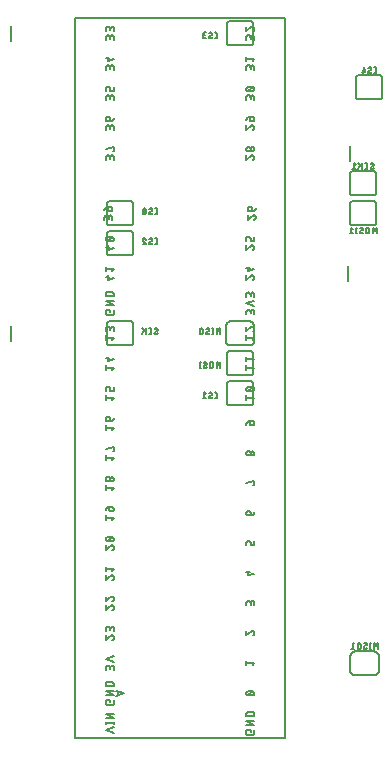
<source format=gbr>
G04 EAGLE Gerber RS-274X export*
G75*
%MOMM*%
%FSLAX34Y34*%
%LPD*%
%INSilkscreen Bottom*%
%IPPOS*%
%AMOC8*
5,1,8,0,0,1.08239X$1,22.5*%
G01*
G04 Define Apertures*
%ADD10C,0.203200*%
%ADD11C,0.127000*%
%ADD12C,0.152400*%
D10*
X-143510Y628650D02*
X-143510Y615950D01*
X142240Y425450D02*
X142240Y412750D01*
X143510Y514350D02*
X143510Y527050D01*
X-143510Y374650D02*
X-143510Y361950D01*
D11*
X-88900Y635000D02*
X-88900Y25400D01*
X88900Y25400D02*
X88900Y635000D01*
X-88900Y635000D01*
X-88900Y25400D02*
X88900Y25400D01*
X-56007Y30030D02*
X-62865Y32316D01*
X-56007Y34602D01*
X-56007Y38169D02*
X-62865Y38169D01*
X-62865Y37407D02*
X-62865Y38931D01*
X-56007Y38931D02*
X-56007Y37407D01*
X-56007Y42360D02*
X-62865Y42360D01*
X-62865Y46170D02*
X-56007Y42360D01*
X-56007Y46170D02*
X-62865Y46170D01*
X-56007Y187033D02*
X-56009Y187115D01*
X-56015Y187196D01*
X-56024Y187277D01*
X-56038Y187358D01*
X-56055Y187437D01*
X-56076Y187516D01*
X-56101Y187594D01*
X-56130Y187670D01*
X-56162Y187745D01*
X-56198Y187819D01*
X-56237Y187891D01*
X-56279Y187960D01*
X-56325Y188028D01*
X-56374Y188093D01*
X-56426Y188156D01*
X-56481Y188216D01*
X-56539Y188274D01*
X-56599Y188329D01*
X-56662Y188381D01*
X-56727Y188430D01*
X-56795Y188476D01*
X-56865Y188518D01*
X-56936Y188557D01*
X-57010Y188593D01*
X-57085Y188625D01*
X-57161Y188654D01*
X-57239Y188679D01*
X-57318Y188700D01*
X-57397Y188717D01*
X-57478Y188731D01*
X-57559Y188740D01*
X-57640Y188746D01*
X-57722Y188748D01*
X-56007Y187033D02*
X-56009Y186941D01*
X-56015Y186849D01*
X-56024Y186757D01*
X-56038Y186665D01*
X-56055Y186575D01*
X-56076Y186485D01*
X-56101Y186396D01*
X-56130Y186308D01*
X-56162Y186221D01*
X-56198Y186136D01*
X-56237Y186053D01*
X-56280Y185971D01*
X-56326Y185891D01*
X-56376Y185813D01*
X-56428Y185737D01*
X-56484Y185664D01*
X-56543Y185593D01*
X-56605Y185524D01*
X-56670Y185458D01*
X-56737Y185395D01*
X-56807Y185335D01*
X-56879Y185277D01*
X-56954Y185223D01*
X-57031Y185172D01*
X-57110Y185124D01*
X-57191Y185080D01*
X-57274Y185039D01*
X-57358Y185001D01*
X-57444Y184967D01*
X-57531Y184937D01*
X-59056Y188176D02*
X-58997Y188235D01*
X-58936Y188291D01*
X-58873Y188344D01*
X-58807Y188395D01*
X-58739Y188442D01*
X-58669Y188486D01*
X-58597Y188527D01*
X-58523Y188565D01*
X-58448Y188599D01*
X-58371Y188630D01*
X-58293Y188657D01*
X-58213Y188681D01*
X-58133Y188702D01*
X-58052Y188718D01*
X-57970Y188731D01*
X-57888Y188741D01*
X-57805Y188746D01*
X-57722Y188748D01*
X-59055Y188176D02*
X-62865Y184937D01*
X-62865Y188747D01*
X-59436Y192252D02*
X-59294Y192254D01*
X-59151Y192259D01*
X-59009Y192268D01*
X-58867Y192281D01*
X-58726Y192297D01*
X-58585Y192316D01*
X-58444Y192340D01*
X-58304Y192366D01*
X-58165Y192397D01*
X-58027Y192431D01*
X-57889Y192468D01*
X-57753Y192508D01*
X-57617Y192553D01*
X-57483Y192600D01*
X-57350Y192651D01*
X-57218Y192705D01*
X-57088Y192763D01*
X-56959Y192824D01*
X-56960Y192824D02*
X-56891Y192850D01*
X-56825Y192879D01*
X-56759Y192911D01*
X-56696Y192946D01*
X-56634Y192985D01*
X-56574Y193027D01*
X-56517Y193072D01*
X-56462Y193120D01*
X-56410Y193171D01*
X-56360Y193224D01*
X-56314Y193280D01*
X-56270Y193338D01*
X-56229Y193399D01*
X-56191Y193461D01*
X-56157Y193525D01*
X-56126Y193591D01*
X-56098Y193659D01*
X-56074Y193728D01*
X-56054Y193798D01*
X-56037Y193869D01*
X-56024Y193940D01*
X-56015Y194012D01*
X-56009Y194085D01*
X-56007Y194158D01*
X-56009Y194231D01*
X-56015Y194304D01*
X-56024Y194376D01*
X-56037Y194447D01*
X-56054Y194518D01*
X-56074Y194588D01*
X-56098Y194657D01*
X-56126Y194725D01*
X-56157Y194791D01*
X-56191Y194855D01*
X-56229Y194917D01*
X-56270Y194978D01*
X-56314Y195036D01*
X-56360Y195092D01*
X-56410Y195145D01*
X-56462Y195196D01*
X-56517Y195244D01*
X-56574Y195289D01*
X-56634Y195331D01*
X-56696Y195370D01*
X-56759Y195405D01*
X-56825Y195437D01*
X-56891Y195466D01*
X-56960Y195492D01*
X-56959Y195491D02*
X-57088Y195552D01*
X-57218Y195610D01*
X-57350Y195664D01*
X-57483Y195715D01*
X-57617Y195762D01*
X-57753Y195807D01*
X-57889Y195847D01*
X-58027Y195884D01*
X-58165Y195918D01*
X-58304Y195949D01*
X-58444Y195975D01*
X-58585Y195999D01*
X-58726Y196018D01*
X-58867Y196034D01*
X-59009Y196047D01*
X-59151Y196056D01*
X-59294Y196061D01*
X-59436Y196063D01*
X-59436Y192252D02*
X-59578Y192254D01*
X-59721Y192259D01*
X-59863Y192268D01*
X-60005Y192281D01*
X-60146Y192297D01*
X-60287Y192316D01*
X-60428Y192340D01*
X-60568Y192366D01*
X-60707Y192397D01*
X-60845Y192431D01*
X-60983Y192468D01*
X-61119Y192508D01*
X-61255Y192553D01*
X-61389Y192600D01*
X-61522Y192651D01*
X-61654Y192705D01*
X-61784Y192763D01*
X-61913Y192824D01*
X-61912Y192824D02*
X-61981Y192850D01*
X-62047Y192879D01*
X-62113Y192911D01*
X-62176Y192946D01*
X-62238Y192985D01*
X-62298Y193027D01*
X-62355Y193072D01*
X-62410Y193120D01*
X-62462Y193171D01*
X-62512Y193224D01*
X-62558Y193280D01*
X-62602Y193338D01*
X-62643Y193399D01*
X-62681Y193461D01*
X-62715Y193525D01*
X-62746Y193591D01*
X-62774Y193659D01*
X-62798Y193728D01*
X-62818Y193798D01*
X-62835Y193869D01*
X-62848Y193940D01*
X-62857Y194012D01*
X-62863Y194085D01*
X-62865Y194158D01*
X-61913Y195491D02*
X-61784Y195552D01*
X-61654Y195610D01*
X-61522Y195664D01*
X-61389Y195715D01*
X-61255Y195762D01*
X-61119Y195807D01*
X-60983Y195847D01*
X-60845Y195884D01*
X-60707Y195918D01*
X-60568Y195949D01*
X-60428Y195975D01*
X-60287Y195999D01*
X-60146Y196018D01*
X-60005Y196034D01*
X-59863Y196047D01*
X-59721Y196056D01*
X-59578Y196061D01*
X-59436Y196063D01*
X-61912Y195492D02*
X-61981Y195466D01*
X-62047Y195437D01*
X-62113Y195405D01*
X-62176Y195370D01*
X-62238Y195331D01*
X-62298Y195289D01*
X-62355Y195244D01*
X-62410Y195196D01*
X-62462Y195145D01*
X-62512Y195092D01*
X-62558Y195036D01*
X-62602Y194978D01*
X-62643Y194917D01*
X-62681Y194855D01*
X-62715Y194791D01*
X-62746Y194725D01*
X-62774Y194657D01*
X-62798Y194588D01*
X-62818Y194518D01*
X-62835Y194447D01*
X-62848Y194376D01*
X-62857Y194304D01*
X-62863Y194231D01*
X-62865Y194158D01*
X-61341Y192634D02*
X-57531Y195682D01*
X-57531Y210337D02*
X-56007Y212242D01*
X-62865Y212242D01*
X-62865Y210337D02*
X-62865Y214147D01*
X-59817Y219177D02*
X-59817Y221463D01*
X-59817Y219177D02*
X-59815Y219100D01*
X-59809Y219023D01*
X-59799Y218946D01*
X-59786Y218870D01*
X-59768Y218795D01*
X-59747Y218721D01*
X-59722Y218648D01*
X-59693Y218576D01*
X-59661Y218506D01*
X-59626Y218437D01*
X-59586Y218371D01*
X-59544Y218306D01*
X-59498Y218244D01*
X-59449Y218184D01*
X-59398Y218127D01*
X-59343Y218072D01*
X-59286Y218021D01*
X-59226Y217972D01*
X-59164Y217926D01*
X-59099Y217884D01*
X-59033Y217844D01*
X-58964Y217809D01*
X-58894Y217777D01*
X-58822Y217748D01*
X-58749Y217723D01*
X-58675Y217702D01*
X-58600Y217684D01*
X-58524Y217671D01*
X-58447Y217661D01*
X-58370Y217655D01*
X-58293Y217653D01*
X-57912Y217653D01*
X-57827Y217655D01*
X-57741Y217661D01*
X-57656Y217670D01*
X-57572Y217684D01*
X-57488Y217701D01*
X-57405Y217722D01*
X-57323Y217746D01*
X-57243Y217774D01*
X-57163Y217806D01*
X-57085Y217842D01*
X-57009Y217880D01*
X-56935Y217923D01*
X-56863Y217968D01*
X-56792Y218017D01*
X-56724Y218069D01*
X-56659Y218123D01*
X-56596Y218181D01*
X-56535Y218242D01*
X-56477Y218305D01*
X-56423Y218370D01*
X-56371Y218438D01*
X-56322Y218509D01*
X-56277Y218581D01*
X-56234Y218655D01*
X-56196Y218731D01*
X-56160Y218809D01*
X-56128Y218889D01*
X-56100Y218969D01*
X-56076Y219051D01*
X-56055Y219134D01*
X-56038Y219218D01*
X-56024Y219302D01*
X-56015Y219387D01*
X-56009Y219473D01*
X-56007Y219558D01*
X-56009Y219643D01*
X-56015Y219729D01*
X-56024Y219814D01*
X-56038Y219898D01*
X-56055Y219982D01*
X-56076Y220065D01*
X-56100Y220147D01*
X-56128Y220227D01*
X-56160Y220307D01*
X-56196Y220385D01*
X-56234Y220461D01*
X-56277Y220535D01*
X-56322Y220607D01*
X-56371Y220678D01*
X-56423Y220746D01*
X-56477Y220811D01*
X-56535Y220874D01*
X-56596Y220935D01*
X-56659Y220993D01*
X-56724Y221047D01*
X-56792Y221099D01*
X-56863Y221148D01*
X-56935Y221193D01*
X-57009Y221236D01*
X-57085Y221274D01*
X-57163Y221310D01*
X-57243Y221342D01*
X-57323Y221370D01*
X-57405Y221394D01*
X-57488Y221415D01*
X-57572Y221432D01*
X-57656Y221446D01*
X-57741Y221455D01*
X-57827Y221461D01*
X-57912Y221463D01*
X-59817Y221463D01*
X-59926Y221461D01*
X-60034Y221455D01*
X-60143Y221446D01*
X-60251Y221432D01*
X-60358Y221415D01*
X-60465Y221393D01*
X-60571Y221368D01*
X-60676Y221340D01*
X-60780Y221307D01*
X-60882Y221271D01*
X-60983Y221231D01*
X-61083Y221188D01*
X-61181Y221141D01*
X-61278Y221090D01*
X-61372Y221036D01*
X-61465Y220979D01*
X-61555Y220919D01*
X-61644Y220855D01*
X-61730Y220788D01*
X-61813Y220719D01*
X-61894Y220646D01*
X-61972Y220570D01*
X-62048Y220492D01*
X-62121Y220411D01*
X-62190Y220328D01*
X-62257Y220242D01*
X-62321Y220153D01*
X-62381Y220063D01*
X-62438Y219970D01*
X-62492Y219876D01*
X-62543Y219779D01*
X-62590Y219681D01*
X-62633Y219581D01*
X-62673Y219480D01*
X-62709Y219378D01*
X-62742Y219274D01*
X-62770Y219169D01*
X-62795Y219063D01*
X-62817Y218956D01*
X-62834Y218849D01*
X-62848Y218741D01*
X-62857Y218632D01*
X-62863Y218524D01*
X-62865Y218415D01*
X-57531Y235737D02*
X-56007Y237642D01*
X-62865Y237642D01*
X-62865Y235737D02*
X-62865Y239547D01*
X-60960Y243053D02*
X-60875Y243055D01*
X-60789Y243061D01*
X-60704Y243070D01*
X-60620Y243084D01*
X-60536Y243101D01*
X-60453Y243122D01*
X-60371Y243146D01*
X-60291Y243174D01*
X-60211Y243206D01*
X-60133Y243242D01*
X-60057Y243280D01*
X-59983Y243323D01*
X-59911Y243368D01*
X-59840Y243417D01*
X-59772Y243469D01*
X-59707Y243523D01*
X-59644Y243581D01*
X-59583Y243642D01*
X-59525Y243705D01*
X-59471Y243770D01*
X-59419Y243838D01*
X-59370Y243909D01*
X-59325Y243981D01*
X-59282Y244055D01*
X-59244Y244131D01*
X-59208Y244209D01*
X-59176Y244289D01*
X-59148Y244369D01*
X-59124Y244451D01*
X-59103Y244534D01*
X-59086Y244618D01*
X-59072Y244702D01*
X-59063Y244787D01*
X-59057Y244873D01*
X-59055Y244958D01*
X-59057Y245043D01*
X-59063Y245129D01*
X-59072Y245214D01*
X-59086Y245298D01*
X-59103Y245382D01*
X-59124Y245465D01*
X-59148Y245547D01*
X-59176Y245627D01*
X-59208Y245707D01*
X-59244Y245785D01*
X-59282Y245861D01*
X-59325Y245935D01*
X-59370Y246007D01*
X-59419Y246078D01*
X-59471Y246146D01*
X-59525Y246211D01*
X-59583Y246274D01*
X-59644Y246335D01*
X-59707Y246393D01*
X-59772Y246447D01*
X-59840Y246499D01*
X-59911Y246548D01*
X-59983Y246593D01*
X-60057Y246636D01*
X-60133Y246674D01*
X-60211Y246710D01*
X-60291Y246742D01*
X-60371Y246770D01*
X-60453Y246794D01*
X-60536Y246815D01*
X-60620Y246832D01*
X-60704Y246846D01*
X-60789Y246855D01*
X-60875Y246861D01*
X-60960Y246863D01*
X-61045Y246861D01*
X-61131Y246855D01*
X-61216Y246846D01*
X-61300Y246832D01*
X-61384Y246815D01*
X-61467Y246794D01*
X-61549Y246770D01*
X-61629Y246742D01*
X-61709Y246710D01*
X-61787Y246674D01*
X-61863Y246636D01*
X-61937Y246593D01*
X-62009Y246548D01*
X-62080Y246499D01*
X-62148Y246447D01*
X-62213Y246393D01*
X-62276Y246335D01*
X-62337Y246274D01*
X-62395Y246211D01*
X-62449Y246146D01*
X-62501Y246078D01*
X-62550Y246007D01*
X-62595Y245935D01*
X-62638Y245861D01*
X-62676Y245785D01*
X-62712Y245707D01*
X-62744Y245627D01*
X-62772Y245547D01*
X-62796Y245465D01*
X-62817Y245382D01*
X-62834Y245298D01*
X-62848Y245214D01*
X-62857Y245129D01*
X-62863Y245043D01*
X-62865Y244958D01*
X-62863Y244873D01*
X-62857Y244787D01*
X-62848Y244702D01*
X-62834Y244618D01*
X-62817Y244534D01*
X-62796Y244451D01*
X-62772Y244369D01*
X-62744Y244289D01*
X-62712Y244209D01*
X-62676Y244131D01*
X-62638Y244055D01*
X-62595Y243981D01*
X-62550Y243909D01*
X-62501Y243838D01*
X-62449Y243770D01*
X-62395Y243705D01*
X-62337Y243642D01*
X-62276Y243581D01*
X-62213Y243523D01*
X-62148Y243469D01*
X-62080Y243417D01*
X-62009Y243368D01*
X-61937Y243323D01*
X-61863Y243280D01*
X-61787Y243242D01*
X-61709Y243206D01*
X-61629Y243174D01*
X-61549Y243146D01*
X-61467Y243122D01*
X-61384Y243101D01*
X-61300Y243084D01*
X-61216Y243070D01*
X-61131Y243061D01*
X-61045Y243055D01*
X-60960Y243053D01*
X-57531Y243434D02*
X-57454Y243436D01*
X-57377Y243442D01*
X-57300Y243452D01*
X-57224Y243465D01*
X-57149Y243483D01*
X-57075Y243504D01*
X-57002Y243529D01*
X-56930Y243558D01*
X-56860Y243590D01*
X-56791Y243625D01*
X-56725Y243665D01*
X-56660Y243707D01*
X-56598Y243753D01*
X-56538Y243802D01*
X-56481Y243853D01*
X-56426Y243908D01*
X-56375Y243965D01*
X-56326Y244025D01*
X-56280Y244087D01*
X-56238Y244152D01*
X-56198Y244218D01*
X-56163Y244287D01*
X-56131Y244357D01*
X-56102Y244429D01*
X-56077Y244502D01*
X-56056Y244576D01*
X-56038Y244651D01*
X-56025Y244727D01*
X-56015Y244804D01*
X-56009Y244881D01*
X-56007Y244958D01*
X-56009Y245035D01*
X-56015Y245112D01*
X-56025Y245189D01*
X-56038Y245265D01*
X-56056Y245340D01*
X-56077Y245414D01*
X-56102Y245487D01*
X-56131Y245559D01*
X-56163Y245629D01*
X-56198Y245698D01*
X-56238Y245764D01*
X-56280Y245829D01*
X-56326Y245891D01*
X-56375Y245951D01*
X-56426Y246008D01*
X-56481Y246063D01*
X-56538Y246114D01*
X-56598Y246163D01*
X-56660Y246209D01*
X-56725Y246251D01*
X-56791Y246291D01*
X-56860Y246326D01*
X-56930Y246358D01*
X-57002Y246387D01*
X-57075Y246412D01*
X-57149Y246433D01*
X-57224Y246451D01*
X-57300Y246464D01*
X-57377Y246474D01*
X-57454Y246480D01*
X-57531Y246482D01*
X-57608Y246480D01*
X-57685Y246474D01*
X-57762Y246464D01*
X-57838Y246451D01*
X-57913Y246433D01*
X-57987Y246412D01*
X-58060Y246387D01*
X-58132Y246358D01*
X-58202Y246326D01*
X-58271Y246291D01*
X-58337Y246251D01*
X-58402Y246209D01*
X-58464Y246163D01*
X-58524Y246114D01*
X-58581Y246063D01*
X-58636Y246008D01*
X-58687Y245951D01*
X-58736Y245891D01*
X-58782Y245829D01*
X-58824Y245764D01*
X-58864Y245698D01*
X-58899Y245629D01*
X-58931Y245559D01*
X-58960Y245487D01*
X-58985Y245414D01*
X-59006Y245340D01*
X-59024Y245265D01*
X-59037Y245189D01*
X-59047Y245112D01*
X-59053Y245035D01*
X-59055Y244958D01*
X-59053Y244881D01*
X-59047Y244804D01*
X-59037Y244727D01*
X-59024Y244651D01*
X-59006Y244576D01*
X-58985Y244502D01*
X-58960Y244429D01*
X-58931Y244357D01*
X-58899Y244287D01*
X-58864Y244218D01*
X-58824Y244152D01*
X-58782Y244087D01*
X-58736Y244025D01*
X-58687Y243965D01*
X-58636Y243908D01*
X-58581Y243853D01*
X-58524Y243802D01*
X-58464Y243753D01*
X-58402Y243707D01*
X-58337Y243665D01*
X-58271Y243625D01*
X-58202Y243590D01*
X-58132Y243558D01*
X-58060Y243529D01*
X-57987Y243504D01*
X-57913Y243483D01*
X-57838Y243465D01*
X-57762Y243452D01*
X-57685Y243442D01*
X-57608Y243436D01*
X-57531Y243434D01*
X-57531Y261137D02*
X-56007Y263042D01*
X-62865Y263042D01*
X-62865Y261137D02*
X-62865Y264947D01*
X-56769Y268453D02*
X-56007Y268453D01*
X-56007Y272263D01*
X-62865Y270358D01*
X-57531Y286537D02*
X-56007Y288442D01*
X-62865Y288442D01*
X-62865Y286537D02*
X-62865Y290347D01*
X-59055Y293853D02*
X-59055Y296139D01*
X-59057Y296216D01*
X-59063Y296293D01*
X-59073Y296370D01*
X-59086Y296446D01*
X-59104Y296521D01*
X-59125Y296595D01*
X-59150Y296668D01*
X-59179Y296740D01*
X-59211Y296810D01*
X-59246Y296879D01*
X-59286Y296945D01*
X-59328Y297010D01*
X-59374Y297072D01*
X-59423Y297132D01*
X-59474Y297189D01*
X-59529Y297244D01*
X-59586Y297295D01*
X-59646Y297344D01*
X-59708Y297390D01*
X-59773Y297432D01*
X-59839Y297472D01*
X-59908Y297507D01*
X-59978Y297539D01*
X-60050Y297568D01*
X-60123Y297593D01*
X-60197Y297614D01*
X-60272Y297632D01*
X-60348Y297645D01*
X-60425Y297655D01*
X-60502Y297661D01*
X-60579Y297663D01*
X-60960Y297663D01*
X-61045Y297661D01*
X-61131Y297655D01*
X-61216Y297646D01*
X-61300Y297632D01*
X-61384Y297615D01*
X-61467Y297594D01*
X-61549Y297570D01*
X-61629Y297542D01*
X-61709Y297510D01*
X-61787Y297474D01*
X-61863Y297436D01*
X-61937Y297393D01*
X-62009Y297348D01*
X-62080Y297299D01*
X-62148Y297247D01*
X-62213Y297193D01*
X-62276Y297135D01*
X-62337Y297074D01*
X-62395Y297011D01*
X-62449Y296946D01*
X-62501Y296878D01*
X-62550Y296807D01*
X-62595Y296735D01*
X-62638Y296661D01*
X-62676Y296585D01*
X-62712Y296507D01*
X-62744Y296427D01*
X-62772Y296347D01*
X-62796Y296265D01*
X-62817Y296182D01*
X-62834Y296098D01*
X-62848Y296014D01*
X-62857Y295929D01*
X-62863Y295843D01*
X-62865Y295758D01*
X-62863Y295673D01*
X-62857Y295587D01*
X-62848Y295502D01*
X-62834Y295418D01*
X-62817Y295334D01*
X-62796Y295251D01*
X-62772Y295169D01*
X-62744Y295089D01*
X-62712Y295009D01*
X-62676Y294931D01*
X-62638Y294855D01*
X-62595Y294781D01*
X-62550Y294709D01*
X-62501Y294638D01*
X-62449Y294570D01*
X-62395Y294505D01*
X-62337Y294442D01*
X-62276Y294381D01*
X-62213Y294323D01*
X-62148Y294269D01*
X-62080Y294217D01*
X-62009Y294168D01*
X-61937Y294123D01*
X-61863Y294080D01*
X-61787Y294042D01*
X-61709Y294006D01*
X-61629Y293974D01*
X-61549Y293946D01*
X-61467Y293922D01*
X-61384Y293901D01*
X-61300Y293884D01*
X-61216Y293870D01*
X-61131Y293861D01*
X-61045Y293855D01*
X-60960Y293853D01*
X-59055Y293853D01*
X-58946Y293855D01*
X-58838Y293861D01*
X-58729Y293870D01*
X-58621Y293884D01*
X-58514Y293901D01*
X-58407Y293923D01*
X-58301Y293948D01*
X-58196Y293976D01*
X-58092Y294009D01*
X-57990Y294045D01*
X-57889Y294085D01*
X-57789Y294128D01*
X-57691Y294175D01*
X-57594Y294226D01*
X-57500Y294280D01*
X-57407Y294337D01*
X-57317Y294397D01*
X-57228Y294461D01*
X-57142Y294528D01*
X-57059Y294597D01*
X-56978Y294670D01*
X-56900Y294746D01*
X-56824Y294824D01*
X-56751Y294905D01*
X-56682Y294988D01*
X-56615Y295074D01*
X-56551Y295163D01*
X-56491Y295253D01*
X-56434Y295346D01*
X-56380Y295440D01*
X-56329Y295537D01*
X-56282Y295635D01*
X-56239Y295735D01*
X-56199Y295836D01*
X-56163Y295938D01*
X-56130Y296042D01*
X-56102Y296147D01*
X-56077Y296253D01*
X-56055Y296360D01*
X-56038Y296467D01*
X-56024Y296575D01*
X-56015Y296684D01*
X-56009Y296792D01*
X-56007Y296901D01*
X-57531Y311937D02*
X-56007Y313842D01*
X-62865Y313842D01*
X-62865Y311937D02*
X-62865Y315747D01*
X-62865Y319253D02*
X-62865Y321539D01*
X-62863Y321616D01*
X-62857Y321693D01*
X-62847Y321770D01*
X-62834Y321846D01*
X-62816Y321921D01*
X-62795Y321995D01*
X-62770Y322068D01*
X-62741Y322140D01*
X-62709Y322210D01*
X-62674Y322279D01*
X-62634Y322345D01*
X-62592Y322410D01*
X-62546Y322472D01*
X-62497Y322532D01*
X-62446Y322589D01*
X-62391Y322644D01*
X-62334Y322695D01*
X-62274Y322744D01*
X-62212Y322790D01*
X-62147Y322832D01*
X-62081Y322872D01*
X-62012Y322907D01*
X-61942Y322939D01*
X-61870Y322968D01*
X-61797Y322993D01*
X-61723Y323014D01*
X-61648Y323032D01*
X-61572Y323045D01*
X-61495Y323055D01*
X-61418Y323061D01*
X-61341Y323063D01*
X-60579Y323063D01*
X-60502Y323061D01*
X-60425Y323055D01*
X-60348Y323045D01*
X-60272Y323032D01*
X-60197Y323014D01*
X-60123Y322993D01*
X-60050Y322968D01*
X-59978Y322939D01*
X-59908Y322907D01*
X-59839Y322872D01*
X-59773Y322832D01*
X-59708Y322790D01*
X-59646Y322744D01*
X-59586Y322695D01*
X-59529Y322644D01*
X-59474Y322589D01*
X-59423Y322532D01*
X-59374Y322472D01*
X-59328Y322410D01*
X-59286Y322345D01*
X-59246Y322279D01*
X-59211Y322210D01*
X-59179Y322140D01*
X-59150Y322068D01*
X-59125Y321995D01*
X-59104Y321921D01*
X-59086Y321846D01*
X-59073Y321770D01*
X-59063Y321693D01*
X-59057Y321616D01*
X-59055Y321539D01*
X-59055Y319253D01*
X-56007Y319253D01*
X-56007Y323063D01*
X-57531Y337337D02*
X-56007Y339242D01*
X-62865Y339242D01*
X-62865Y337337D02*
X-62865Y341147D01*
X-61341Y344653D02*
X-56007Y346177D01*
X-61341Y344653D02*
X-61341Y348463D01*
X-59817Y347320D02*
X-62865Y347320D01*
X61341Y337337D02*
X62865Y339242D01*
X56007Y339242D01*
X56007Y337337D02*
X56007Y341147D01*
X61341Y344653D02*
X62865Y346558D01*
X56007Y346558D01*
X56007Y344653D02*
X56007Y348463D01*
X62865Y313842D02*
X61341Y311937D01*
X62865Y313842D02*
X56007Y313842D01*
X56007Y311937D02*
X56007Y315747D01*
X59436Y319252D02*
X59578Y319254D01*
X59721Y319259D01*
X59863Y319268D01*
X60005Y319281D01*
X60146Y319297D01*
X60287Y319316D01*
X60428Y319340D01*
X60568Y319366D01*
X60707Y319397D01*
X60845Y319431D01*
X60983Y319468D01*
X61119Y319508D01*
X61255Y319553D01*
X61389Y319600D01*
X61522Y319651D01*
X61654Y319705D01*
X61784Y319763D01*
X61913Y319824D01*
X61912Y319824D02*
X61981Y319850D01*
X62047Y319879D01*
X62113Y319911D01*
X62176Y319946D01*
X62238Y319985D01*
X62298Y320027D01*
X62355Y320072D01*
X62410Y320120D01*
X62462Y320171D01*
X62512Y320224D01*
X62558Y320280D01*
X62602Y320338D01*
X62643Y320399D01*
X62681Y320461D01*
X62715Y320525D01*
X62746Y320591D01*
X62774Y320659D01*
X62798Y320728D01*
X62818Y320798D01*
X62835Y320869D01*
X62848Y320940D01*
X62857Y321012D01*
X62863Y321085D01*
X62865Y321158D01*
X62863Y321231D01*
X62857Y321304D01*
X62848Y321376D01*
X62835Y321447D01*
X62818Y321518D01*
X62798Y321588D01*
X62774Y321657D01*
X62746Y321725D01*
X62715Y321791D01*
X62681Y321855D01*
X62643Y321917D01*
X62602Y321978D01*
X62558Y322036D01*
X62512Y322092D01*
X62462Y322145D01*
X62410Y322196D01*
X62355Y322244D01*
X62298Y322289D01*
X62238Y322331D01*
X62176Y322370D01*
X62113Y322405D01*
X62047Y322437D01*
X61981Y322466D01*
X61912Y322492D01*
X61913Y322491D02*
X61784Y322552D01*
X61654Y322610D01*
X61522Y322664D01*
X61389Y322715D01*
X61255Y322762D01*
X61119Y322807D01*
X60983Y322847D01*
X60845Y322884D01*
X60707Y322918D01*
X60568Y322949D01*
X60428Y322975D01*
X60287Y322999D01*
X60146Y323018D01*
X60005Y323034D01*
X59863Y323047D01*
X59721Y323056D01*
X59578Y323061D01*
X59436Y323063D01*
X59436Y319252D02*
X59294Y319254D01*
X59151Y319259D01*
X59009Y319268D01*
X58867Y319281D01*
X58726Y319297D01*
X58585Y319316D01*
X58444Y319340D01*
X58304Y319366D01*
X58165Y319397D01*
X58027Y319431D01*
X57889Y319468D01*
X57753Y319508D01*
X57617Y319553D01*
X57483Y319600D01*
X57350Y319651D01*
X57218Y319705D01*
X57088Y319763D01*
X56959Y319824D01*
X56960Y319824D02*
X56891Y319850D01*
X56825Y319879D01*
X56759Y319911D01*
X56696Y319946D01*
X56634Y319985D01*
X56574Y320027D01*
X56517Y320072D01*
X56462Y320120D01*
X56410Y320171D01*
X56360Y320224D01*
X56314Y320280D01*
X56270Y320338D01*
X56229Y320399D01*
X56191Y320461D01*
X56157Y320525D01*
X56126Y320591D01*
X56098Y320659D01*
X56074Y320728D01*
X56054Y320798D01*
X56037Y320869D01*
X56024Y320940D01*
X56015Y321012D01*
X56009Y321085D01*
X56007Y321158D01*
X56959Y322491D02*
X57088Y322552D01*
X57218Y322610D01*
X57350Y322664D01*
X57483Y322715D01*
X57617Y322762D01*
X57753Y322807D01*
X57889Y322847D01*
X58027Y322884D01*
X58165Y322918D01*
X58304Y322949D01*
X58444Y322975D01*
X58585Y322999D01*
X58726Y323018D01*
X58867Y323034D01*
X59009Y323047D01*
X59151Y323056D01*
X59294Y323061D01*
X59436Y323063D01*
X56960Y322492D02*
X56891Y322466D01*
X56825Y322437D01*
X56759Y322405D01*
X56696Y322370D01*
X56634Y322331D01*
X56574Y322289D01*
X56517Y322244D01*
X56462Y322196D01*
X56410Y322145D01*
X56360Y322092D01*
X56314Y322036D01*
X56270Y321978D01*
X56229Y321917D01*
X56191Y321855D01*
X56157Y321791D01*
X56126Y321725D01*
X56098Y321657D01*
X56074Y321588D01*
X56054Y321518D01*
X56037Y321447D01*
X56024Y321376D01*
X56015Y321304D01*
X56009Y321231D01*
X56007Y321158D01*
X57531Y319634D02*
X61341Y322682D01*
X59055Y294005D02*
X59055Y291719D01*
X59057Y291642D01*
X59063Y291565D01*
X59073Y291488D01*
X59086Y291412D01*
X59104Y291337D01*
X59125Y291263D01*
X59150Y291190D01*
X59179Y291118D01*
X59211Y291048D01*
X59246Y290979D01*
X59286Y290913D01*
X59328Y290848D01*
X59374Y290786D01*
X59423Y290726D01*
X59474Y290669D01*
X59529Y290614D01*
X59586Y290563D01*
X59646Y290514D01*
X59708Y290468D01*
X59773Y290426D01*
X59839Y290386D01*
X59908Y290351D01*
X59978Y290319D01*
X60050Y290290D01*
X60123Y290265D01*
X60197Y290244D01*
X60272Y290226D01*
X60348Y290213D01*
X60425Y290203D01*
X60502Y290197D01*
X60579Y290195D01*
X60960Y290195D01*
X61045Y290197D01*
X61131Y290203D01*
X61216Y290212D01*
X61300Y290226D01*
X61384Y290243D01*
X61467Y290264D01*
X61549Y290288D01*
X61629Y290316D01*
X61709Y290348D01*
X61787Y290384D01*
X61863Y290422D01*
X61937Y290465D01*
X62009Y290510D01*
X62080Y290559D01*
X62148Y290611D01*
X62213Y290665D01*
X62276Y290723D01*
X62337Y290784D01*
X62395Y290847D01*
X62449Y290912D01*
X62501Y290980D01*
X62550Y291051D01*
X62595Y291123D01*
X62638Y291197D01*
X62676Y291273D01*
X62712Y291351D01*
X62744Y291431D01*
X62772Y291511D01*
X62796Y291593D01*
X62817Y291676D01*
X62834Y291760D01*
X62848Y291844D01*
X62857Y291929D01*
X62863Y292015D01*
X62865Y292100D01*
X62863Y292185D01*
X62857Y292271D01*
X62848Y292356D01*
X62834Y292440D01*
X62817Y292524D01*
X62796Y292607D01*
X62772Y292689D01*
X62744Y292769D01*
X62712Y292849D01*
X62676Y292927D01*
X62638Y293003D01*
X62595Y293077D01*
X62550Y293149D01*
X62501Y293220D01*
X62449Y293288D01*
X62395Y293353D01*
X62337Y293416D01*
X62276Y293477D01*
X62213Y293535D01*
X62148Y293589D01*
X62080Y293641D01*
X62009Y293690D01*
X61937Y293735D01*
X61863Y293778D01*
X61787Y293816D01*
X61709Y293852D01*
X61629Y293884D01*
X61549Y293912D01*
X61467Y293936D01*
X61384Y293957D01*
X61300Y293974D01*
X61216Y293988D01*
X61131Y293997D01*
X61045Y294003D01*
X60960Y294005D01*
X59055Y294005D01*
X58946Y294003D01*
X58838Y293997D01*
X58729Y293988D01*
X58621Y293974D01*
X58514Y293957D01*
X58407Y293935D01*
X58301Y293910D01*
X58196Y293882D01*
X58092Y293849D01*
X57990Y293813D01*
X57889Y293773D01*
X57789Y293730D01*
X57691Y293683D01*
X57594Y293632D01*
X57500Y293578D01*
X57407Y293521D01*
X57317Y293461D01*
X57228Y293397D01*
X57142Y293330D01*
X57059Y293261D01*
X56978Y293188D01*
X56900Y293112D01*
X56824Y293034D01*
X56751Y292953D01*
X56682Y292870D01*
X56615Y292784D01*
X56551Y292695D01*
X56491Y292605D01*
X56434Y292512D01*
X56380Y292418D01*
X56329Y292321D01*
X56282Y292223D01*
X56239Y292123D01*
X56199Y292022D01*
X56163Y291920D01*
X56130Y291816D01*
X56102Y291711D01*
X56077Y291605D01*
X56055Y291498D01*
X56038Y291391D01*
X56024Y291283D01*
X56015Y291174D01*
X56009Y291066D01*
X56007Y290957D01*
X57912Y268605D02*
X57997Y268603D01*
X58083Y268597D01*
X58168Y268588D01*
X58252Y268574D01*
X58336Y268557D01*
X58419Y268536D01*
X58501Y268512D01*
X58581Y268484D01*
X58661Y268452D01*
X58739Y268416D01*
X58815Y268378D01*
X58889Y268335D01*
X58961Y268290D01*
X59032Y268241D01*
X59100Y268189D01*
X59165Y268135D01*
X59228Y268077D01*
X59289Y268016D01*
X59347Y267953D01*
X59401Y267888D01*
X59453Y267820D01*
X59502Y267749D01*
X59547Y267677D01*
X59590Y267603D01*
X59628Y267527D01*
X59664Y267449D01*
X59696Y267369D01*
X59724Y267289D01*
X59748Y267207D01*
X59769Y267124D01*
X59786Y267040D01*
X59800Y266956D01*
X59809Y266871D01*
X59815Y266785D01*
X59817Y266700D01*
X59815Y266615D01*
X59809Y266529D01*
X59800Y266444D01*
X59786Y266360D01*
X59769Y266276D01*
X59748Y266193D01*
X59724Y266111D01*
X59696Y266031D01*
X59664Y265951D01*
X59628Y265873D01*
X59590Y265797D01*
X59547Y265723D01*
X59502Y265651D01*
X59453Y265580D01*
X59401Y265512D01*
X59347Y265447D01*
X59289Y265384D01*
X59228Y265323D01*
X59165Y265265D01*
X59100Y265211D01*
X59032Y265159D01*
X58961Y265110D01*
X58889Y265065D01*
X58815Y265022D01*
X58739Y264984D01*
X58661Y264948D01*
X58581Y264916D01*
X58501Y264888D01*
X58419Y264864D01*
X58336Y264843D01*
X58252Y264826D01*
X58168Y264812D01*
X58083Y264803D01*
X57997Y264797D01*
X57912Y264795D01*
X57827Y264797D01*
X57741Y264803D01*
X57656Y264812D01*
X57572Y264826D01*
X57488Y264843D01*
X57405Y264864D01*
X57323Y264888D01*
X57243Y264916D01*
X57163Y264948D01*
X57085Y264984D01*
X57009Y265022D01*
X56935Y265065D01*
X56863Y265110D01*
X56792Y265159D01*
X56724Y265211D01*
X56659Y265265D01*
X56596Y265323D01*
X56535Y265384D01*
X56477Y265447D01*
X56423Y265512D01*
X56371Y265580D01*
X56322Y265651D01*
X56277Y265723D01*
X56234Y265797D01*
X56196Y265873D01*
X56160Y265951D01*
X56128Y266031D01*
X56100Y266111D01*
X56076Y266193D01*
X56055Y266276D01*
X56038Y266360D01*
X56024Y266444D01*
X56015Y266529D01*
X56009Y266615D01*
X56007Y266700D01*
X56009Y266785D01*
X56015Y266871D01*
X56024Y266956D01*
X56038Y267040D01*
X56055Y267124D01*
X56076Y267207D01*
X56100Y267289D01*
X56128Y267369D01*
X56160Y267449D01*
X56196Y267527D01*
X56234Y267603D01*
X56277Y267677D01*
X56322Y267749D01*
X56371Y267820D01*
X56423Y267888D01*
X56477Y267953D01*
X56535Y268016D01*
X56596Y268077D01*
X56659Y268135D01*
X56724Y268189D01*
X56792Y268241D01*
X56863Y268290D01*
X56935Y268335D01*
X57009Y268378D01*
X57085Y268416D01*
X57163Y268452D01*
X57243Y268484D01*
X57323Y268512D01*
X57405Y268536D01*
X57488Y268557D01*
X57572Y268574D01*
X57656Y268588D01*
X57741Y268597D01*
X57827Y268603D01*
X57912Y268605D01*
X61341Y268224D02*
X61418Y268222D01*
X61495Y268216D01*
X61572Y268206D01*
X61648Y268193D01*
X61723Y268175D01*
X61797Y268154D01*
X61870Y268129D01*
X61942Y268100D01*
X62012Y268068D01*
X62081Y268033D01*
X62147Y267993D01*
X62212Y267951D01*
X62274Y267905D01*
X62334Y267856D01*
X62391Y267805D01*
X62446Y267750D01*
X62497Y267693D01*
X62546Y267633D01*
X62592Y267571D01*
X62634Y267506D01*
X62674Y267440D01*
X62709Y267371D01*
X62741Y267301D01*
X62770Y267229D01*
X62795Y267156D01*
X62816Y267082D01*
X62834Y267007D01*
X62847Y266931D01*
X62857Y266854D01*
X62863Y266777D01*
X62865Y266700D01*
X62863Y266623D01*
X62857Y266546D01*
X62847Y266469D01*
X62834Y266393D01*
X62816Y266318D01*
X62795Y266244D01*
X62770Y266171D01*
X62741Y266099D01*
X62709Y266029D01*
X62674Y265960D01*
X62634Y265894D01*
X62592Y265829D01*
X62546Y265767D01*
X62497Y265707D01*
X62446Y265650D01*
X62391Y265595D01*
X62334Y265544D01*
X62274Y265495D01*
X62212Y265449D01*
X62147Y265407D01*
X62081Y265367D01*
X62012Y265332D01*
X61942Y265300D01*
X61870Y265271D01*
X61797Y265246D01*
X61723Y265225D01*
X61648Y265207D01*
X61572Y265194D01*
X61495Y265184D01*
X61418Y265178D01*
X61341Y265176D01*
X61264Y265178D01*
X61187Y265184D01*
X61110Y265194D01*
X61034Y265207D01*
X60959Y265225D01*
X60885Y265246D01*
X60812Y265271D01*
X60740Y265300D01*
X60670Y265332D01*
X60601Y265367D01*
X60535Y265407D01*
X60470Y265449D01*
X60408Y265495D01*
X60348Y265544D01*
X60291Y265595D01*
X60236Y265650D01*
X60185Y265707D01*
X60136Y265767D01*
X60090Y265829D01*
X60048Y265894D01*
X60008Y265960D01*
X59973Y266029D01*
X59941Y266099D01*
X59912Y266171D01*
X59887Y266244D01*
X59866Y266318D01*
X59848Y266393D01*
X59835Y266469D01*
X59825Y266546D01*
X59819Y266623D01*
X59817Y266700D01*
X59819Y266777D01*
X59825Y266854D01*
X59835Y266931D01*
X59848Y267007D01*
X59866Y267082D01*
X59887Y267156D01*
X59912Y267229D01*
X59941Y267301D01*
X59973Y267371D01*
X60008Y267440D01*
X60048Y267506D01*
X60090Y267571D01*
X60136Y267633D01*
X60185Y267693D01*
X60236Y267750D01*
X60291Y267805D01*
X60348Y267856D01*
X60408Y267905D01*
X60470Y267951D01*
X60535Y267993D01*
X60601Y268033D01*
X60670Y268068D01*
X60740Y268100D01*
X60812Y268129D01*
X60885Y268154D01*
X60959Y268175D01*
X61034Y268193D01*
X61110Y268206D01*
X61187Y268216D01*
X61264Y268222D01*
X61341Y268224D01*
X62103Y239395D02*
X62865Y239395D01*
X62865Y243205D01*
X56007Y241300D01*
X59817Y216281D02*
X59817Y213995D01*
X59817Y216281D02*
X59815Y216358D01*
X59809Y216435D01*
X59799Y216512D01*
X59786Y216588D01*
X59768Y216663D01*
X59747Y216737D01*
X59722Y216810D01*
X59693Y216882D01*
X59661Y216952D01*
X59626Y217021D01*
X59586Y217087D01*
X59544Y217152D01*
X59498Y217214D01*
X59449Y217274D01*
X59398Y217331D01*
X59343Y217386D01*
X59286Y217437D01*
X59226Y217486D01*
X59164Y217532D01*
X59099Y217574D01*
X59033Y217614D01*
X58964Y217649D01*
X58894Y217681D01*
X58822Y217710D01*
X58749Y217735D01*
X58675Y217756D01*
X58600Y217774D01*
X58524Y217787D01*
X58447Y217797D01*
X58370Y217803D01*
X58293Y217805D01*
X57912Y217805D01*
X57827Y217803D01*
X57741Y217797D01*
X57656Y217788D01*
X57572Y217774D01*
X57488Y217757D01*
X57405Y217736D01*
X57323Y217712D01*
X57243Y217684D01*
X57163Y217652D01*
X57085Y217616D01*
X57009Y217578D01*
X56935Y217535D01*
X56863Y217490D01*
X56792Y217441D01*
X56724Y217389D01*
X56659Y217335D01*
X56596Y217277D01*
X56535Y217216D01*
X56477Y217153D01*
X56423Y217088D01*
X56371Y217020D01*
X56322Y216949D01*
X56277Y216877D01*
X56234Y216803D01*
X56196Y216727D01*
X56160Y216649D01*
X56128Y216569D01*
X56100Y216489D01*
X56076Y216407D01*
X56055Y216324D01*
X56038Y216240D01*
X56024Y216156D01*
X56015Y216071D01*
X56009Y215985D01*
X56007Y215900D01*
X56009Y215815D01*
X56015Y215729D01*
X56024Y215644D01*
X56038Y215560D01*
X56055Y215476D01*
X56076Y215393D01*
X56100Y215311D01*
X56128Y215231D01*
X56160Y215151D01*
X56196Y215073D01*
X56234Y214997D01*
X56277Y214923D01*
X56322Y214851D01*
X56371Y214780D01*
X56423Y214712D01*
X56477Y214647D01*
X56535Y214584D01*
X56596Y214523D01*
X56659Y214465D01*
X56724Y214411D01*
X56792Y214359D01*
X56863Y214310D01*
X56935Y214265D01*
X57009Y214222D01*
X57085Y214184D01*
X57163Y214148D01*
X57243Y214116D01*
X57323Y214088D01*
X57405Y214064D01*
X57488Y214043D01*
X57572Y214026D01*
X57656Y214012D01*
X57741Y214003D01*
X57827Y213997D01*
X57912Y213995D01*
X59817Y213995D01*
X59926Y213997D01*
X60034Y214003D01*
X60143Y214012D01*
X60251Y214026D01*
X60358Y214043D01*
X60465Y214065D01*
X60571Y214090D01*
X60676Y214118D01*
X60780Y214151D01*
X60882Y214187D01*
X60983Y214227D01*
X61083Y214270D01*
X61181Y214317D01*
X61278Y214368D01*
X61372Y214422D01*
X61465Y214479D01*
X61555Y214539D01*
X61644Y214603D01*
X61730Y214670D01*
X61813Y214739D01*
X61894Y214812D01*
X61972Y214888D01*
X62048Y214966D01*
X62121Y215047D01*
X62190Y215130D01*
X62257Y215216D01*
X62321Y215305D01*
X62381Y215395D01*
X62438Y215488D01*
X62492Y215582D01*
X62543Y215679D01*
X62590Y215777D01*
X62633Y215877D01*
X62673Y215978D01*
X62709Y216080D01*
X62742Y216184D01*
X62770Y216289D01*
X62795Y216395D01*
X62817Y216502D01*
X62834Y216609D01*
X62848Y216717D01*
X62857Y216826D01*
X62863Y216934D01*
X62865Y217043D01*
X56007Y190881D02*
X56007Y188595D01*
X56007Y190881D02*
X56009Y190958D01*
X56015Y191035D01*
X56025Y191112D01*
X56038Y191188D01*
X56056Y191263D01*
X56077Y191337D01*
X56102Y191410D01*
X56131Y191482D01*
X56163Y191552D01*
X56198Y191621D01*
X56238Y191687D01*
X56280Y191752D01*
X56326Y191814D01*
X56375Y191874D01*
X56426Y191931D01*
X56481Y191986D01*
X56538Y192037D01*
X56598Y192086D01*
X56660Y192132D01*
X56725Y192174D01*
X56791Y192214D01*
X56860Y192249D01*
X56930Y192281D01*
X57002Y192310D01*
X57075Y192335D01*
X57149Y192356D01*
X57224Y192374D01*
X57300Y192387D01*
X57377Y192397D01*
X57454Y192403D01*
X57531Y192405D01*
X58293Y192405D01*
X58370Y192403D01*
X58447Y192397D01*
X58524Y192387D01*
X58600Y192374D01*
X58675Y192356D01*
X58749Y192335D01*
X58822Y192310D01*
X58894Y192281D01*
X58964Y192249D01*
X59033Y192214D01*
X59099Y192174D01*
X59164Y192132D01*
X59226Y192086D01*
X59286Y192037D01*
X59343Y191986D01*
X59398Y191931D01*
X59449Y191874D01*
X59498Y191814D01*
X59544Y191752D01*
X59586Y191687D01*
X59626Y191621D01*
X59661Y191552D01*
X59693Y191482D01*
X59722Y191410D01*
X59747Y191337D01*
X59768Y191263D01*
X59786Y191188D01*
X59799Y191112D01*
X59809Y191035D01*
X59815Y190958D01*
X59817Y190881D01*
X59817Y188595D01*
X62865Y188595D01*
X62865Y192405D01*
X62865Y164719D02*
X57531Y163195D01*
X57531Y167005D01*
X59055Y165862D02*
X56007Y165862D01*
X56007Y139700D02*
X56007Y137795D01*
X56007Y139700D02*
X56009Y139785D01*
X56015Y139871D01*
X56024Y139956D01*
X56038Y140040D01*
X56055Y140124D01*
X56076Y140207D01*
X56100Y140289D01*
X56128Y140369D01*
X56160Y140449D01*
X56196Y140527D01*
X56234Y140603D01*
X56277Y140677D01*
X56322Y140749D01*
X56371Y140820D01*
X56423Y140888D01*
X56477Y140953D01*
X56535Y141016D01*
X56596Y141077D01*
X56659Y141135D01*
X56724Y141189D01*
X56792Y141241D01*
X56863Y141290D01*
X56935Y141335D01*
X57009Y141378D01*
X57085Y141416D01*
X57163Y141452D01*
X57243Y141484D01*
X57323Y141512D01*
X57405Y141536D01*
X57488Y141557D01*
X57572Y141574D01*
X57656Y141588D01*
X57741Y141597D01*
X57827Y141603D01*
X57912Y141605D01*
X57997Y141603D01*
X58083Y141597D01*
X58168Y141588D01*
X58252Y141574D01*
X58336Y141557D01*
X58419Y141536D01*
X58501Y141512D01*
X58581Y141484D01*
X58661Y141452D01*
X58739Y141416D01*
X58815Y141378D01*
X58889Y141335D01*
X58961Y141290D01*
X59032Y141241D01*
X59100Y141189D01*
X59165Y141135D01*
X59228Y141077D01*
X59289Y141016D01*
X59347Y140953D01*
X59401Y140888D01*
X59453Y140820D01*
X59502Y140749D01*
X59547Y140677D01*
X59590Y140603D01*
X59628Y140527D01*
X59664Y140449D01*
X59696Y140369D01*
X59724Y140289D01*
X59748Y140207D01*
X59769Y140124D01*
X59786Y140040D01*
X59800Y139956D01*
X59809Y139871D01*
X59815Y139785D01*
X59817Y139700D01*
X62865Y140081D02*
X62865Y137795D01*
X62865Y140081D02*
X62863Y140158D01*
X62857Y140235D01*
X62847Y140312D01*
X62834Y140388D01*
X62816Y140463D01*
X62795Y140537D01*
X62770Y140610D01*
X62741Y140682D01*
X62709Y140752D01*
X62674Y140821D01*
X62634Y140887D01*
X62592Y140952D01*
X62546Y141014D01*
X62497Y141074D01*
X62446Y141131D01*
X62391Y141186D01*
X62334Y141237D01*
X62274Y141286D01*
X62212Y141332D01*
X62147Y141374D01*
X62081Y141414D01*
X62012Y141449D01*
X61942Y141481D01*
X61870Y141510D01*
X61797Y141535D01*
X61723Y141556D01*
X61648Y141574D01*
X61572Y141587D01*
X61495Y141597D01*
X61418Y141603D01*
X61341Y141605D01*
X61264Y141603D01*
X61187Y141597D01*
X61110Y141587D01*
X61034Y141574D01*
X60959Y141556D01*
X60885Y141535D01*
X60812Y141510D01*
X60740Y141481D01*
X60670Y141449D01*
X60601Y141414D01*
X60535Y141374D01*
X60470Y141332D01*
X60408Y141286D01*
X60348Y141237D01*
X60291Y141186D01*
X60236Y141131D01*
X60185Y141074D01*
X60136Y141014D01*
X60090Y140952D01*
X60048Y140887D01*
X60008Y140821D01*
X59973Y140752D01*
X59941Y140682D01*
X59912Y140610D01*
X59887Y140537D01*
X59866Y140463D01*
X59848Y140388D01*
X59835Y140312D01*
X59825Y140235D01*
X59819Y140158D01*
X59817Y140081D01*
X59817Y138557D01*
X61151Y116206D02*
X61233Y116204D01*
X61314Y116198D01*
X61395Y116189D01*
X61476Y116175D01*
X61555Y116158D01*
X61634Y116137D01*
X61712Y116112D01*
X61788Y116083D01*
X61863Y116051D01*
X61937Y116015D01*
X62009Y115976D01*
X62078Y115934D01*
X62146Y115888D01*
X62211Y115839D01*
X62274Y115787D01*
X62334Y115732D01*
X62392Y115674D01*
X62447Y115614D01*
X62499Y115551D01*
X62548Y115486D01*
X62594Y115418D01*
X62636Y115349D01*
X62675Y115277D01*
X62711Y115203D01*
X62743Y115128D01*
X62772Y115052D01*
X62797Y114974D01*
X62818Y114895D01*
X62835Y114816D01*
X62849Y114735D01*
X62858Y114654D01*
X62864Y114573D01*
X62866Y114491D01*
X62865Y114491D02*
X62863Y114399D01*
X62857Y114307D01*
X62848Y114215D01*
X62834Y114123D01*
X62817Y114033D01*
X62796Y113943D01*
X62771Y113854D01*
X62742Y113766D01*
X62710Y113679D01*
X62674Y113594D01*
X62635Y113511D01*
X62592Y113429D01*
X62546Y113349D01*
X62496Y113271D01*
X62444Y113195D01*
X62388Y113122D01*
X62329Y113051D01*
X62267Y112982D01*
X62202Y112916D01*
X62135Y112853D01*
X62065Y112793D01*
X61993Y112735D01*
X61918Y112681D01*
X61841Y112630D01*
X61762Y112582D01*
X61681Y112538D01*
X61598Y112497D01*
X61514Y112459D01*
X61428Y112425D01*
X61341Y112395D01*
X59817Y115634D02*
X59876Y115693D01*
X59937Y115749D01*
X60000Y115802D01*
X60066Y115853D01*
X60134Y115900D01*
X60204Y115944D01*
X60276Y115985D01*
X60350Y116023D01*
X60425Y116057D01*
X60502Y116088D01*
X60580Y116115D01*
X60660Y116139D01*
X60740Y116160D01*
X60821Y116176D01*
X60903Y116189D01*
X60985Y116199D01*
X61068Y116204D01*
X61151Y116206D01*
X59817Y115634D02*
X56007Y112395D01*
X56007Y116205D01*
X62865Y88900D02*
X61341Y86995D01*
X62865Y88900D02*
X56007Y88900D01*
X56007Y86995D02*
X56007Y90805D01*
X61913Y62167D02*
X61784Y62106D01*
X61654Y62048D01*
X61522Y61994D01*
X61389Y61943D01*
X61255Y61896D01*
X61119Y61851D01*
X60983Y61811D01*
X60845Y61774D01*
X60707Y61740D01*
X60568Y61709D01*
X60428Y61683D01*
X60287Y61659D01*
X60146Y61640D01*
X60005Y61624D01*
X59863Y61611D01*
X59721Y61602D01*
X59578Y61597D01*
X59436Y61595D01*
X61912Y62166D02*
X61981Y62192D01*
X62047Y62221D01*
X62113Y62253D01*
X62176Y62288D01*
X62238Y62327D01*
X62298Y62369D01*
X62355Y62414D01*
X62410Y62462D01*
X62462Y62513D01*
X62512Y62566D01*
X62558Y62622D01*
X62602Y62680D01*
X62643Y62741D01*
X62681Y62803D01*
X62715Y62867D01*
X62746Y62933D01*
X62774Y63001D01*
X62798Y63070D01*
X62818Y63140D01*
X62835Y63211D01*
X62848Y63282D01*
X62857Y63354D01*
X62863Y63427D01*
X62865Y63500D01*
X62863Y63573D01*
X62857Y63646D01*
X62848Y63718D01*
X62835Y63789D01*
X62818Y63860D01*
X62798Y63930D01*
X62774Y63999D01*
X62746Y64067D01*
X62715Y64133D01*
X62681Y64197D01*
X62643Y64259D01*
X62602Y64320D01*
X62558Y64378D01*
X62512Y64434D01*
X62462Y64487D01*
X62410Y64538D01*
X62355Y64586D01*
X62298Y64631D01*
X62238Y64673D01*
X62176Y64712D01*
X62113Y64747D01*
X62047Y64779D01*
X61981Y64808D01*
X61912Y64834D01*
X61913Y64834D02*
X61784Y64895D01*
X61654Y64953D01*
X61522Y65007D01*
X61389Y65058D01*
X61255Y65105D01*
X61119Y65150D01*
X60983Y65190D01*
X60845Y65227D01*
X60707Y65261D01*
X60568Y65292D01*
X60428Y65318D01*
X60287Y65342D01*
X60146Y65361D01*
X60005Y65377D01*
X59863Y65390D01*
X59721Y65399D01*
X59578Y65404D01*
X59436Y65406D01*
X59436Y61595D02*
X59294Y61597D01*
X59151Y61602D01*
X59009Y61611D01*
X58867Y61624D01*
X58726Y61640D01*
X58585Y61659D01*
X58444Y61683D01*
X58304Y61709D01*
X58165Y61740D01*
X58027Y61774D01*
X57889Y61811D01*
X57753Y61851D01*
X57617Y61896D01*
X57483Y61943D01*
X57350Y61994D01*
X57218Y62048D01*
X57088Y62106D01*
X56959Y62167D01*
X56960Y62166D02*
X56891Y62192D01*
X56825Y62221D01*
X56759Y62253D01*
X56696Y62288D01*
X56634Y62327D01*
X56574Y62369D01*
X56517Y62414D01*
X56462Y62462D01*
X56410Y62513D01*
X56360Y62566D01*
X56314Y62622D01*
X56270Y62680D01*
X56229Y62741D01*
X56191Y62803D01*
X56157Y62867D01*
X56126Y62933D01*
X56098Y63001D01*
X56074Y63070D01*
X56054Y63140D01*
X56037Y63211D01*
X56024Y63282D01*
X56015Y63354D01*
X56009Y63427D01*
X56007Y63500D01*
X56959Y64834D02*
X57088Y64895D01*
X57218Y64953D01*
X57350Y65007D01*
X57483Y65058D01*
X57617Y65105D01*
X57753Y65150D01*
X57889Y65190D01*
X58027Y65227D01*
X58165Y65261D01*
X58304Y65292D01*
X58444Y65318D01*
X58585Y65342D01*
X58726Y65361D01*
X58867Y65377D01*
X59009Y65390D01*
X59151Y65399D01*
X59294Y65404D01*
X59436Y65406D01*
X56960Y64834D02*
X56891Y64808D01*
X56825Y64779D01*
X56759Y64747D01*
X56696Y64712D01*
X56634Y64673D01*
X56574Y64631D01*
X56517Y64586D01*
X56462Y64538D01*
X56410Y64487D01*
X56360Y64434D01*
X56314Y64378D01*
X56270Y64320D01*
X56229Y64259D01*
X56191Y64197D01*
X56157Y64133D01*
X56126Y64067D01*
X56098Y63999D01*
X56074Y63930D01*
X56054Y63860D01*
X56037Y63789D01*
X56024Y63718D01*
X56015Y63646D01*
X56009Y63573D01*
X56007Y63500D01*
X57531Y61976D02*
X61341Y65024D01*
X59817Y32202D02*
X59817Y31059D01*
X59817Y32202D02*
X56007Y32202D01*
X56007Y29916D01*
X56009Y29839D01*
X56015Y29762D01*
X56025Y29685D01*
X56038Y29609D01*
X56056Y29534D01*
X56077Y29460D01*
X56102Y29387D01*
X56131Y29315D01*
X56163Y29245D01*
X56198Y29176D01*
X56238Y29110D01*
X56280Y29045D01*
X56326Y28983D01*
X56375Y28923D01*
X56426Y28866D01*
X56481Y28811D01*
X56538Y28760D01*
X56598Y28711D01*
X56660Y28665D01*
X56725Y28623D01*
X56791Y28583D01*
X56860Y28548D01*
X56930Y28516D01*
X57002Y28487D01*
X57075Y28462D01*
X57149Y28441D01*
X57224Y28423D01*
X57300Y28410D01*
X57377Y28400D01*
X57454Y28394D01*
X57531Y28392D01*
X61341Y28392D01*
X61418Y28394D01*
X61495Y28400D01*
X61572Y28410D01*
X61648Y28423D01*
X61723Y28441D01*
X61797Y28462D01*
X61870Y28487D01*
X61942Y28516D01*
X62012Y28548D01*
X62081Y28583D01*
X62147Y28623D01*
X62212Y28665D01*
X62274Y28711D01*
X62334Y28760D01*
X62391Y28811D01*
X62446Y28866D01*
X62497Y28923D01*
X62546Y28983D01*
X62592Y29045D01*
X62634Y29110D01*
X62674Y29176D01*
X62709Y29245D01*
X62741Y29315D01*
X62770Y29387D01*
X62795Y29460D01*
X62816Y29534D01*
X62834Y29609D01*
X62847Y29685D01*
X62857Y29762D01*
X62863Y29839D01*
X62865Y29916D01*
X62865Y32202D01*
X62865Y36195D02*
X56007Y36195D01*
X56007Y40005D02*
X62865Y36195D01*
X62865Y40005D02*
X56007Y40005D01*
X56007Y43998D02*
X62865Y43998D01*
X62865Y45903D01*
X62863Y45988D01*
X62857Y46074D01*
X62848Y46159D01*
X62834Y46243D01*
X62817Y46327D01*
X62796Y46410D01*
X62772Y46492D01*
X62744Y46572D01*
X62712Y46652D01*
X62676Y46730D01*
X62638Y46806D01*
X62595Y46880D01*
X62550Y46952D01*
X62501Y47023D01*
X62449Y47091D01*
X62395Y47156D01*
X62337Y47219D01*
X62276Y47280D01*
X62213Y47338D01*
X62148Y47392D01*
X62080Y47444D01*
X62009Y47493D01*
X61937Y47538D01*
X61863Y47581D01*
X61787Y47619D01*
X61709Y47655D01*
X61629Y47687D01*
X61549Y47715D01*
X61467Y47739D01*
X61384Y47760D01*
X61300Y47777D01*
X61216Y47791D01*
X61131Y47800D01*
X61045Y47806D01*
X60960Y47808D01*
X57912Y47808D01*
X57827Y47806D01*
X57741Y47800D01*
X57656Y47791D01*
X57572Y47777D01*
X57488Y47760D01*
X57405Y47739D01*
X57323Y47715D01*
X57243Y47687D01*
X57163Y47655D01*
X57085Y47619D01*
X57009Y47581D01*
X56935Y47538D01*
X56863Y47493D01*
X56792Y47444D01*
X56724Y47392D01*
X56659Y47338D01*
X56596Y47280D01*
X56535Y47219D01*
X56477Y47156D01*
X56423Y47091D01*
X56371Y47023D01*
X56322Y46952D01*
X56277Y46880D01*
X56234Y46806D01*
X56196Y46730D01*
X56160Y46652D01*
X56128Y46572D01*
X56100Y46492D01*
X56076Y46410D01*
X56055Y46327D01*
X56038Y46243D01*
X56024Y46159D01*
X56015Y46074D01*
X56009Y45988D01*
X56007Y45903D01*
X56007Y43998D01*
X-56007Y136233D02*
X-56009Y136315D01*
X-56015Y136396D01*
X-56024Y136477D01*
X-56038Y136558D01*
X-56055Y136637D01*
X-56076Y136716D01*
X-56101Y136794D01*
X-56130Y136870D01*
X-56162Y136945D01*
X-56198Y137019D01*
X-56237Y137091D01*
X-56279Y137160D01*
X-56325Y137228D01*
X-56374Y137293D01*
X-56426Y137356D01*
X-56481Y137416D01*
X-56539Y137474D01*
X-56599Y137529D01*
X-56662Y137581D01*
X-56727Y137630D01*
X-56795Y137676D01*
X-56865Y137718D01*
X-56936Y137757D01*
X-57010Y137793D01*
X-57085Y137825D01*
X-57161Y137854D01*
X-57239Y137879D01*
X-57318Y137900D01*
X-57397Y137917D01*
X-57478Y137931D01*
X-57559Y137940D01*
X-57640Y137946D01*
X-57722Y137948D01*
X-56007Y136233D02*
X-56009Y136141D01*
X-56015Y136049D01*
X-56024Y135957D01*
X-56038Y135865D01*
X-56055Y135775D01*
X-56076Y135685D01*
X-56101Y135596D01*
X-56130Y135508D01*
X-56162Y135421D01*
X-56198Y135336D01*
X-56237Y135253D01*
X-56280Y135171D01*
X-56326Y135091D01*
X-56376Y135013D01*
X-56428Y134937D01*
X-56484Y134864D01*
X-56543Y134793D01*
X-56605Y134724D01*
X-56670Y134658D01*
X-56737Y134595D01*
X-56807Y134535D01*
X-56879Y134477D01*
X-56954Y134423D01*
X-57031Y134372D01*
X-57110Y134324D01*
X-57191Y134280D01*
X-57274Y134239D01*
X-57358Y134201D01*
X-57444Y134167D01*
X-57531Y134137D01*
X-59056Y137376D02*
X-58997Y137435D01*
X-58936Y137491D01*
X-58873Y137544D01*
X-58807Y137595D01*
X-58739Y137642D01*
X-58669Y137686D01*
X-58597Y137727D01*
X-58523Y137765D01*
X-58448Y137799D01*
X-58371Y137830D01*
X-58293Y137857D01*
X-58213Y137881D01*
X-58133Y137902D01*
X-58052Y137918D01*
X-57970Y137931D01*
X-57888Y137941D01*
X-57805Y137946D01*
X-57722Y137948D01*
X-59055Y137376D02*
X-62865Y134137D01*
X-62865Y137947D01*
X-56007Y143548D02*
X-56009Y143630D01*
X-56015Y143711D01*
X-56024Y143792D01*
X-56038Y143873D01*
X-56055Y143952D01*
X-56076Y144031D01*
X-56101Y144109D01*
X-56130Y144185D01*
X-56162Y144260D01*
X-56198Y144334D01*
X-56237Y144406D01*
X-56279Y144475D01*
X-56325Y144543D01*
X-56374Y144608D01*
X-56426Y144671D01*
X-56481Y144731D01*
X-56539Y144789D01*
X-56599Y144844D01*
X-56662Y144896D01*
X-56727Y144945D01*
X-56795Y144991D01*
X-56865Y145033D01*
X-56936Y145072D01*
X-57010Y145108D01*
X-57085Y145140D01*
X-57161Y145169D01*
X-57239Y145194D01*
X-57318Y145215D01*
X-57397Y145232D01*
X-57478Y145246D01*
X-57559Y145255D01*
X-57640Y145261D01*
X-57722Y145263D01*
X-56007Y143548D02*
X-56009Y143456D01*
X-56015Y143364D01*
X-56024Y143272D01*
X-56038Y143180D01*
X-56055Y143090D01*
X-56076Y143000D01*
X-56101Y142911D01*
X-56130Y142823D01*
X-56162Y142736D01*
X-56198Y142651D01*
X-56237Y142568D01*
X-56280Y142486D01*
X-56326Y142406D01*
X-56376Y142328D01*
X-56428Y142252D01*
X-56484Y142179D01*
X-56543Y142108D01*
X-56605Y142039D01*
X-56670Y141973D01*
X-56737Y141910D01*
X-56807Y141850D01*
X-56879Y141792D01*
X-56954Y141738D01*
X-57031Y141687D01*
X-57110Y141639D01*
X-57191Y141595D01*
X-57274Y141554D01*
X-57358Y141516D01*
X-57444Y141482D01*
X-57531Y141452D01*
X-59056Y144691D02*
X-58997Y144750D01*
X-58936Y144806D01*
X-58873Y144859D01*
X-58807Y144910D01*
X-58739Y144957D01*
X-58669Y145001D01*
X-58597Y145042D01*
X-58523Y145080D01*
X-58448Y145114D01*
X-58371Y145145D01*
X-58293Y145172D01*
X-58213Y145196D01*
X-58133Y145217D01*
X-58052Y145233D01*
X-57970Y145246D01*
X-57888Y145256D01*
X-57805Y145261D01*
X-57722Y145263D01*
X-59055Y144691D02*
X-62865Y141453D01*
X-62865Y145263D01*
X-57722Y112548D02*
X-57640Y112546D01*
X-57559Y112540D01*
X-57478Y112531D01*
X-57397Y112517D01*
X-57318Y112500D01*
X-57239Y112479D01*
X-57161Y112454D01*
X-57085Y112425D01*
X-57010Y112393D01*
X-56936Y112357D01*
X-56865Y112318D01*
X-56795Y112276D01*
X-56727Y112230D01*
X-56662Y112181D01*
X-56599Y112129D01*
X-56539Y112074D01*
X-56481Y112016D01*
X-56426Y111956D01*
X-56374Y111893D01*
X-56325Y111828D01*
X-56279Y111760D01*
X-56237Y111691D01*
X-56198Y111619D01*
X-56162Y111545D01*
X-56130Y111470D01*
X-56101Y111394D01*
X-56076Y111316D01*
X-56055Y111237D01*
X-56038Y111158D01*
X-56024Y111077D01*
X-56015Y110996D01*
X-56009Y110915D01*
X-56007Y110833D01*
X-56009Y110741D01*
X-56015Y110649D01*
X-56024Y110557D01*
X-56038Y110465D01*
X-56055Y110375D01*
X-56076Y110285D01*
X-56101Y110196D01*
X-56130Y110108D01*
X-56162Y110021D01*
X-56198Y109936D01*
X-56237Y109853D01*
X-56280Y109771D01*
X-56326Y109691D01*
X-56376Y109613D01*
X-56428Y109537D01*
X-56484Y109464D01*
X-56543Y109393D01*
X-56605Y109324D01*
X-56670Y109258D01*
X-56737Y109195D01*
X-56807Y109135D01*
X-56879Y109077D01*
X-56954Y109023D01*
X-57031Y108972D01*
X-57110Y108924D01*
X-57191Y108880D01*
X-57274Y108839D01*
X-57358Y108801D01*
X-57444Y108767D01*
X-57531Y108737D01*
X-59056Y111976D02*
X-58997Y112035D01*
X-58936Y112091D01*
X-58873Y112144D01*
X-58807Y112195D01*
X-58739Y112242D01*
X-58669Y112286D01*
X-58597Y112327D01*
X-58523Y112365D01*
X-58448Y112399D01*
X-58371Y112430D01*
X-58293Y112457D01*
X-58213Y112481D01*
X-58133Y112502D01*
X-58052Y112518D01*
X-57970Y112531D01*
X-57888Y112541D01*
X-57805Y112546D01*
X-57722Y112548D01*
X-59055Y111976D02*
X-62865Y108737D01*
X-62865Y112547D01*
X-62865Y116053D02*
X-62865Y117958D01*
X-62863Y118043D01*
X-62857Y118129D01*
X-62848Y118214D01*
X-62834Y118298D01*
X-62817Y118382D01*
X-62796Y118465D01*
X-62772Y118547D01*
X-62744Y118627D01*
X-62712Y118707D01*
X-62676Y118785D01*
X-62638Y118861D01*
X-62595Y118935D01*
X-62550Y119007D01*
X-62501Y119078D01*
X-62449Y119146D01*
X-62395Y119211D01*
X-62337Y119274D01*
X-62276Y119335D01*
X-62213Y119393D01*
X-62148Y119447D01*
X-62080Y119499D01*
X-62009Y119548D01*
X-61937Y119593D01*
X-61863Y119636D01*
X-61787Y119674D01*
X-61709Y119710D01*
X-61629Y119742D01*
X-61549Y119770D01*
X-61467Y119794D01*
X-61384Y119815D01*
X-61300Y119832D01*
X-61216Y119846D01*
X-61131Y119855D01*
X-61045Y119861D01*
X-60960Y119863D01*
X-60875Y119861D01*
X-60789Y119855D01*
X-60704Y119846D01*
X-60620Y119832D01*
X-60536Y119815D01*
X-60453Y119794D01*
X-60371Y119770D01*
X-60291Y119742D01*
X-60211Y119710D01*
X-60133Y119674D01*
X-60057Y119636D01*
X-59983Y119593D01*
X-59911Y119548D01*
X-59840Y119499D01*
X-59772Y119447D01*
X-59707Y119393D01*
X-59644Y119335D01*
X-59583Y119274D01*
X-59525Y119211D01*
X-59471Y119146D01*
X-59419Y119078D01*
X-59370Y119007D01*
X-59325Y118935D01*
X-59282Y118861D01*
X-59244Y118785D01*
X-59208Y118707D01*
X-59176Y118627D01*
X-59148Y118547D01*
X-59124Y118465D01*
X-59103Y118382D01*
X-59086Y118298D01*
X-59072Y118214D01*
X-59063Y118129D01*
X-59057Y118043D01*
X-59055Y117958D01*
X-56007Y118339D02*
X-56007Y116053D01*
X-56007Y118339D02*
X-56009Y118416D01*
X-56015Y118493D01*
X-56025Y118570D01*
X-56038Y118646D01*
X-56056Y118721D01*
X-56077Y118795D01*
X-56102Y118868D01*
X-56131Y118940D01*
X-56163Y119010D01*
X-56198Y119079D01*
X-56238Y119145D01*
X-56280Y119210D01*
X-56326Y119272D01*
X-56375Y119332D01*
X-56426Y119389D01*
X-56481Y119444D01*
X-56538Y119495D01*
X-56598Y119544D01*
X-56660Y119590D01*
X-56725Y119632D01*
X-56791Y119672D01*
X-56860Y119707D01*
X-56930Y119739D01*
X-57002Y119768D01*
X-57075Y119793D01*
X-57149Y119814D01*
X-57224Y119832D01*
X-57300Y119845D01*
X-57377Y119855D01*
X-57454Y119861D01*
X-57531Y119863D01*
X-57608Y119861D01*
X-57685Y119855D01*
X-57762Y119845D01*
X-57838Y119832D01*
X-57913Y119814D01*
X-57987Y119793D01*
X-58060Y119768D01*
X-58132Y119739D01*
X-58202Y119707D01*
X-58271Y119672D01*
X-58337Y119632D01*
X-58402Y119590D01*
X-58464Y119544D01*
X-58524Y119495D01*
X-58581Y119444D01*
X-58636Y119389D01*
X-58687Y119332D01*
X-58736Y119272D01*
X-58782Y119210D01*
X-58824Y119145D01*
X-58864Y119079D01*
X-58899Y119010D01*
X-58931Y118940D01*
X-58960Y118868D01*
X-58985Y118795D01*
X-59006Y118721D01*
X-59024Y118646D01*
X-59037Y118570D01*
X-59047Y118493D01*
X-59053Y118416D01*
X-59055Y118339D01*
X-59055Y116815D01*
X-47066Y63500D02*
X-53924Y61214D01*
X-53924Y65786D02*
X-47066Y63500D01*
X-52210Y65215D02*
X-52210Y61786D01*
X-59055Y57602D02*
X-59055Y56459D01*
X-59055Y57602D02*
X-62865Y57602D01*
X-62865Y55316D01*
X-62863Y55239D01*
X-62857Y55162D01*
X-62847Y55085D01*
X-62834Y55009D01*
X-62816Y54934D01*
X-62795Y54860D01*
X-62770Y54787D01*
X-62741Y54715D01*
X-62709Y54645D01*
X-62674Y54576D01*
X-62634Y54510D01*
X-62592Y54445D01*
X-62546Y54383D01*
X-62497Y54323D01*
X-62446Y54266D01*
X-62391Y54211D01*
X-62334Y54160D01*
X-62274Y54111D01*
X-62212Y54065D01*
X-62147Y54023D01*
X-62081Y53983D01*
X-62012Y53948D01*
X-61942Y53916D01*
X-61870Y53887D01*
X-61797Y53862D01*
X-61723Y53841D01*
X-61648Y53823D01*
X-61572Y53810D01*
X-61495Y53800D01*
X-61418Y53794D01*
X-61341Y53792D01*
X-57531Y53792D01*
X-57454Y53794D01*
X-57377Y53800D01*
X-57300Y53810D01*
X-57224Y53823D01*
X-57149Y53841D01*
X-57075Y53862D01*
X-57002Y53887D01*
X-56930Y53916D01*
X-56860Y53948D01*
X-56791Y53983D01*
X-56725Y54023D01*
X-56660Y54065D01*
X-56598Y54111D01*
X-56538Y54160D01*
X-56481Y54211D01*
X-56426Y54266D01*
X-56375Y54323D01*
X-56326Y54383D01*
X-56280Y54445D01*
X-56238Y54510D01*
X-56198Y54576D01*
X-56163Y54645D01*
X-56131Y54715D01*
X-56102Y54787D01*
X-56077Y54860D01*
X-56056Y54934D01*
X-56038Y55009D01*
X-56025Y55085D01*
X-56015Y55162D01*
X-56009Y55239D01*
X-56007Y55316D01*
X-56007Y57602D01*
X-56007Y61595D02*
X-62865Y61595D01*
X-62865Y65405D02*
X-56007Y61595D01*
X-56007Y65405D02*
X-62865Y65405D01*
X-62865Y69398D02*
X-56007Y69398D01*
X-56007Y71303D01*
X-56009Y71388D01*
X-56015Y71474D01*
X-56024Y71559D01*
X-56038Y71643D01*
X-56055Y71727D01*
X-56076Y71810D01*
X-56100Y71892D01*
X-56128Y71972D01*
X-56160Y72052D01*
X-56196Y72130D01*
X-56234Y72206D01*
X-56277Y72280D01*
X-56322Y72352D01*
X-56371Y72423D01*
X-56423Y72491D01*
X-56477Y72556D01*
X-56535Y72619D01*
X-56596Y72680D01*
X-56659Y72738D01*
X-56724Y72792D01*
X-56792Y72844D01*
X-56863Y72893D01*
X-56935Y72938D01*
X-57009Y72981D01*
X-57085Y73019D01*
X-57163Y73055D01*
X-57243Y73087D01*
X-57323Y73115D01*
X-57405Y73139D01*
X-57488Y73160D01*
X-57572Y73177D01*
X-57656Y73191D01*
X-57741Y73200D01*
X-57827Y73206D01*
X-57912Y73208D01*
X-60960Y73208D01*
X-61045Y73206D01*
X-61131Y73200D01*
X-61216Y73191D01*
X-61300Y73177D01*
X-61384Y73160D01*
X-61467Y73139D01*
X-61549Y73115D01*
X-61629Y73087D01*
X-61709Y73055D01*
X-61787Y73019D01*
X-61863Y72981D01*
X-61937Y72938D01*
X-62009Y72893D01*
X-62080Y72844D01*
X-62148Y72792D01*
X-62213Y72738D01*
X-62276Y72680D01*
X-62337Y72619D01*
X-62395Y72556D01*
X-62449Y72491D01*
X-62501Y72423D01*
X-62550Y72352D01*
X-62595Y72280D01*
X-62638Y72206D01*
X-62676Y72130D01*
X-62712Y72052D01*
X-62744Y71972D01*
X-62772Y71892D01*
X-62796Y71810D01*
X-62817Y71727D01*
X-62834Y71643D01*
X-62848Y71559D01*
X-62857Y71474D01*
X-62863Y71388D01*
X-62865Y71303D01*
X-62865Y69398D01*
X-56007Y161633D02*
X-56009Y161715D01*
X-56015Y161796D01*
X-56024Y161877D01*
X-56038Y161958D01*
X-56055Y162037D01*
X-56076Y162116D01*
X-56101Y162194D01*
X-56130Y162270D01*
X-56162Y162345D01*
X-56198Y162419D01*
X-56237Y162491D01*
X-56279Y162560D01*
X-56325Y162628D01*
X-56374Y162693D01*
X-56426Y162756D01*
X-56481Y162816D01*
X-56539Y162874D01*
X-56599Y162929D01*
X-56662Y162981D01*
X-56727Y163030D01*
X-56795Y163076D01*
X-56865Y163118D01*
X-56936Y163157D01*
X-57010Y163193D01*
X-57085Y163225D01*
X-57161Y163254D01*
X-57239Y163279D01*
X-57318Y163300D01*
X-57397Y163317D01*
X-57478Y163331D01*
X-57559Y163340D01*
X-57640Y163346D01*
X-57722Y163348D01*
X-56007Y161633D02*
X-56009Y161541D01*
X-56015Y161449D01*
X-56024Y161357D01*
X-56038Y161265D01*
X-56055Y161175D01*
X-56076Y161085D01*
X-56101Y160996D01*
X-56130Y160908D01*
X-56162Y160821D01*
X-56198Y160736D01*
X-56237Y160653D01*
X-56280Y160571D01*
X-56326Y160491D01*
X-56376Y160413D01*
X-56428Y160337D01*
X-56484Y160264D01*
X-56543Y160193D01*
X-56605Y160124D01*
X-56670Y160058D01*
X-56737Y159995D01*
X-56807Y159935D01*
X-56879Y159877D01*
X-56954Y159823D01*
X-57031Y159772D01*
X-57110Y159724D01*
X-57191Y159680D01*
X-57274Y159639D01*
X-57358Y159601D01*
X-57444Y159567D01*
X-57531Y159537D01*
X-59056Y162776D02*
X-58997Y162835D01*
X-58936Y162891D01*
X-58873Y162944D01*
X-58807Y162995D01*
X-58739Y163042D01*
X-58669Y163086D01*
X-58597Y163127D01*
X-58523Y163165D01*
X-58448Y163199D01*
X-58371Y163230D01*
X-58293Y163257D01*
X-58213Y163281D01*
X-58133Y163302D01*
X-58052Y163318D01*
X-57970Y163331D01*
X-57888Y163341D01*
X-57805Y163346D01*
X-57722Y163348D01*
X-59055Y162776D02*
X-62865Y159537D01*
X-62865Y163347D01*
X-57531Y166853D02*
X-56007Y168758D01*
X-62865Y168758D01*
X-62865Y166853D02*
X-62865Y170663D01*
X-57531Y362737D02*
X-56007Y364642D01*
X-62865Y364642D01*
X-62865Y362737D02*
X-62865Y366547D01*
X-62865Y370053D02*
X-62865Y371958D01*
X-62863Y372043D01*
X-62857Y372129D01*
X-62848Y372214D01*
X-62834Y372298D01*
X-62817Y372382D01*
X-62796Y372465D01*
X-62772Y372547D01*
X-62744Y372627D01*
X-62712Y372707D01*
X-62676Y372785D01*
X-62638Y372861D01*
X-62595Y372935D01*
X-62550Y373007D01*
X-62501Y373078D01*
X-62449Y373146D01*
X-62395Y373211D01*
X-62337Y373274D01*
X-62276Y373335D01*
X-62213Y373393D01*
X-62148Y373447D01*
X-62080Y373499D01*
X-62009Y373548D01*
X-61937Y373593D01*
X-61863Y373636D01*
X-61787Y373674D01*
X-61709Y373710D01*
X-61629Y373742D01*
X-61549Y373770D01*
X-61467Y373794D01*
X-61384Y373815D01*
X-61300Y373832D01*
X-61216Y373846D01*
X-61131Y373855D01*
X-61045Y373861D01*
X-60960Y373863D01*
X-60875Y373861D01*
X-60789Y373855D01*
X-60704Y373846D01*
X-60620Y373832D01*
X-60536Y373815D01*
X-60453Y373794D01*
X-60371Y373770D01*
X-60291Y373742D01*
X-60211Y373710D01*
X-60133Y373674D01*
X-60057Y373636D01*
X-59983Y373593D01*
X-59911Y373548D01*
X-59840Y373499D01*
X-59772Y373447D01*
X-59707Y373393D01*
X-59644Y373335D01*
X-59583Y373274D01*
X-59525Y373211D01*
X-59471Y373146D01*
X-59419Y373078D01*
X-59370Y373007D01*
X-59325Y372935D01*
X-59282Y372861D01*
X-59244Y372785D01*
X-59208Y372707D01*
X-59176Y372627D01*
X-59148Y372547D01*
X-59124Y372465D01*
X-59103Y372382D01*
X-59086Y372298D01*
X-59072Y372214D01*
X-59063Y372129D01*
X-59057Y372043D01*
X-59055Y371958D01*
X-56007Y372339D02*
X-56007Y370053D01*
X-56007Y372339D02*
X-56009Y372416D01*
X-56015Y372493D01*
X-56025Y372570D01*
X-56038Y372646D01*
X-56056Y372721D01*
X-56077Y372795D01*
X-56102Y372868D01*
X-56131Y372940D01*
X-56163Y373010D01*
X-56198Y373079D01*
X-56238Y373145D01*
X-56280Y373210D01*
X-56326Y373272D01*
X-56375Y373332D01*
X-56426Y373389D01*
X-56481Y373444D01*
X-56538Y373495D01*
X-56598Y373544D01*
X-56660Y373590D01*
X-56725Y373632D01*
X-56791Y373672D01*
X-56860Y373707D01*
X-56930Y373739D01*
X-57002Y373768D01*
X-57075Y373793D01*
X-57149Y373814D01*
X-57224Y373832D01*
X-57300Y373845D01*
X-57377Y373855D01*
X-57454Y373861D01*
X-57531Y373863D01*
X-57608Y373861D01*
X-57685Y373855D01*
X-57762Y373845D01*
X-57838Y373832D01*
X-57913Y373814D01*
X-57987Y373793D01*
X-58060Y373768D01*
X-58132Y373739D01*
X-58202Y373707D01*
X-58271Y373672D01*
X-58337Y373632D01*
X-58402Y373590D01*
X-58464Y373544D01*
X-58524Y373495D01*
X-58581Y373444D01*
X-58636Y373389D01*
X-58687Y373332D01*
X-58736Y373272D01*
X-58782Y373210D01*
X-58824Y373145D01*
X-58864Y373079D01*
X-58899Y373010D01*
X-58931Y372940D01*
X-58960Y372868D01*
X-58985Y372795D01*
X-59006Y372721D01*
X-59024Y372646D01*
X-59037Y372570D01*
X-59047Y372493D01*
X-59053Y372416D01*
X-59055Y372339D01*
X-59055Y370815D01*
X61341Y362737D02*
X62865Y364642D01*
X56007Y364642D01*
X56007Y362737D02*
X56007Y366547D01*
X62866Y372148D02*
X62864Y372230D01*
X62858Y372311D01*
X62849Y372392D01*
X62835Y372473D01*
X62818Y372552D01*
X62797Y372631D01*
X62772Y372709D01*
X62743Y372785D01*
X62711Y372860D01*
X62675Y372934D01*
X62636Y373006D01*
X62594Y373075D01*
X62548Y373143D01*
X62499Y373208D01*
X62447Y373271D01*
X62392Y373331D01*
X62334Y373389D01*
X62274Y373444D01*
X62211Y373496D01*
X62146Y373545D01*
X62078Y373591D01*
X62009Y373633D01*
X61937Y373672D01*
X61863Y373708D01*
X61788Y373740D01*
X61712Y373769D01*
X61634Y373794D01*
X61555Y373815D01*
X61476Y373832D01*
X61395Y373846D01*
X61314Y373855D01*
X61233Y373861D01*
X61151Y373863D01*
X62865Y372148D02*
X62863Y372056D01*
X62857Y371964D01*
X62848Y371872D01*
X62834Y371780D01*
X62817Y371690D01*
X62796Y371600D01*
X62771Y371511D01*
X62742Y371423D01*
X62710Y371336D01*
X62674Y371251D01*
X62635Y371168D01*
X62592Y371086D01*
X62546Y371006D01*
X62496Y370928D01*
X62444Y370852D01*
X62388Y370779D01*
X62329Y370708D01*
X62267Y370639D01*
X62202Y370573D01*
X62135Y370510D01*
X62065Y370450D01*
X61993Y370392D01*
X61918Y370338D01*
X61841Y370287D01*
X61762Y370239D01*
X61681Y370195D01*
X61598Y370154D01*
X61514Y370116D01*
X61428Y370082D01*
X61341Y370052D01*
X59817Y373291D02*
X59876Y373350D01*
X59937Y373406D01*
X60000Y373459D01*
X60066Y373510D01*
X60134Y373557D01*
X60204Y373601D01*
X60276Y373642D01*
X60350Y373680D01*
X60425Y373714D01*
X60502Y373745D01*
X60580Y373772D01*
X60660Y373796D01*
X60740Y373817D01*
X60821Y373833D01*
X60903Y373846D01*
X60985Y373856D01*
X61068Y373861D01*
X61151Y373863D01*
X59817Y373291D02*
X56007Y370053D01*
X56007Y373863D01*
X-62865Y85052D02*
X-62865Y83147D01*
X-62865Y85052D02*
X-62863Y85137D01*
X-62857Y85223D01*
X-62848Y85308D01*
X-62834Y85392D01*
X-62817Y85476D01*
X-62796Y85559D01*
X-62772Y85641D01*
X-62744Y85721D01*
X-62712Y85801D01*
X-62676Y85879D01*
X-62638Y85955D01*
X-62595Y86029D01*
X-62550Y86101D01*
X-62501Y86172D01*
X-62449Y86240D01*
X-62395Y86305D01*
X-62337Y86368D01*
X-62276Y86429D01*
X-62213Y86487D01*
X-62148Y86541D01*
X-62080Y86593D01*
X-62009Y86642D01*
X-61937Y86687D01*
X-61863Y86730D01*
X-61787Y86768D01*
X-61709Y86804D01*
X-61629Y86836D01*
X-61549Y86864D01*
X-61467Y86888D01*
X-61384Y86909D01*
X-61300Y86926D01*
X-61216Y86940D01*
X-61131Y86949D01*
X-61045Y86955D01*
X-60960Y86957D01*
X-60875Y86955D01*
X-60789Y86949D01*
X-60704Y86940D01*
X-60620Y86926D01*
X-60536Y86909D01*
X-60453Y86888D01*
X-60371Y86864D01*
X-60291Y86836D01*
X-60211Y86804D01*
X-60133Y86768D01*
X-60057Y86730D01*
X-59983Y86687D01*
X-59911Y86642D01*
X-59840Y86593D01*
X-59772Y86541D01*
X-59707Y86487D01*
X-59644Y86429D01*
X-59583Y86368D01*
X-59525Y86305D01*
X-59471Y86240D01*
X-59419Y86172D01*
X-59370Y86101D01*
X-59325Y86029D01*
X-59282Y85955D01*
X-59244Y85879D01*
X-59208Y85801D01*
X-59176Y85721D01*
X-59148Y85641D01*
X-59124Y85559D01*
X-59103Y85476D01*
X-59086Y85392D01*
X-59072Y85308D01*
X-59063Y85223D01*
X-59057Y85137D01*
X-59055Y85052D01*
X-56007Y85433D02*
X-56007Y83147D01*
X-56007Y85433D02*
X-56009Y85510D01*
X-56015Y85587D01*
X-56025Y85664D01*
X-56038Y85740D01*
X-56056Y85815D01*
X-56077Y85889D01*
X-56102Y85962D01*
X-56131Y86034D01*
X-56163Y86104D01*
X-56198Y86173D01*
X-56238Y86239D01*
X-56280Y86304D01*
X-56326Y86366D01*
X-56375Y86426D01*
X-56426Y86483D01*
X-56481Y86538D01*
X-56538Y86589D01*
X-56598Y86638D01*
X-56660Y86684D01*
X-56725Y86726D01*
X-56791Y86766D01*
X-56860Y86801D01*
X-56930Y86833D01*
X-57002Y86862D01*
X-57075Y86887D01*
X-57149Y86908D01*
X-57224Y86926D01*
X-57300Y86939D01*
X-57377Y86949D01*
X-57454Y86955D01*
X-57531Y86957D01*
X-57608Y86955D01*
X-57685Y86949D01*
X-57762Y86939D01*
X-57838Y86926D01*
X-57913Y86908D01*
X-57987Y86887D01*
X-58060Y86862D01*
X-58132Y86833D01*
X-58202Y86801D01*
X-58271Y86766D01*
X-58337Y86726D01*
X-58402Y86684D01*
X-58464Y86638D01*
X-58524Y86589D01*
X-58581Y86538D01*
X-58636Y86483D01*
X-58687Y86426D01*
X-58736Y86366D01*
X-58782Y86304D01*
X-58824Y86239D01*
X-58864Y86173D01*
X-58899Y86104D01*
X-58931Y86034D01*
X-58960Y85962D01*
X-58985Y85889D01*
X-59006Y85815D01*
X-59024Y85740D01*
X-59037Y85664D01*
X-59047Y85587D01*
X-59053Y85510D01*
X-59055Y85433D01*
X-59055Y83909D01*
X-56007Y90081D02*
X-62865Y92367D01*
X-56007Y94653D01*
X56007Y384480D02*
X56007Y386385D01*
X56009Y386470D01*
X56015Y386556D01*
X56024Y386641D01*
X56038Y386725D01*
X56055Y386809D01*
X56076Y386892D01*
X56100Y386974D01*
X56128Y387054D01*
X56160Y387134D01*
X56196Y387212D01*
X56234Y387288D01*
X56277Y387362D01*
X56322Y387434D01*
X56371Y387505D01*
X56423Y387573D01*
X56477Y387638D01*
X56535Y387701D01*
X56596Y387762D01*
X56659Y387820D01*
X56724Y387874D01*
X56792Y387926D01*
X56863Y387975D01*
X56935Y388020D01*
X57009Y388063D01*
X57085Y388101D01*
X57163Y388137D01*
X57243Y388169D01*
X57323Y388197D01*
X57405Y388221D01*
X57488Y388242D01*
X57572Y388259D01*
X57656Y388273D01*
X57741Y388282D01*
X57827Y388288D01*
X57912Y388290D01*
X57997Y388288D01*
X58083Y388282D01*
X58168Y388273D01*
X58252Y388259D01*
X58336Y388242D01*
X58419Y388221D01*
X58501Y388197D01*
X58581Y388169D01*
X58661Y388137D01*
X58739Y388101D01*
X58815Y388063D01*
X58889Y388020D01*
X58961Y387975D01*
X59032Y387926D01*
X59100Y387874D01*
X59165Y387820D01*
X59228Y387762D01*
X59289Y387701D01*
X59347Y387638D01*
X59401Y387573D01*
X59453Y387505D01*
X59502Y387434D01*
X59547Y387362D01*
X59590Y387288D01*
X59628Y387212D01*
X59664Y387134D01*
X59696Y387054D01*
X59724Y386974D01*
X59748Y386892D01*
X59769Y386809D01*
X59786Y386725D01*
X59800Y386641D01*
X59809Y386556D01*
X59815Y386470D01*
X59817Y386385D01*
X62865Y386766D02*
X62865Y384480D01*
X62865Y386766D02*
X62863Y386843D01*
X62857Y386920D01*
X62847Y386997D01*
X62834Y387073D01*
X62816Y387148D01*
X62795Y387222D01*
X62770Y387295D01*
X62741Y387367D01*
X62709Y387437D01*
X62674Y387506D01*
X62634Y387572D01*
X62592Y387637D01*
X62546Y387699D01*
X62497Y387759D01*
X62446Y387816D01*
X62391Y387871D01*
X62334Y387922D01*
X62274Y387971D01*
X62212Y388017D01*
X62147Y388059D01*
X62081Y388099D01*
X62012Y388134D01*
X61942Y388166D01*
X61870Y388195D01*
X61797Y388220D01*
X61723Y388241D01*
X61648Y388259D01*
X61572Y388272D01*
X61495Y388282D01*
X61418Y388288D01*
X61341Y388290D01*
X61264Y388288D01*
X61187Y388282D01*
X61110Y388272D01*
X61034Y388259D01*
X60959Y388241D01*
X60885Y388220D01*
X60812Y388195D01*
X60740Y388166D01*
X60670Y388134D01*
X60601Y388099D01*
X60535Y388059D01*
X60470Y388017D01*
X60408Y387971D01*
X60348Y387922D01*
X60291Y387871D01*
X60236Y387816D01*
X60185Y387759D01*
X60136Y387699D01*
X60090Y387637D01*
X60048Y387572D01*
X60008Y387506D01*
X59973Y387437D01*
X59941Y387367D01*
X59912Y387295D01*
X59887Y387222D01*
X59866Y387148D01*
X59848Y387073D01*
X59835Y386997D01*
X59825Y386920D01*
X59819Y386843D01*
X59817Y386766D01*
X59817Y385242D01*
X62865Y391414D02*
X56007Y393700D01*
X62865Y395986D01*
X56007Y399110D02*
X56007Y401015D01*
X56009Y401100D01*
X56015Y401186D01*
X56024Y401271D01*
X56038Y401355D01*
X56055Y401439D01*
X56076Y401522D01*
X56100Y401604D01*
X56128Y401684D01*
X56160Y401764D01*
X56196Y401842D01*
X56234Y401918D01*
X56277Y401992D01*
X56322Y402064D01*
X56371Y402135D01*
X56423Y402203D01*
X56477Y402268D01*
X56535Y402331D01*
X56596Y402392D01*
X56659Y402450D01*
X56724Y402504D01*
X56792Y402556D01*
X56863Y402605D01*
X56935Y402650D01*
X57009Y402693D01*
X57085Y402731D01*
X57163Y402767D01*
X57243Y402799D01*
X57323Y402827D01*
X57405Y402851D01*
X57488Y402872D01*
X57572Y402889D01*
X57656Y402903D01*
X57741Y402912D01*
X57827Y402918D01*
X57912Y402920D01*
X57997Y402918D01*
X58083Y402912D01*
X58168Y402903D01*
X58252Y402889D01*
X58336Y402872D01*
X58419Y402851D01*
X58501Y402827D01*
X58581Y402799D01*
X58661Y402767D01*
X58739Y402731D01*
X58815Y402693D01*
X58889Y402650D01*
X58961Y402605D01*
X59032Y402556D01*
X59100Y402504D01*
X59165Y402450D01*
X59228Y402392D01*
X59289Y402331D01*
X59347Y402268D01*
X59401Y402203D01*
X59453Y402135D01*
X59502Y402064D01*
X59547Y401992D01*
X59590Y401918D01*
X59628Y401842D01*
X59664Y401764D01*
X59696Y401684D01*
X59724Y401604D01*
X59748Y401522D01*
X59769Y401439D01*
X59786Y401355D01*
X59800Y401271D01*
X59809Y401186D01*
X59815Y401100D01*
X59817Y401015D01*
X62865Y401396D02*
X62865Y399110D01*
X62865Y401396D02*
X62863Y401473D01*
X62857Y401550D01*
X62847Y401627D01*
X62834Y401703D01*
X62816Y401778D01*
X62795Y401852D01*
X62770Y401925D01*
X62741Y401997D01*
X62709Y402067D01*
X62674Y402136D01*
X62634Y402202D01*
X62592Y402267D01*
X62546Y402329D01*
X62497Y402389D01*
X62446Y402446D01*
X62391Y402501D01*
X62334Y402552D01*
X62274Y402601D01*
X62212Y402647D01*
X62147Y402689D01*
X62081Y402729D01*
X62012Y402764D01*
X61942Y402796D01*
X61870Y402825D01*
X61797Y402850D01*
X61723Y402871D01*
X61648Y402889D01*
X61572Y402902D01*
X61495Y402912D01*
X61418Y402918D01*
X61341Y402920D01*
X61264Y402918D01*
X61187Y402912D01*
X61110Y402902D01*
X61034Y402889D01*
X60959Y402871D01*
X60885Y402850D01*
X60812Y402825D01*
X60740Y402796D01*
X60670Y402764D01*
X60601Y402729D01*
X60535Y402689D01*
X60470Y402647D01*
X60408Y402601D01*
X60348Y402552D01*
X60291Y402501D01*
X60236Y402446D01*
X60185Y402389D01*
X60136Y402329D01*
X60090Y402267D01*
X60048Y402202D01*
X60008Y402136D01*
X59973Y402067D01*
X59941Y401997D01*
X59912Y401925D01*
X59887Y401852D01*
X59866Y401778D01*
X59848Y401703D01*
X59835Y401627D01*
X59825Y401550D01*
X59819Y401473D01*
X59817Y401396D01*
X59817Y399872D01*
X62866Y415633D02*
X62864Y415715D01*
X62858Y415796D01*
X62849Y415877D01*
X62835Y415958D01*
X62818Y416037D01*
X62797Y416116D01*
X62772Y416194D01*
X62743Y416270D01*
X62711Y416345D01*
X62675Y416419D01*
X62636Y416491D01*
X62594Y416560D01*
X62548Y416628D01*
X62499Y416693D01*
X62447Y416756D01*
X62392Y416816D01*
X62334Y416874D01*
X62274Y416929D01*
X62211Y416981D01*
X62146Y417030D01*
X62078Y417076D01*
X62009Y417118D01*
X61937Y417157D01*
X61863Y417193D01*
X61788Y417225D01*
X61712Y417254D01*
X61634Y417279D01*
X61555Y417300D01*
X61476Y417317D01*
X61395Y417331D01*
X61314Y417340D01*
X61233Y417346D01*
X61151Y417348D01*
X62865Y415633D02*
X62863Y415541D01*
X62857Y415449D01*
X62848Y415357D01*
X62834Y415265D01*
X62817Y415175D01*
X62796Y415085D01*
X62771Y414996D01*
X62742Y414908D01*
X62710Y414821D01*
X62674Y414736D01*
X62635Y414653D01*
X62592Y414571D01*
X62546Y414491D01*
X62496Y414413D01*
X62444Y414337D01*
X62388Y414264D01*
X62329Y414193D01*
X62267Y414124D01*
X62202Y414058D01*
X62135Y413995D01*
X62065Y413935D01*
X61993Y413877D01*
X61918Y413823D01*
X61841Y413772D01*
X61762Y413724D01*
X61681Y413680D01*
X61598Y413639D01*
X61514Y413601D01*
X61428Y413567D01*
X61341Y413537D01*
X59817Y416776D02*
X59876Y416835D01*
X59937Y416891D01*
X60000Y416944D01*
X60066Y416995D01*
X60134Y417042D01*
X60204Y417086D01*
X60276Y417127D01*
X60350Y417165D01*
X60425Y417199D01*
X60502Y417230D01*
X60580Y417257D01*
X60660Y417281D01*
X60740Y417302D01*
X60821Y417318D01*
X60903Y417331D01*
X60985Y417341D01*
X61068Y417346D01*
X61151Y417348D01*
X59817Y416776D02*
X56007Y413537D01*
X56007Y417347D01*
X57531Y420853D02*
X62865Y422377D01*
X57531Y420853D02*
X57531Y424663D01*
X59055Y423520D02*
X56007Y423520D01*
X62866Y441033D02*
X62864Y441115D01*
X62858Y441196D01*
X62849Y441277D01*
X62835Y441358D01*
X62818Y441437D01*
X62797Y441516D01*
X62772Y441594D01*
X62743Y441670D01*
X62711Y441745D01*
X62675Y441819D01*
X62636Y441891D01*
X62594Y441960D01*
X62548Y442028D01*
X62499Y442093D01*
X62447Y442156D01*
X62392Y442216D01*
X62334Y442274D01*
X62274Y442329D01*
X62211Y442381D01*
X62146Y442430D01*
X62078Y442476D01*
X62009Y442518D01*
X61937Y442557D01*
X61863Y442593D01*
X61788Y442625D01*
X61712Y442654D01*
X61634Y442679D01*
X61555Y442700D01*
X61476Y442717D01*
X61395Y442731D01*
X61314Y442740D01*
X61233Y442746D01*
X61151Y442748D01*
X62865Y441033D02*
X62863Y440941D01*
X62857Y440849D01*
X62848Y440757D01*
X62834Y440665D01*
X62817Y440575D01*
X62796Y440485D01*
X62771Y440396D01*
X62742Y440308D01*
X62710Y440221D01*
X62674Y440136D01*
X62635Y440053D01*
X62592Y439971D01*
X62546Y439891D01*
X62496Y439813D01*
X62444Y439737D01*
X62388Y439664D01*
X62329Y439593D01*
X62267Y439524D01*
X62202Y439458D01*
X62135Y439395D01*
X62065Y439335D01*
X61993Y439277D01*
X61918Y439223D01*
X61841Y439172D01*
X61762Y439124D01*
X61681Y439080D01*
X61598Y439039D01*
X61514Y439001D01*
X61428Y438967D01*
X61341Y438937D01*
X59817Y442176D02*
X59876Y442235D01*
X59937Y442291D01*
X60000Y442344D01*
X60066Y442395D01*
X60134Y442442D01*
X60204Y442486D01*
X60276Y442527D01*
X60350Y442565D01*
X60425Y442599D01*
X60502Y442630D01*
X60580Y442657D01*
X60660Y442681D01*
X60740Y442702D01*
X60821Y442718D01*
X60903Y442731D01*
X60985Y442741D01*
X61068Y442746D01*
X61151Y442748D01*
X59817Y442176D02*
X56007Y438937D01*
X56007Y442747D01*
X56007Y446253D02*
X56007Y448539D01*
X56009Y448616D01*
X56015Y448693D01*
X56025Y448770D01*
X56038Y448846D01*
X56056Y448921D01*
X56077Y448995D01*
X56102Y449068D01*
X56131Y449140D01*
X56163Y449210D01*
X56198Y449279D01*
X56238Y449345D01*
X56280Y449410D01*
X56326Y449472D01*
X56375Y449532D01*
X56426Y449589D01*
X56481Y449644D01*
X56538Y449695D01*
X56598Y449744D01*
X56660Y449790D01*
X56725Y449832D01*
X56791Y449872D01*
X56860Y449907D01*
X56930Y449939D01*
X57002Y449968D01*
X57075Y449993D01*
X57149Y450014D01*
X57224Y450032D01*
X57300Y450045D01*
X57377Y450055D01*
X57454Y450061D01*
X57531Y450063D01*
X58293Y450063D01*
X58370Y450061D01*
X58447Y450055D01*
X58524Y450045D01*
X58600Y450032D01*
X58675Y450014D01*
X58749Y449993D01*
X58822Y449968D01*
X58894Y449939D01*
X58964Y449907D01*
X59033Y449872D01*
X59099Y449832D01*
X59164Y449790D01*
X59226Y449744D01*
X59286Y449695D01*
X59343Y449644D01*
X59398Y449589D01*
X59449Y449532D01*
X59498Y449472D01*
X59544Y449410D01*
X59586Y449345D01*
X59626Y449279D01*
X59661Y449210D01*
X59693Y449140D01*
X59722Y449068D01*
X59747Y448995D01*
X59768Y448921D01*
X59786Y448846D01*
X59799Y448770D01*
X59809Y448693D01*
X59815Y448616D01*
X59817Y448539D01*
X59817Y446253D01*
X62865Y446253D01*
X62865Y450063D01*
X64136Y466433D02*
X64134Y466515D01*
X64128Y466596D01*
X64119Y466677D01*
X64105Y466758D01*
X64088Y466837D01*
X64067Y466916D01*
X64042Y466994D01*
X64013Y467070D01*
X63981Y467145D01*
X63945Y467219D01*
X63906Y467291D01*
X63864Y467360D01*
X63818Y467428D01*
X63769Y467493D01*
X63717Y467556D01*
X63662Y467616D01*
X63604Y467674D01*
X63544Y467729D01*
X63481Y467781D01*
X63416Y467830D01*
X63348Y467876D01*
X63279Y467918D01*
X63207Y467957D01*
X63133Y467993D01*
X63058Y468025D01*
X62982Y468054D01*
X62904Y468079D01*
X62825Y468100D01*
X62746Y468117D01*
X62665Y468131D01*
X62584Y468140D01*
X62503Y468146D01*
X62421Y468148D01*
X64135Y466433D02*
X64133Y466341D01*
X64127Y466249D01*
X64118Y466157D01*
X64104Y466065D01*
X64087Y465975D01*
X64066Y465885D01*
X64041Y465796D01*
X64012Y465708D01*
X63980Y465621D01*
X63944Y465536D01*
X63905Y465453D01*
X63862Y465371D01*
X63816Y465291D01*
X63766Y465213D01*
X63714Y465137D01*
X63658Y465064D01*
X63599Y464993D01*
X63537Y464924D01*
X63472Y464858D01*
X63405Y464795D01*
X63335Y464735D01*
X63263Y464677D01*
X63188Y464623D01*
X63111Y464572D01*
X63032Y464524D01*
X62951Y464480D01*
X62868Y464439D01*
X62784Y464401D01*
X62698Y464367D01*
X62611Y464337D01*
X61087Y467576D02*
X61146Y467635D01*
X61207Y467691D01*
X61270Y467744D01*
X61336Y467795D01*
X61404Y467842D01*
X61474Y467886D01*
X61546Y467927D01*
X61620Y467965D01*
X61695Y467999D01*
X61772Y468030D01*
X61850Y468057D01*
X61930Y468081D01*
X62010Y468102D01*
X62091Y468118D01*
X62173Y468131D01*
X62255Y468141D01*
X62338Y468146D01*
X62421Y468148D01*
X61087Y467576D02*
X57277Y464337D01*
X57277Y468147D01*
X61087Y471653D02*
X61087Y473939D01*
X61085Y474016D01*
X61079Y474093D01*
X61069Y474170D01*
X61056Y474246D01*
X61038Y474321D01*
X61017Y474395D01*
X60992Y474468D01*
X60963Y474540D01*
X60931Y474610D01*
X60896Y474679D01*
X60856Y474745D01*
X60814Y474810D01*
X60768Y474872D01*
X60719Y474932D01*
X60668Y474989D01*
X60613Y475044D01*
X60556Y475095D01*
X60496Y475144D01*
X60434Y475190D01*
X60369Y475232D01*
X60303Y475272D01*
X60234Y475307D01*
X60164Y475339D01*
X60092Y475368D01*
X60019Y475393D01*
X59945Y475414D01*
X59870Y475432D01*
X59794Y475445D01*
X59717Y475455D01*
X59640Y475461D01*
X59563Y475463D01*
X59182Y475463D01*
X59097Y475461D01*
X59011Y475455D01*
X58926Y475446D01*
X58842Y475432D01*
X58758Y475415D01*
X58675Y475394D01*
X58593Y475370D01*
X58513Y475342D01*
X58433Y475310D01*
X58355Y475274D01*
X58279Y475236D01*
X58205Y475193D01*
X58133Y475148D01*
X58062Y475099D01*
X57994Y475047D01*
X57929Y474993D01*
X57866Y474935D01*
X57805Y474874D01*
X57747Y474811D01*
X57693Y474746D01*
X57641Y474678D01*
X57592Y474607D01*
X57547Y474535D01*
X57504Y474461D01*
X57466Y474385D01*
X57430Y474307D01*
X57398Y474227D01*
X57370Y474147D01*
X57346Y474065D01*
X57325Y473982D01*
X57308Y473898D01*
X57294Y473814D01*
X57285Y473729D01*
X57279Y473643D01*
X57277Y473558D01*
X57279Y473473D01*
X57285Y473387D01*
X57294Y473302D01*
X57308Y473218D01*
X57325Y473134D01*
X57346Y473051D01*
X57370Y472969D01*
X57398Y472889D01*
X57430Y472809D01*
X57466Y472731D01*
X57504Y472655D01*
X57547Y472581D01*
X57592Y472509D01*
X57641Y472438D01*
X57693Y472370D01*
X57747Y472305D01*
X57805Y472242D01*
X57866Y472181D01*
X57929Y472123D01*
X57994Y472069D01*
X58062Y472017D01*
X58133Y471968D01*
X58205Y471923D01*
X58279Y471880D01*
X58355Y471842D01*
X58433Y471806D01*
X58513Y471774D01*
X58593Y471746D01*
X58675Y471722D01*
X58758Y471701D01*
X58842Y471684D01*
X58926Y471670D01*
X59011Y471661D01*
X59097Y471655D01*
X59182Y471653D01*
X61087Y471653D01*
X61196Y471655D01*
X61304Y471661D01*
X61413Y471670D01*
X61521Y471684D01*
X61628Y471701D01*
X61735Y471723D01*
X61841Y471748D01*
X61946Y471776D01*
X62050Y471809D01*
X62152Y471845D01*
X62253Y471885D01*
X62353Y471928D01*
X62451Y471975D01*
X62548Y472026D01*
X62642Y472080D01*
X62735Y472137D01*
X62825Y472197D01*
X62914Y472261D01*
X63000Y472328D01*
X63083Y472397D01*
X63164Y472470D01*
X63242Y472546D01*
X63318Y472624D01*
X63391Y472705D01*
X63460Y472788D01*
X63527Y472874D01*
X63591Y472963D01*
X63651Y473053D01*
X63708Y473146D01*
X63762Y473240D01*
X63813Y473337D01*
X63860Y473435D01*
X63903Y473535D01*
X63943Y473636D01*
X63979Y473738D01*
X64012Y473842D01*
X64040Y473947D01*
X64065Y474053D01*
X64087Y474160D01*
X64104Y474267D01*
X64118Y474375D01*
X64127Y474484D01*
X64133Y474592D01*
X64135Y474701D01*
X62866Y517233D02*
X62864Y517315D01*
X62858Y517396D01*
X62849Y517477D01*
X62835Y517558D01*
X62818Y517637D01*
X62797Y517716D01*
X62772Y517794D01*
X62743Y517870D01*
X62711Y517945D01*
X62675Y518019D01*
X62636Y518091D01*
X62594Y518160D01*
X62548Y518228D01*
X62499Y518293D01*
X62447Y518356D01*
X62392Y518416D01*
X62334Y518474D01*
X62274Y518529D01*
X62211Y518581D01*
X62146Y518630D01*
X62078Y518676D01*
X62009Y518718D01*
X61937Y518757D01*
X61863Y518793D01*
X61788Y518825D01*
X61712Y518854D01*
X61634Y518879D01*
X61555Y518900D01*
X61476Y518917D01*
X61395Y518931D01*
X61314Y518940D01*
X61233Y518946D01*
X61151Y518948D01*
X62865Y517233D02*
X62863Y517141D01*
X62857Y517049D01*
X62848Y516957D01*
X62834Y516865D01*
X62817Y516775D01*
X62796Y516685D01*
X62771Y516596D01*
X62742Y516508D01*
X62710Y516421D01*
X62674Y516336D01*
X62635Y516253D01*
X62592Y516171D01*
X62546Y516091D01*
X62496Y516013D01*
X62444Y515937D01*
X62388Y515864D01*
X62329Y515793D01*
X62267Y515724D01*
X62202Y515658D01*
X62135Y515595D01*
X62065Y515535D01*
X61993Y515477D01*
X61918Y515423D01*
X61841Y515372D01*
X61762Y515324D01*
X61681Y515280D01*
X61598Y515239D01*
X61514Y515201D01*
X61428Y515167D01*
X61341Y515137D01*
X59817Y518376D02*
X59876Y518435D01*
X59937Y518491D01*
X60000Y518544D01*
X60066Y518595D01*
X60134Y518642D01*
X60204Y518686D01*
X60276Y518727D01*
X60350Y518765D01*
X60425Y518799D01*
X60502Y518830D01*
X60580Y518857D01*
X60660Y518881D01*
X60740Y518902D01*
X60821Y518918D01*
X60903Y518931D01*
X60985Y518941D01*
X61068Y518946D01*
X61151Y518948D01*
X59817Y518376D02*
X56007Y515137D01*
X56007Y518947D01*
X57912Y522453D02*
X57997Y522455D01*
X58083Y522461D01*
X58168Y522470D01*
X58252Y522484D01*
X58336Y522501D01*
X58419Y522522D01*
X58501Y522546D01*
X58581Y522574D01*
X58661Y522606D01*
X58739Y522642D01*
X58815Y522680D01*
X58889Y522723D01*
X58961Y522768D01*
X59032Y522817D01*
X59100Y522869D01*
X59165Y522923D01*
X59228Y522981D01*
X59289Y523042D01*
X59347Y523105D01*
X59401Y523170D01*
X59453Y523238D01*
X59502Y523309D01*
X59547Y523381D01*
X59590Y523455D01*
X59628Y523531D01*
X59664Y523609D01*
X59696Y523689D01*
X59724Y523769D01*
X59748Y523851D01*
X59769Y523934D01*
X59786Y524018D01*
X59800Y524102D01*
X59809Y524187D01*
X59815Y524273D01*
X59817Y524358D01*
X59815Y524443D01*
X59809Y524529D01*
X59800Y524614D01*
X59786Y524698D01*
X59769Y524782D01*
X59748Y524865D01*
X59724Y524947D01*
X59696Y525027D01*
X59664Y525107D01*
X59628Y525185D01*
X59590Y525261D01*
X59547Y525335D01*
X59502Y525407D01*
X59453Y525478D01*
X59401Y525546D01*
X59347Y525611D01*
X59289Y525674D01*
X59228Y525735D01*
X59165Y525793D01*
X59100Y525847D01*
X59032Y525899D01*
X58961Y525948D01*
X58889Y525993D01*
X58815Y526036D01*
X58739Y526074D01*
X58661Y526110D01*
X58581Y526142D01*
X58501Y526170D01*
X58419Y526194D01*
X58336Y526215D01*
X58252Y526232D01*
X58168Y526246D01*
X58083Y526255D01*
X57997Y526261D01*
X57912Y526263D01*
X57827Y526261D01*
X57741Y526255D01*
X57656Y526246D01*
X57572Y526232D01*
X57488Y526215D01*
X57405Y526194D01*
X57323Y526170D01*
X57243Y526142D01*
X57163Y526110D01*
X57085Y526074D01*
X57009Y526036D01*
X56935Y525993D01*
X56863Y525948D01*
X56792Y525899D01*
X56724Y525847D01*
X56659Y525793D01*
X56596Y525735D01*
X56535Y525674D01*
X56477Y525611D01*
X56423Y525546D01*
X56371Y525478D01*
X56322Y525407D01*
X56277Y525335D01*
X56234Y525261D01*
X56196Y525185D01*
X56160Y525107D01*
X56128Y525027D01*
X56100Y524947D01*
X56076Y524865D01*
X56055Y524782D01*
X56038Y524698D01*
X56024Y524614D01*
X56015Y524529D01*
X56009Y524443D01*
X56007Y524358D01*
X56009Y524273D01*
X56015Y524187D01*
X56024Y524102D01*
X56038Y524018D01*
X56055Y523934D01*
X56076Y523851D01*
X56100Y523769D01*
X56128Y523689D01*
X56160Y523609D01*
X56196Y523531D01*
X56234Y523455D01*
X56277Y523381D01*
X56322Y523309D01*
X56371Y523238D01*
X56423Y523170D01*
X56477Y523105D01*
X56535Y523042D01*
X56596Y522981D01*
X56659Y522923D01*
X56724Y522869D01*
X56792Y522817D01*
X56863Y522768D01*
X56935Y522723D01*
X57009Y522680D01*
X57085Y522642D01*
X57163Y522606D01*
X57243Y522574D01*
X57323Y522546D01*
X57405Y522522D01*
X57488Y522501D01*
X57572Y522484D01*
X57656Y522470D01*
X57741Y522461D01*
X57827Y522455D01*
X57912Y522453D01*
X61341Y522834D02*
X61418Y522836D01*
X61495Y522842D01*
X61572Y522852D01*
X61648Y522865D01*
X61723Y522883D01*
X61797Y522904D01*
X61870Y522929D01*
X61942Y522958D01*
X62012Y522990D01*
X62081Y523025D01*
X62147Y523065D01*
X62212Y523107D01*
X62274Y523153D01*
X62334Y523202D01*
X62391Y523253D01*
X62446Y523308D01*
X62497Y523365D01*
X62546Y523425D01*
X62592Y523487D01*
X62634Y523552D01*
X62674Y523618D01*
X62709Y523687D01*
X62741Y523757D01*
X62770Y523829D01*
X62795Y523902D01*
X62816Y523976D01*
X62834Y524051D01*
X62847Y524127D01*
X62857Y524204D01*
X62863Y524281D01*
X62865Y524358D01*
X62863Y524435D01*
X62857Y524512D01*
X62847Y524589D01*
X62834Y524665D01*
X62816Y524740D01*
X62795Y524814D01*
X62770Y524887D01*
X62741Y524959D01*
X62709Y525029D01*
X62674Y525098D01*
X62634Y525164D01*
X62592Y525229D01*
X62546Y525291D01*
X62497Y525351D01*
X62446Y525408D01*
X62391Y525463D01*
X62334Y525514D01*
X62274Y525563D01*
X62212Y525609D01*
X62147Y525651D01*
X62081Y525691D01*
X62012Y525726D01*
X61942Y525758D01*
X61870Y525787D01*
X61797Y525812D01*
X61723Y525833D01*
X61648Y525851D01*
X61572Y525864D01*
X61495Y525874D01*
X61418Y525880D01*
X61341Y525882D01*
X61264Y525880D01*
X61187Y525874D01*
X61110Y525864D01*
X61034Y525851D01*
X60959Y525833D01*
X60885Y525812D01*
X60812Y525787D01*
X60740Y525758D01*
X60670Y525726D01*
X60601Y525691D01*
X60535Y525651D01*
X60470Y525609D01*
X60408Y525563D01*
X60348Y525514D01*
X60291Y525463D01*
X60236Y525408D01*
X60185Y525351D01*
X60136Y525291D01*
X60090Y525229D01*
X60048Y525164D01*
X60008Y525098D01*
X59973Y525029D01*
X59941Y524959D01*
X59912Y524887D01*
X59887Y524814D01*
X59866Y524740D01*
X59848Y524665D01*
X59835Y524589D01*
X59825Y524512D01*
X59819Y524435D01*
X59817Y524358D01*
X59819Y524281D01*
X59825Y524204D01*
X59835Y524127D01*
X59848Y524051D01*
X59866Y523976D01*
X59887Y523902D01*
X59912Y523829D01*
X59941Y523757D01*
X59973Y523687D01*
X60008Y523618D01*
X60048Y523552D01*
X60090Y523487D01*
X60136Y523425D01*
X60185Y523365D01*
X60236Y523308D01*
X60291Y523253D01*
X60348Y523202D01*
X60408Y523153D01*
X60470Y523107D01*
X60535Y523065D01*
X60601Y523025D01*
X60670Y522990D01*
X60740Y522958D01*
X60812Y522929D01*
X60885Y522904D01*
X60959Y522883D01*
X61034Y522865D01*
X61110Y522852D01*
X61187Y522842D01*
X61264Y522836D01*
X61341Y522834D01*
X62866Y542633D02*
X62864Y542715D01*
X62858Y542796D01*
X62849Y542877D01*
X62835Y542958D01*
X62818Y543037D01*
X62797Y543116D01*
X62772Y543194D01*
X62743Y543270D01*
X62711Y543345D01*
X62675Y543419D01*
X62636Y543491D01*
X62594Y543560D01*
X62548Y543628D01*
X62499Y543693D01*
X62447Y543756D01*
X62392Y543816D01*
X62334Y543874D01*
X62274Y543929D01*
X62211Y543981D01*
X62146Y544030D01*
X62078Y544076D01*
X62009Y544118D01*
X61937Y544157D01*
X61863Y544193D01*
X61788Y544225D01*
X61712Y544254D01*
X61634Y544279D01*
X61555Y544300D01*
X61476Y544317D01*
X61395Y544331D01*
X61314Y544340D01*
X61233Y544346D01*
X61151Y544348D01*
X62865Y542633D02*
X62863Y542541D01*
X62857Y542449D01*
X62848Y542357D01*
X62834Y542265D01*
X62817Y542175D01*
X62796Y542085D01*
X62771Y541996D01*
X62742Y541908D01*
X62710Y541821D01*
X62674Y541736D01*
X62635Y541653D01*
X62592Y541571D01*
X62546Y541491D01*
X62496Y541413D01*
X62444Y541337D01*
X62388Y541264D01*
X62329Y541193D01*
X62267Y541124D01*
X62202Y541058D01*
X62135Y540995D01*
X62065Y540935D01*
X61993Y540877D01*
X61918Y540823D01*
X61841Y540772D01*
X61762Y540724D01*
X61681Y540680D01*
X61598Y540639D01*
X61514Y540601D01*
X61428Y540567D01*
X61341Y540537D01*
X59817Y543776D02*
X59876Y543835D01*
X59937Y543891D01*
X60000Y543944D01*
X60066Y543995D01*
X60134Y544042D01*
X60204Y544086D01*
X60276Y544127D01*
X60350Y544165D01*
X60425Y544199D01*
X60502Y544230D01*
X60580Y544257D01*
X60660Y544281D01*
X60740Y544302D01*
X60821Y544318D01*
X60903Y544331D01*
X60985Y544341D01*
X61068Y544346D01*
X61151Y544348D01*
X59817Y543776D02*
X56007Y540537D01*
X56007Y544347D01*
X59055Y549377D02*
X59055Y551663D01*
X59055Y549377D02*
X59057Y549300D01*
X59063Y549223D01*
X59073Y549146D01*
X59086Y549070D01*
X59104Y548995D01*
X59125Y548921D01*
X59150Y548848D01*
X59179Y548776D01*
X59211Y548706D01*
X59246Y548637D01*
X59286Y548571D01*
X59328Y548506D01*
X59374Y548444D01*
X59423Y548384D01*
X59474Y548327D01*
X59529Y548272D01*
X59586Y548221D01*
X59646Y548172D01*
X59708Y548126D01*
X59773Y548084D01*
X59839Y548044D01*
X59908Y548009D01*
X59978Y547977D01*
X60050Y547948D01*
X60123Y547923D01*
X60197Y547902D01*
X60272Y547884D01*
X60348Y547871D01*
X60425Y547861D01*
X60502Y547855D01*
X60579Y547853D01*
X60960Y547853D01*
X61045Y547855D01*
X61131Y547861D01*
X61216Y547870D01*
X61300Y547884D01*
X61384Y547901D01*
X61467Y547922D01*
X61549Y547946D01*
X61629Y547974D01*
X61709Y548006D01*
X61787Y548042D01*
X61863Y548080D01*
X61937Y548123D01*
X62009Y548168D01*
X62080Y548217D01*
X62148Y548269D01*
X62213Y548323D01*
X62276Y548381D01*
X62337Y548442D01*
X62395Y548505D01*
X62449Y548570D01*
X62501Y548638D01*
X62550Y548709D01*
X62595Y548781D01*
X62638Y548855D01*
X62676Y548931D01*
X62712Y549009D01*
X62744Y549089D01*
X62772Y549169D01*
X62796Y549251D01*
X62817Y549334D01*
X62834Y549418D01*
X62848Y549502D01*
X62857Y549587D01*
X62863Y549673D01*
X62865Y549758D01*
X62863Y549843D01*
X62857Y549929D01*
X62848Y550014D01*
X62834Y550098D01*
X62817Y550182D01*
X62796Y550265D01*
X62772Y550347D01*
X62744Y550427D01*
X62712Y550507D01*
X62676Y550585D01*
X62638Y550661D01*
X62595Y550735D01*
X62550Y550807D01*
X62501Y550878D01*
X62449Y550946D01*
X62395Y551011D01*
X62337Y551074D01*
X62276Y551135D01*
X62213Y551193D01*
X62148Y551247D01*
X62080Y551299D01*
X62009Y551348D01*
X61937Y551393D01*
X61863Y551436D01*
X61787Y551474D01*
X61709Y551510D01*
X61629Y551542D01*
X61549Y551570D01*
X61467Y551594D01*
X61384Y551615D01*
X61300Y551632D01*
X61216Y551646D01*
X61131Y551655D01*
X61045Y551661D01*
X60960Y551663D01*
X59055Y551663D01*
X58946Y551661D01*
X58838Y551655D01*
X58729Y551646D01*
X58621Y551632D01*
X58514Y551615D01*
X58407Y551593D01*
X58301Y551568D01*
X58196Y551540D01*
X58092Y551507D01*
X57990Y551471D01*
X57889Y551431D01*
X57789Y551388D01*
X57691Y551341D01*
X57594Y551290D01*
X57500Y551236D01*
X57407Y551179D01*
X57317Y551119D01*
X57228Y551055D01*
X57142Y550988D01*
X57059Y550919D01*
X56978Y550846D01*
X56900Y550770D01*
X56824Y550692D01*
X56751Y550611D01*
X56682Y550528D01*
X56615Y550442D01*
X56551Y550353D01*
X56491Y550263D01*
X56434Y550170D01*
X56380Y550076D01*
X56329Y549979D01*
X56282Y549881D01*
X56239Y549781D01*
X56199Y549680D01*
X56163Y549578D01*
X56130Y549474D01*
X56102Y549369D01*
X56077Y549263D01*
X56055Y549156D01*
X56038Y549049D01*
X56024Y548941D01*
X56015Y548832D01*
X56009Y548724D01*
X56007Y548615D01*
X56007Y565937D02*
X56007Y567842D01*
X56009Y567927D01*
X56015Y568013D01*
X56024Y568098D01*
X56038Y568182D01*
X56055Y568266D01*
X56076Y568349D01*
X56100Y568431D01*
X56128Y568511D01*
X56160Y568591D01*
X56196Y568669D01*
X56234Y568745D01*
X56277Y568819D01*
X56322Y568891D01*
X56371Y568962D01*
X56423Y569030D01*
X56477Y569095D01*
X56535Y569158D01*
X56596Y569219D01*
X56659Y569277D01*
X56724Y569331D01*
X56792Y569383D01*
X56863Y569432D01*
X56935Y569477D01*
X57009Y569520D01*
X57085Y569558D01*
X57163Y569594D01*
X57243Y569626D01*
X57323Y569654D01*
X57405Y569678D01*
X57488Y569699D01*
X57572Y569716D01*
X57656Y569730D01*
X57741Y569739D01*
X57827Y569745D01*
X57912Y569747D01*
X57997Y569745D01*
X58083Y569739D01*
X58168Y569730D01*
X58252Y569716D01*
X58336Y569699D01*
X58419Y569678D01*
X58501Y569654D01*
X58581Y569626D01*
X58661Y569594D01*
X58739Y569558D01*
X58815Y569520D01*
X58889Y569477D01*
X58961Y569432D01*
X59032Y569383D01*
X59100Y569331D01*
X59165Y569277D01*
X59228Y569219D01*
X59289Y569158D01*
X59347Y569095D01*
X59401Y569030D01*
X59453Y568962D01*
X59502Y568891D01*
X59547Y568819D01*
X59590Y568745D01*
X59628Y568669D01*
X59664Y568591D01*
X59696Y568511D01*
X59724Y568431D01*
X59748Y568349D01*
X59769Y568266D01*
X59786Y568182D01*
X59800Y568098D01*
X59809Y568013D01*
X59815Y567927D01*
X59817Y567842D01*
X62865Y568223D02*
X62865Y565937D01*
X62865Y568223D02*
X62863Y568300D01*
X62857Y568377D01*
X62847Y568454D01*
X62834Y568530D01*
X62816Y568605D01*
X62795Y568679D01*
X62770Y568752D01*
X62741Y568824D01*
X62709Y568894D01*
X62674Y568963D01*
X62634Y569029D01*
X62592Y569094D01*
X62546Y569156D01*
X62497Y569216D01*
X62446Y569273D01*
X62391Y569328D01*
X62334Y569379D01*
X62274Y569428D01*
X62212Y569474D01*
X62147Y569516D01*
X62081Y569556D01*
X62012Y569591D01*
X61942Y569623D01*
X61870Y569652D01*
X61797Y569677D01*
X61723Y569698D01*
X61648Y569716D01*
X61572Y569729D01*
X61495Y569739D01*
X61418Y569745D01*
X61341Y569747D01*
X61264Y569745D01*
X61187Y569739D01*
X61110Y569729D01*
X61034Y569716D01*
X60959Y569698D01*
X60885Y569677D01*
X60812Y569652D01*
X60740Y569623D01*
X60670Y569591D01*
X60601Y569556D01*
X60535Y569516D01*
X60470Y569474D01*
X60408Y569428D01*
X60348Y569379D01*
X60291Y569328D01*
X60236Y569273D01*
X60185Y569216D01*
X60136Y569156D01*
X60090Y569094D01*
X60048Y569029D01*
X60008Y568963D01*
X59973Y568894D01*
X59941Y568824D01*
X59912Y568752D01*
X59887Y568679D01*
X59866Y568605D01*
X59848Y568530D01*
X59835Y568454D01*
X59825Y568377D01*
X59819Y568300D01*
X59817Y568223D01*
X59817Y566699D01*
X59436Y573252D02*
X59578Y573254D01*
X59721Y573259D01*
X59863Y573268D01*
X60005Y573281D01*
X60146Y573297D01*
X60287Y573316D01*
X60428Y573340D01*
X60568Y573366D01*
X60707Y573397D01*
X60845Y573431D01*
X60983Y573468D01*
X61119Y573508D01*
X61255Y573553D01*
X61389Y573600D01*
X61522Y573651D01*
X61654Y573705D01*
X61784Y573763D01*
X61913Y573824D01*
X61912Y573824D02*
X61981Y573850D01*
X62047Y573879D01*
X62113Y573911D01*
X62176Y573946D01*
X62238Y573985D01*
X62298Y574027D01*
X62355Y574072D01*
X62410Y574120D01*
X62462Y574171D01*
X62512Y574224D01*
X62558Y574280D01*
X62602Y574338D01*
X62643Y574399D01*
X62681Y574461D01*
X62715Y574525D01*
X62746Y574591D01*
X62774Y574659D01*
X62798Y574728D01*
X62818Y574798D01*
X62835Y574869D01*
X62848Y574940D01*
X62857Y575012D01*
X62863Y575085D01*
X62865Y575158D01*
X62863Y575231D01*
X62857Y575304D01*
X62848Y575376D01*
X62835Y575447D01*
X62818Y575518D01*
X62798Y575588D01*
X62774Y575657D01*
X62746Y575725D01*
X62715Y575791D01*
X62681Y575855D01*
X62643Y575917D01*
X62602Y575978D01*
X62558Y576036D01*
X62512Y576092D01*
X62462Y576145D01*
X62410Y576196D01*
X62355Y576244D01*
X62298Y576289D01*
X62238Y576331D01*
X62176Y576370D01*
X62113Y576405D01*
X62047Y576437D01*
X61981Y576466D01*
X61912Y576492D01*
X61913Y576491D02*
X61784Y576552D01*
X61654Y576610D01*
X61522Y576664D01*
X61389Y576715D01*
X61255Y576762D01*
X61119Y576807D01*
X60983Y576847D01*
X60845Y576884D01*
X60707Y576918D01*
X60568Y576949D01*
X60428Y576975D01*
X60287Y576999D01*
X60146Y577018D01*
X60005Y577034D01*
X59863Y577047D01*
X59721Y577056D01*
X59578Y577061D01*
X59436Y577063D01*
X59436Y573252D02*
X59294Y573254D01*
X59151Y573259D01*
X59009Y573268D01*
X58867Y573281D01*
X58726Y573297D01*
X58585Y573316D01*
X58444Y573340D01*
X58304Y573366D01*
X58165Y573397D01*
X58027Y573431D01*
X57889Y573468D01*
X57753Y573508D01*
X57617Y573553D01*
X57483Y573600D01*
X57350Y573651D01*
X57218Y573705D01*
X57088Y573763D01*
X56959Y573824D01*
X56960Y573824D02*
X56891Y573850D01*
X56825Y573879D01*
X56759Y573911D01*
X56696Y573946D01*
X56634Y573985D01*
X56574Y574027D01*
X56517Y574072D01*
X56462Y574120D01*
X56410Y574171D01*
X56360Y574224D01*
X56314Y574280D01*
X56270Y574338D01*
X56229Y574399D01*
X56191Y574461D01*
X56157Y574525D01*
X56126Y574591D01*
X56098Y574659D01*
X56074Y574728D01*
X56054Y574798D01*
X56037Y574869D01*
X56024Y574940D01*
X56015Y575012D01*
X56009Y575085D01*
X56007Y575158D01*
X56959Y576491D02*
X57088Y576552D01*
X57218Y576610D01*
X57350Y576664D01*
X57483Y576715D01*
X57617Y576762D01*
X57753Y576807D01*
X57889Y576847D01*
X58027Y576884D01*
X58165Y576918D01*
X58304Y576949D01*
X58444Y576975D01*
X58585Y576999D01*
X58726Y577018D01*
X58867Y577034D01*
X59009Y577047D01*
X59151Y577056D01*
X59294Y577061D01*
X59436Y577063D01*
X56960Y576492D02*
X56891Y576466D01*
X56825Y576437D01*
X56759Y576405D01*
X56696Y576370D01*
X56634Y576331D01*
X56574Y576289D01*
X56517Y576244D01*
X56462Y576196D01*
X56410Y576145D01*
X56360Y576092D01*
X56314Y576036D01*
X56270Y575978D01*
X56229Y575917D01*
X56191Y575855D01*
X56157Y575791D01*
X56126Y575725D01*
X56098Y575657D01*
X56074Y575588D01*
X56054Y575518D01*
X56037Y575447D01*
X56024Y575376D01*
X56015Y575304D01*
X56009Y575231D01*
X56007Y575158D01*
X57531Y573634D02*
X61341Y576682D01*
X56007Y591337D02*
X56007Y593242D01*
X56009Y593327D01*
X56015Y593413D01*
X56024Y593498D01*
X56038Y593582D01*
X56055Y593666D01*
X56076Y593749D01*
X56100Y593831D01*
X56128Y593911D01*
X56160Y593991D01*
X56196Y594069D01*
X56234Y594145D01*
X56277Y594219D01*
X56322Y594291D01*
X56371Y594362D01*
X56423Y594430D01*
X56477Y594495D01*
X56535Y594558D01*
X56596Y594619D01*
X56659Y594677D01*
X56724Y594731D01*
X56792Y594783D01*
X56863Y594832D01*
X56935Y594877D01*
X57009Y594920D01*
X57085Y594958D01*
X57163Y594994D01*
X57243Y595026D01*
X57323Y595054D01*
X57405Y595078D01*
X57488Y595099D01*
X57572Y595116D01*
X57656Y595130D01*
X57741Y595139D01*
X57827Y595145D01*
X57912Y595147D01*
X57997Y595145D01*
X58083Y595139D01*
X58168Y595130D01*
X58252Y595116D01*
X58336Y595099D01*
X58419Y595078D01*
X58501Y595054D01*
X58581Y595026D01*
X58661Y594994D01*
X58739Y594958D01*
X58815Y594920D01*
X58889Y594877D01*
X58961Y594832D01*
X59032Y594783D01*
X59100Y594731D01*
X59165Y594677D01*
X59228Y594619D01*
X59289Y594558D01*
X59347Y594495D01*
X59401Y594430D01*
X59453Y594362D01*
X59502Y594291D01*
X59547Y594219D01*
X59590Y594145D01*
X59628Y594069D01*
X59664Y593991D01*
X59696Y593911D01*
X59724Y593831D01*
X59748Y593749D01*
X59769Y593666D01*
X59786Y593582D01*
X59800Y593498D01*
X59809Y593413D01*
X59815Y593327D01*
X59817Y593242D01*
X62865Y593623D02*
X62865Y591337D01*
X62865Y593623D02*
X62863Y593700D01*
X62857Y593777D01*
X62847Y593854D01*
X62834Y593930D01*
X62816Y594005D01*
X62795Y594079D01*
X62770Y594152D01*
X62741Y594224D01*
X62709Y594294D01*
X62674Y594363D01*
X62634Y594429D01*
X62592Y594494D01*
X62546Y594556D01*
X62497Y594616D01*
X62446Y594673D01*
X62391Y594728D01*
X62334Y594779D01*
X62274Y594828D01*
X62212Y594874D01*
X62147Y594916D01*
X62081Y594956D01*
X62012Y594991D01*
X61942Y595023D01*
X61870Y595052D01*
X61797Y595077D01*
X61723Y595098D01*
X61648Y595116D01*
X61572Y595129D01*
X61495Y595139D01*
X61418Y595145D01*
X61341Y595147D01*
X61264Y595145D01*
X61187Y595139D01*
X61110Y595129D01*
X61034Y595116D01*
X60959Y595098D01*
X60885Y595077D01*
X60812Y595052D01*
X60740Y595023D01*
X60670Y594991D01*
X60601Y594956D01*
X60535Y594916D01*
X60470Y594874D01*
X60408Y594828D01*
X60348Y594779D01*
X60291Y594728D01*
X60236Y594673D01*
X60185Y594616D01*
X60136Y594556D01*
X60090Y594494D01*
X60048Y594429D01*
X60008Y594363D01*
X59973Y594294D01*
X59941Y594224D01*
X59912Y594152D01*
X59887Y594079D01*
X59866Y594005D01*
X59848Y593930D01*
X59835Y593854D01*
X59825Y593777D01*
X59819Y593700D01*
X59817Y593623D01*
X59817Y592099D01*
X61341Y598653D02*
X62865Y600558D01*
X56007Y600558D01*
X56007Y598653D02*
X56007Y602463D01*
X56007Y616737D02*
X56007Y618642D01*
X56009Y618727D01*
X56015Y618813D01*
X56024Y618898D01*
X56038Y618982D01*
X56055Y619066D01*
X56076Y619149D01*
X56100Y619231D01*
X56128Y619311D01*
X56160Y619391D01*
X56196Y619469D01*
X56234Y619545D01*
X56277Y619619D01*
X56322Y619691D01*
X56371Y619762D01*
X56423Y619830D01*
X56477Y619895D01*
X56535Y619958D01*
X56596Y620019D01*
X56659Y620077D01*
X56724Y620131D01*
X56792Y620183D01*
X56863Y620232D01*
X56935Y620277D01*
X57009Y620320D01*
X57085Y620358D01*
X57163Y620394D01*
X57243Y620426D01*
X57323Y620454D01*
X57405Y620478D01*
X57488Y620499D01*
X57572Y620516D01*
X57656Y620530D01*
X57741Y620539D01*
X57827Y620545D01*
X57912Y620547D01*
X57997Y620545D01*
X58083Y620539D01*
X58168Y620530D01*
X58252Y620516D01*
X58336Y620499D01*
X58419Y620478D01*
X58501Y620454D01*
X58581Y620426D01*
X58661Y620394D01*
X58739Y620358D01*
X58815Y620320D01*
X58889Y620277D01*
X58961Y620232D01*
X59032Y620183D01*
X59100Y620131D01*
X59165Y620077D01*
X59228Y620019D01*
X59289Y619958D01*
X59347Y619895D01*
X59401Y619830D01*
X59453Y619762D01*
X59502Y619691D01*
X59547Y619619D01*
X59590Y619545D01*
X59628Y619469D01*
X59664Y619391D01*
X59696Y619311D01*
X59724Y619231D01*
X59748Y619149D01*
X59769Y619066D01*
X59786Y618982D01*
X59800Y618898D01*
X59809Y618813D01*
X59815Y618727D01*
X59817Y618642D01*
X62865Y619023D02*
X62865Y616737D01*
X62865Y619023D02*
X62863Y619100D01*
X62857Y619177D01*
X62847Y619254D01*
X62834Y619330D01*
X62816Y619405D01*
X62795Y619479D01*
X62770Y619552D01*
X62741Y619624D01*
X62709Y619694D01*
X62674Y619763D01*
X62634Y619829D01*
X62592Y619894D01*
X62546Y619956D01*
X62497Y620016D01*
X62446Y620073D01*
X62391Y620128D01*
X62334Y620179D01*
X62274Y620228D01*
X62212Y620274D01*
X62147Y620316D01*
X62081Y620356D01*
X62012Y620391D01*
X61942Y620423D01*
X61870Y620452D01*
X61797Y620477D01*
X61723Y620498D01*
X61648Y620516D01*
X61572Y620529D01*
X61495Y620539D01*
X61418Y620545D01*
X61341Y620547D01*
X61264Y620545D01*
X61187Y620539D01*
X61110Y620529D01*
X61034Y620516D01*
X60959Y620498D01*
X60885Y620477D01*
X60812Y620452D01*
X60740Y620423D01*
X60670Y620391D01*
X60601Y620356D01*
X60535Y620316D01*
X60470Y620274D01*
X60408Y620228D01*
X60348Y620179D01*
X60291Y620128D01*
X60236Y620073D01*
X60185Y620016D01*
X60136Y619956D01*
X60090Y619894D01*
X60048Y619829D01*
X60008Y619763D01*
X59973Y619694D01*
X59941Y619624D01*
X59912Y619552D01*
X59887Y619479D01*
X59866Y619405D01*
X59848Y619330D01*
X59835Y619254D01*
X59825Y619177D01*
X59819Y619100D01*
X59817Y619023D01*
X59817Y617499D01*
X62866Y626148D02*
X62864Y626230D01*
X62858Y626311D01*
X62849Y626392D01*
X62835Y626473D01*
X62818Y626552D01*
X62797Y626631D01*
X62772Y626709D01*
X62743Y626785D01*
X62711Y626860D01*
X62675Y626934D01*
X62636Y627006D01*
X62594Y627075D01*
X62548Y627143D01*
X62499Y627208D01*
X62447Y627271D01*
X62392Y627331D01*
X62334Y627389D01*
X62274Y627444D01*
X62211Y627496D01*
X62146Y627545D01*
X62078Y627591D01*
X62009Y627633D01*
X61937Y627672D01*
X61863Y627708D01*
X61788Y627740D01*
X61712Y627769D01*
X61634Y627794D01*
X61555Y627815D01*
X61476Y627832D01*
X61395Y627846D01*
X61314Y627855D01*
X61233Y627861D01*
X61151Y627863D01*
X62865Y626148D02*
X62863Y626056D01*
X62857Y625964D01*
X62848Y625872D01*
X62834Y625780D01*
X62817Y625690D01*
X62796Y625600D01*
X62771Y625511D01*
X62742Y625423D01*
X62710Y625336D01*
X62674Y625251D01*
X62635Y625168D01*
X62592Y625086D01*
X62546Y625006D01*
X62496Y624928D01*
X62444Y624852D01*
X62388Y624779D01*
X62329Y624708D01*
X62267Y624639D01*
X62202Y624573D01*
X62135Y624510D01*
X62065Y624450D01*
X61993Y624392D01*
X61918Y624338D01*
X61841Y624287D01*
X61762Y624239D01*
X61681Y624195D01*
X61598Y624154D01*
X61514Y624116D01*
X61428Y624082D01*
X61341Y624052D01*
X59817Y627291D02*
X59876Y627350D01*
X59937Y627406D01*
X60000Y627459D01*
X60066Y627510D01*
X60134Y627557D01*
X60204Y627601D01*
X60276Y627642D01*
X60350Y627680D01*
X60425Y627714D01*
X60502Y627745D01*
X60580Y627772D01*
X60660Y627796D01*
X60740Y627817D01*
X60821Y627833D01*
X60903Y627846D01*
X60985Y627856D01*
X61068Y627861D01*
X61151Y627863D01*
X59817Y627291D02*
X56007Y624053D01*
X56007Y627863D01*
X-59055Y387802D02*
X-59055Y386659D01*
X-59055Y387802D02*
X-62865Y387802D01*
X-62865Y385516D01*
X-62863Y385439D01*
X-62857Y385362D01*
X-62847Y385285D01*
X-62834Y385209D01*
X-62816Y385134D01*
X-62795Y385060D01*
X-62770Y384987D01*
X-62741Y384915D01*
X-62709Y384845D01*
X-62674Y384776D01*
X-62634Y384710D01*
X-62592Y384645D01*
X-62546Y384583D01*
X-62497Y384523D01*
X-62446Y384466D01*
X-62391Y384411D01*
X-62334Y384360D01*
X-62274Y384311D01*
X-62212Y384265D01*
X-62147Y384223D01*
X-62081Y384183D01*
X-62012Y384148D01*
X-61942Y384116D01*
X-61870Y384087D01*
X-61797Y384062D01*
X-61723Y384041D01*
X-61648Y384023D01*
X-61572Y384010D01*
X-61495Y384000D01*
X-61418Y383994D01*
X-61341Y383992D01*
X-57531Y383992D01*
X-57454Y383994D01*
X-57377Y384000D01*
X-57300Y384010D01*
X-57224Y384023D01*
X-57149Y384041D01*
X-57075Y384062D01*
X-57002Y384087D01*
X-56930Y384116D01*
X-56860Y384148D01*
X-56791Y384183D01*
X-56725Y384223D01*
X-56660Y384265D01*
X-56598Y384311D01*
X-56538Y384360D01*
X-56481Y384411D01*
X-56426Y384466D01*
X-56375Y384523D01*
X-56326Y384583D01*
X-56280Y384645D01*
X-56238Y384710D01*
X-56198Y384776D01*
X-56163Y384845D01*
X-56131Y384915D01*
X-56102Y384987D01*
X-56077Y385060D01*
X-56056Y385134D01*
X-56038Y385209D01*
X-56025Y385285D01*
X-56015Y385362D01*
X-56009Y385439D01*
X-56007Y385516D01*
X-56007Y387802D01*
X-56007Y391795D02*
X-62865Y391795D01*
X-62865Y395605D02*
X-56007Y391795D01*
X-56007Y395605D02*
X-62865Y395605D01*
X-62865Y399598D02*
X-56007Y399598D01*
X-56007Y401503D01*
X-56009Y401588D01*
X-56015Y401674D01*
X-56024Y401759D01*
X-56038Y401843D01*
X-56055Y401927D01*
X-56076Y402010D01*
X-56100Y402092D01*
X-56128Y402172D01*
X-56160Y402252D01*
X-56196Y402330D01*
X-56234Y402406D01*
X-56277Y402480D01*
X-56322Y402552D01*
X-56371Y402623D01*
X-56423Y402691D01*
X-56477Y402756D01*
X-56535Y402819D01*
X-56596Y402880D01*
X-56659Y402938D01*
X-56724Y402992D01*
X-56792Y403044D01*
X-56863Y403093D01*
X-56935Y403138D01*
X-57009Y403181D01*
X-57085Y403219D01*
X-57163Y403255D01*
X-57243Y403287D01*
X-57323Y403315D01*
X-57405Y403339D01*
X-57488Y403360D01*
X-57572Y403377D01*
X-57656Y403391D01*
X-57741Y403400D01*
X-57827Y403406D01*
X-57912Y403408D01*
X-60960Y403408D01*
X-61045Y403406D01*
X-61131Y403400D01*
X-61216Y403391D01*
X-61300Y403377D01*
X-61384Y403360D01*
X-61467Y403339D01*
X-61549Y403315D01*
X-61629Y403287D01*
X-61709Y403255D01*
X-61787Y403219D01*
X-61863Y403181D01*
X-61937Y403138D01*
X-62009Y403093D01*
X-62080Y403044D01*
X-62148Y402992D01*
X-62213Y402938D01*
X-62276Y402880D01*
X-62337Y402819D01*
X-62395Y402756D01*
X-62449Y402691D01*
X-62501Y402623D01*
X-62550Y402552D01*
X-62595Y402480D01*
X-62638Y402406D01*
X-62676Y402330D01*
X-62712Y402252D01*
X-62744Y402172D01*
X-62772Y402092D01*
X-62796Y402010D01*
X-62817Y401927D01*
X-62834Y401843D01*
X-62848Y401759D01*
X-62857Y401674D01*
X-62863Y401588D01*
X-62865Y401503D01*
X-62865Y399598D01*
X-61341Y413537D02*
X-56007Y415061D01*
X-61341Y413537D02*
X-61341Y417347D01*
X-59817Y416204D02*
X-62865Y416204D01*
X-57531Y420853D02*
X-56007Y422758D01*
X-62865Y422758D01*
X-62865Y420853D02*
X-62865Y424663D01*
X-61341Y438937D02*
X-56007Y440461D01*
X-61341Y438937D02*
X-61341Y442747D01*
X-59817Y441604D02*
X-62865Y441604D01*
X-59436Y446252D02*
X-59294Y446254D01*
X-59151Y446259D01*
X-59009Y446268D01*
X-58867Y446281D01*
X-58726Y446297D01*
X-58585Y446316D01*
X-58444Y446340D01*
X-58304Y446366D01*
X-58165Y446397D01*
X-58027Y446431D01*
X-57889Y446468D01*
X-57753Y446508D01*
X-57617Y446553D01*
X-57483Y446600D01*
X-57350Y446651D01*
X-57218Y446705D01*
X-57088Y446763D01*
X-56959Y446824D01*
X-56960Y446824D02*
X-56891Y446850D01*
X-56825Y446879D01*
X-56759Y446911D01*
X-56696Y446946D01*
X-56634Y446985D01*
X-56574Y447027D01*
X-56517Y447072D01*
X-56462Y447120D01*
X-56410Y447171D01*
X-56360Y447224D01*
X-56314Y447280D01*
X-56270Y447338D01*
X-56229Y447399D01*
X-56191Y447461D01*
X-56157Y447525D01*
X-56126Y447591D01*
X-56098Y447659D01*
X-56074Y447728D01*
X-56054Y447798D01*
X-56037Y447869D01*
X-56024Y447940D01*
X-56015Y448012D01*
X-56009Y448085D01*
X-56007Y448158D01*
X-56009Y448231D01*
X-56015Y448304D01*
X-56024Y448376D01*
X-56037Y448447D01*
X-56054Y448518D01*
X-56074Y448588D01*
X-56098Y448657D01*
X-56126Y448725D01*
X-56157Y448791D01*
X-56191Y448855D01*
X-56229Y448917D01*
X-56270Y448978D01*
X-56314Y449036D01*
X-56360Y449092D01*
X-56410Y449145D01*
X-56462Y449196D01*
X-56517Y449244D01*
X-56574Y449289D01*
X-56634Y449331D01*
X-56696Y449370D01*
X-56759Y449405D01*
X-56825Y449437D01*
X-56891Y449466D01*
X-56960Y449492D01*
X-56959Y449491D02*
X-57088Y449552D01*
X-57218Y449610D01*
X-57350Y449664D01*
X-57483Y449715D01*
X-57617Y449762D01*
X-57753Y449807D01*
X-57889Y449847D01*
X-58027Y449884D01*
X-58165Y449918D01*
X-58304Y449949D01*
X-58444Y449975D01*
X-58585Y449999D01*
X-58726Y450018D01*
X-58867Y450034D01*
X-59009Y450047D01*
X-59151Y450056D01*
X-59294Y450061D01*
X-59436Y450063D01*
X-59436Y446252D02*
X-59578Y446254D01*
X-59721Y446259D01*
X-59863Y446268D01*
X-60005Y446281D01*
X-60146Y446297D01*
X-60287Y446316D01*
X-60428Y446340D01*
X-60568Y446366D01*
X-60707Y446397D01*
X-60845Y446431D01*
X-60983Y446468D01*
X-61119Y446508D01*
X-61255Y446553D01*
X-61389Y446600D01*
X-61522Y446651D01*
X-61654Y446705D01*
X-61784Y446763D01*
X-61913Y446824D01*
X-61912Y446824D02*
X-61981Y446850D01*
X-62047Y446879D01*
X-62113Y446911D01*
X-62176Y446946D01*
X-62238Y446985D01*
X-62298Y447027D01*
X-62355Y447072D01*
X-62410Y447120D01*
X-62462Y447171D01*
X-62512Y447224D01*
X-62558Y447280D01*
X-62602Y447338D01*
X-62643Y447399D01*
X-62681Y447461D01*
X-62715Y447525D01*
X-62746Y447591D01*
X-62774Y447659D01*
X-62798Y447728D01*
X-62818Y447798D01*
X-62835Y447869D01*
X-62848Y447940D01*
X-62857Y448012D01*
X-62863Y448085D01*
X-62865Y448158D01*
X-61913Y449491D02*
X-61784Y449552D01*
X-61654Y449610D01*
X-61522Y449664D01*
X-61389Y449715D01*
X-61255Y449762D01*
X-61119Y449807D01*
X-60983Y449847D01*
X-60845Y449884D01*
X-60707Y449918D01*
X-60568Y449949D01*
X-60428Y449975D01*
X-60287Y449999D01*
X-60146Y450018D01*
X-60005Y450034D01*
X-59863Y450047D01*
X-59721Y450056D01*
X-59578Y450061D01*
X-59436Y450063D01*
X-61912Y449492D02*
X-61981Y449466D01*
X-62047Y449437D01*
X-62113Y449405D01*
X-62176Y449370D01*
X-62238Y449331D01*
X-62298Y449289D01*
X-62355Y449244D01*
X-62410Y449196D01*
X-62462Y449145D01*
X-62512Y449092D01*
X-62558Y449036D01*
X-62602Y448978D01*
X-62643Y448917D01*
X-62681Y448855D01*
X-62715Y448791D01*
X-62746Y448725D01*
X-62774Y448657D01*
X-62798Y448588D01*
X-62818Y448518D01*
X-62835Y448447D01*
X-62848Y448376D01*
X-62857Y448304D01*
X-62863Y448231D01*
X-62865Y448158D01*
X-61341Y446634D02*
X-57531Y449682D01*
X-64135Y464337D02*
X-64135Y466242D01*
X-64133Y466327D01*
X-64127Y466413D01*
X-64118Y466498D01*
X-64104Y466582D01*
X-64087Y466666D01*
X-64066Y466749D01*
X-64042Y466831D01*
X-64014Y466911D01*
X-63982Y466991D01*
X-63946Y467069D01*
X-63908Y467145D01*
X-63865Y467219D01*
X-63820Y467291D01*
X-63771Y467362D01*
X-63719Y467430D01*
X-63665Y467495D01*
X-63607Y467558D01*
X-63546Y467619D01*
X-63483Y467677D01*
X-63418Y467731D01*
X-63350Y467783D01*
X-63279Y467832D01*
X-63207Y467877D01*
X-63133Y467920D01*
X-63057Y467958D01*
X-62979Y467994D01*
X-62899Y468026D01*
X-62819Y468054D01*
X-62737Y468078D01*
X-62654Y468099D01*
X-62570Y468116D01*
X-62486Y468130D01*
X-62401Y468139D01*
X-62315Y468145D01*
X-62230Y468147D01*
X-62145Y468145D01*
X-62059Y468139D01*
X-61974Y468130D01*
X-61890Y468116D01*
X-61806Y468099D01*
X-61723Y468078D01*
X-61641Y468054D01*
X-61561Y468026D01*
X-61481Y467994D01*
X-61403Y467958D01*
X-61327Y467920D01*
X-61253Y467877D01*
X-61181Y467832D01*
X-61110Y467783D01*
X-61042Y467731D01*
X-60977Y467677D01*
X-60914Y467619D01*
X-60853Y467558D01*
X-60795Y467495D01*
X-60741Y467430D01*
X-60689Y467362D01*
X-60640Y467291D01*
X-60595Y467219D01*
X-60552Y467145D01*
X-60514Y467069D01*
X-60478Y466991D01*
X-60446Y466911D01*
X-60418Y466831D01*
X-60394Y466749D01*
X-60373Y466666D01*
X-60356Y466582D01*
X-60342Y466498D01*
X-60333Y466413D01*
X-60327Y466327D01*
X-60325Y466242D01*
X-57277Y466623D02*
X-57277Y464337D01*
X-57277Y466623D02*
X-57279Y466700D01*
X-57285Y466777D01*
X-57295Y466854D01*
X-57308Y466930D01*
X-57326Y467005D01*
X-57347Y467079D01*
X-57372Y467152D01*
X-57401Y467224D01*
X-57433Y467294D01*
X-57468Y467363D01*
X-57508Y467429D01*
X-57550Y467494D01*
X-57596Y467556D01*
X-57645Y467616D01*
X-57696Y467673D01*
X-57751Y467728D01*
X-57808Y467779D01*
X-57868Y467828D01*
X-57930Y467874D01*
X-57995Y467916D01*
X-58061Y467956D01*
X-58130Y467991D01*
X-58200Y468023D01*
X-58272Y468052D01*
X-58345Y468077D01*
X-58419Y468098D01*
X-58494Y468116D01*
X-58570Y468129D01*
X-58647Y468139D01*
X-58724Y468145D01*
X-58801Y468147D01*
X-58878Y468145D01*
X-58955Y468139D01*
X-59032Y468129D01*
X-59108Y468116D01*
X-59183Y468098D01*
X-59257Y468077D01*
X-59330Y468052D01*
X-59402Y468023D01*
X-59472Y467991D01*
X-59541Y467956D01*
X-59607Y467916D01*
X-59672Y467874D01*
X-59734Y467828D01*
X-59794Y467779D01*
X-59851Y467728D01*
X-59906Y467673D01*
X-59957Y467616D01*
X-60006Y467556D01*
X-60052Y467494D01*
X-60094Y467429D01*
X-60134Y467363D01*
X-60169Y467294D01*
X-60201Y467224D01*
X-60230Y467152D01*
X-60255Y467079D01*
X-60276Y467005D01*
X-60294Y466930D01*
X-60307Y466854D01*
X-60317Y466777D01*
X-60323Y466700D01*
X-60325Y466623D01*
X-60325Y465099D01*
X-61087Y473177D02*
X-61087Y475463D01*
X-61087Y473177D02*
X-61085Y473100D01*
X-61079Y473023D01*
X-61069Y472946D01*
X-61056Y472870D01*
X-61038Y472795D01*
X-61017Y472721D01*
X-60992Y472648D01*
X-60963Y472576D01*
X-60931Y472506D01*
X-60896Y472437D01*
X-60856Y472371D01*
X-60814Y472306D01*
X-60768Y472244D01*
X-60719Y472184D01*
X-60668Y472127D01*
X-60613Y472072D01*
X-60556Y472021D01*
X-60496Y471972D01*
X-60434Y471926D01*
X-60369Y471884D01*
X-60303Y471844D01*
X-60234Y471809D01*
X-60164Y471777D01*
X-60092Y471748D01*
X-60019Y471723D01*
X-59945Y471702D01*
X-59870Y471684D01*
X-59794Y471671D01*
X-59717Y471661D01*
X-59640Y471655D01*
X-59563Y471653D01*
X-59182Y471653D01*
X-59097Y471655D01*
X-59011Y471661D01*
X-58926Y471670D01*
X-58842Y471684D01*
X-58758Y471701D01*
X-58675Y471722D01*
X-58593Y471746D01*
X-58513Y471774D01*
X-58433Y471806D01*
X-58355Y471842D01*
X-58279Y471880D01*
X-58205Y471923D01*
X-58133Y471968D01*
X-58062Y472017D01*
X-57994Y472069D01*
X-57929Y472123D01*
X-57866Y472181D01*
X-57805Y472242D01*
X-57747Y472305D01*
X-57693Y472370D01*
X-57641Y472438D01*
X-57592Y472509D01*
X-57547Y472581D01*
X-57504Y472655D01*
X-57466Y472731D01*
X-57430Y472809D01*
X-57398Y472889D01*
X-57370Y472969D01*
X-57346Y473051D01*
X-57325Y473134D01*
X-57308Y473218D01*
X-57294Y473302D01*
X-57285Y473387D01*
X-57279Y473473D01*
X-57277Y473558D01*
X-57279Y473643D01*
X-57285Y473729D01*
X-57294Y473814D01*
X-57308Y473898D01*
X-57325Y473982D01*
X-57346Y474065D01*
X-57370Y474147D01*
X-57398Y474227D01*
X-57430Y474307D01*
X-57466Y474385D01*
X-57504Y474461D01*
X-57547Y474535D01*
X-57592Y474607D01*
X-57641Y474678D01*
X-57693Y474746D01*
X-57747Y474811D01*
X-57805Y474874D01*
X-57866Y474935D01*
X-57929Y474993D01*
X-57994Y475047D01*
X-58062Y475099D01*
X-58133Y475148D01*
X-58205Y475193D01*
X-58279Y475236D01*
X-58355Y475274D01*
X-58433Y475310D01*
X-58513Y475342D01*
X-58593Y475370D01*
X-58675Y475394D01*
X-58758Y475415D01*
X-58842Y475432D01*
X-58926Y475446D01*
X-59011Y475455D01*
X-59097Y475461D01*
X-59182Y475463D01*
X-61087Y475463D01*
X-61196Y475461D01*
X-61304Y475455D01*
X-61413Y475446D01*
X-61521Y475432D01*
X-61628Y475415D01*
X-61735Y475393D01*
X-61841Y475368D01*
X-61946Y475340D01*
X-62050Y475307D01*
X-62152Y475271D01*
X-62253Y475231D01*
X-62353Y475188D01*
X-62451Y475141D01*
X-62548Y475090D01*
X-62642Y475036D01*
X-62735Y474979D01*
X-62825Y474919D01*
X-62914Y474855D01*
X-63000Y474788D01*
X-63083Y474719D01*
X-63164Y474646D01*
X-63242Y474570D01*
X-63318Y474492D01*
X-63391Y474411D01*
X-63460Y474328D01*
X-63527Y474242D01*
X-63591Y474153D01*
X-63651Y474063D01*
X-63708Y473970D01*
X-63762Y473876D01*
X-63813Y473779D01*
X-63860Y473681D01*
X-63903Y473581D01*
X-63943Y473480D01*
X-63979Y473378D01*
X-64012Y473274D01*
X-64040Y473169D01*
X-64065Y473063D01*
X-64087Y472956D01*
X-64104Y472849D01*
X-64118Y472741D01*
X-64127Y472632D01*
X-64133Y472524D01*
X-64135Y472415D01*
X-62865Y515137D02*
X-62865Y517042D01*
X-62863Y517127D01*
X-62857Y517213D01*
X-62848Y517298D01*
X-62834Y517382D01*
X-62817Y517466D01*
X-62796Y517549D01*
X-62772Y517631D01*
X-62744Y517711D01*
X-62712Y517791D01*
X-62676Y517869D01*
X-62638Y517945D01*
X-62595Y518019D01*
X-62550Y518091D01*
X-62501Y518162D01*
X-62449Y518230D01*
X-62395Y518295D01*
X-62337Y518358D01*
X-62276Y518419D01*
X-62213Y518477D01*
X-62148Y518531D01*
X-62080Y518583D01*
X-62009Y518632D01*
X-61937Y518677D01*
X-61863Y518720D01*
X-61787Y518758D01*
X-61709Y518794D01*
X-61629Y518826D01*
X-61549Y518854D01*
X-61467Y518878D01*
X-61384Y518899D01*
X-61300Y518916D01*
X-61216Y518930D01*
X-61131Y518939D01*
X-61045Y518945D01*
X-60960Y518947D01*
X-60875Y518945D01*
X-60789Y518939D01*
X-60704Y518930D01*
X-60620Y518916D01*
X-60536Y518899D01*
X-60453Y518878D01*
X-60371Y518854D01*
X-60291Y518826D01*
X-60211Y518794D01*
X-60133Y518758D01*
X-60057Y518720D01*
X-59983Y518677D01*
X-59911Y518632D01*
X-59840Y518583D01*
X-59772Y518531D01*
X-59707Y518477D01*
X-59644Y518419D01*
X-59583Y518358D01*
X-59525Y518295D01*
X-59471Y518230D01*
X-59419Y518162D01*
X-59370Y518091D01*
X-59325Y518019D01*
X-59282Y517945D01*
X-59244Y517869D01*
X-59208Y517791D01*
X-59176Y517711D01*
X-59148Y517631D01*
X-59124Y517549D01*
X-59103Y517466D01*
X-59086Y517382D01*
X-59072Y517298D01*
X-59063Y517213D01*
X-59057Y517127D01*
X-59055Y517042D01*
X-56007Y517423D02*
X-56007Y515137D01*
X-56007Y517423D02*
X-56009Y517500D01*
X-56015Y517577D01*
X-56025Y517654D01*
X-56038Y517730D01*
X-56056Y517805D01*
X-56077Y517879D01*
X-56102Y517952D01*
X-56131Y518024D01*
X-56163Y518094D01*
X-56198Y518163D01*
X-56238Y518229D01*
X-56280Y518294D01*
X-56326Y518356D01*
X-56375Y518416D01*
X-56426Y518473D01*
X-56481Y518528D01*
X-56538Y518579D01*
X-56598Y518628D01*
X-56660Y518674D01*
X-56725Y518716D01*
X-56791Y518756D01*
X-56860Y518791D01*
X-56930Y518823D01*
X-57002Y518852D01*
X-57075Y518877D01*
X-57149Y518898D01*
X-57224Y518916D01*
X-57300Y518929D01*
X-57377Y518939D01*
X-57454Y518945D01*
X-57531Y518947D01*
X-57608Y518945D01*
X-57685Y518939D01*
X-57762Y518929D01*
X-57838Y518916D01*
X-57913Y518898D01*
X-57987Y518877D01*
X-58060Y518852D01*
X-58132Y518823D01*
X-58202Y518791D01*
X-58271Y518756D01*
X-58337Y518716D01*
X-58402Y518674D01*
X-58464Y518628D01*
X-58524Y518579D01*
X-58581Y518528D01*
X-58636Y518473D01*
X-58687Y518416D01*
X-58736Y518356D01*
X-58782Y518294D01*
X-58824Y518229D01*
X-58864Y518163D01*
X-58899Y518094D01*
X-58931Y518024D01*
X-58960Y517952D01*
X-58985Y517879D01*
X-59006Y517805D01*
X-59024Y517730D01*
X-59037Y517654D01*
X-59047Y517577D01*
X-59053Y517500D01*
X-59055Y517423D01*
X-59055Y515899D01*
X-56769Y522453D02*
X-56007Y522453D01*
X-56007Y526263D01*
X-62865Y524358D01*
X-62865Y540537D02*
X-62865Y542442D01*
X-62863Y542527D01*
X-62857Y542613D01*
X-62848Y542698D01*
X-62834Y542782D01*
X-62817Y542866D01*
X-62796Y542949D01*
X-62772Y543031D01*
X-62744Y543111D01*
X-62712Y543191D01*
X-62676Y543269D01*
X-62638Y543345D01*
X-62595Y543419D01*
X-62550Y543491D01*
X-62501Y543562D01*
X-62449Y543630D01*
X-62395Y543695D01*
X-62337Y543758D01*
X-62276Y543819D01*
X-62213Y543877D01*
X-62148Y543931D01*
X-62080Y543983D01*
X-62009Y544032D01*
X-61937Y544077D01*
X-61863Y544120D01*
X-61787Y544158D01*
X-61709Y544194D01*
X-61629Y544226D01*
X-61549Y544254D01*
X-61467Y544278D01*
X-61384Y544299D01*
X-61300Y544316D01*
X-61216Y544330D01*
X-61131Y544339D01*
X-61045Y544345D01*
X-60960Y544347D01*
X-60875Y544345D01*
X-60789Y544339D01*
X-60704Y544330D01*
X-60620Y544316D01*
X-60536Y544299D01*
X-60453Y544278D01*
X-60371Y544254D01*
X-60291Y544226D01*
X-60211Y544194D01*
X-60133Y544158D01*
X-60057Y544120D01*
X-59983Y544077D01*
X-59911Y544032D01*
X-59840Y543983D01*
X-59772Y543931D01*
X-59707Y543877D01*
X-59644Y543819D01*
X-59583Y543758D01*
X-59525Y543695D01*
X-59471Y543630D01*
X-59419Y543562D01*
X-59370Y543491D01*
X-59325Y543419D01*
X-59282Y543345D01*
X-59244Y543269D01*
X-59208Y543191D01*
X-59176Y543111D01*
X-59148Y543031D01*
X-59124Y542949D01*
X-59103Y542866D01*
X-59086Y542782D01*
X-59072Y542698D01*
X-59063Y542613D01*
X-59057Y542527D01*
X-59055Y542442D01*
X-56007Y542823D02*
X-56007Y540537D01*
X-56007Y542823D02*
X-56009Y542900D01*
X-56015Y542977D01*
X-56025Y543054D01*
X-56038Y543130D01*
X-56056Y543205D01*
X-56077Y543279D01*
X-56102Y543352D01*
X-56131Y543424D01*
X-56163Y543494D01*
X-56198Y543563D01*
X-56238Y543629D01*
X-56280Y543694D01*
X-56326Y543756D01*
X-56375Y543816D01*
X-56426Y543873D01*
X-56481Y543928D01*
X-56538Y543979D01*
X-56598Y544028D01*
X-56660Y544074D01*
X-56725Y544116D01*
X-56791Y544156D01*
X-56860Y544191D01*
X-56930Y544223D01*
X-57002Y544252D01*
X-57075Y544277D01*
X-57149Y544298D01*
X-57224Y544316D01*
X-57300Y544329D01*
X-57377Y544339D01*
X-57454Y544345D01*
X-57531Y544347D01*
X-57608Y544345D01*
X-57685Y544339D01*
X-57762Y544329D01*
X-57838Y544316D01*
X-57913Y544298D01*
X-57987Y544277D01*
X-58060Y544252D01*
X-58132Y544223D01*
X-58202Y544191D01*
X-58271Y544156D01*
X-58337Y544116D01*
X-58402Y544074D01*
X-58464Y544028D01*
X-58524Y543979D01*
X-58581Y543928D01*
X-58636Y543873D01*
X-58687Y543816D01*
X-58736Y543756D01*
X-58782Y543694D01*
X-58824Y543629D01*
X-58864Y543563D01*
X-58899Y543494D01*
X-58931Y543424D01*
X-58960Y543352D01*
X-58985Y543279D01*
X-59006Y543205D01*
X-59024Y543130D01*
X-59037Y543054D01*
X-59047Y542977D01*
X-59053Y542900D01*
X-59055Y542823D01*
X-59055Y541299D01*
X-59055Y547853D02*
X-59055Y550139D01*
X-59057Y550216D01*
X-59063Y550293D01*
X-59073Y550370D01*
X-59086Y550446D01*
X-59104Y550521D01*
X-59125Y550595D01*
X-59150Y550668D01*
X-59179Y550740D01*
X-59211Y550810D01*
X-59246Y550879D01*
X-59286Y550945D01*
X-59328Y551010D01*
X-59374Y551072D01*
X-59423Y551132D01*
X-59474Y551189D01*
X-59529Y551244D01*
X-59586Y551295D01*
X-59646Y551344D01*
X-59708Y551390D01*
X-59773Y551432D01*
X-59839Y551472D01*
X-59908Y551507D01*
X-59978Y551539D01*
X-60050Y551568D01*
X-60123Y551593D01*
X-60197Y551614D01*
X-60272Y551632D01*
X-60348Y551645D01*
X-60425Y551655D01*
X-60502Y551661D01*
X-60579Y551663D01*
X-60960Y551663D01*
X-61045Y551661D01*
X-61131Y551655D01*
X-61216Y551646D01*
X-61300Y551632D01*
X-61384Y551615D01*
X-61467Y551594D01*
X-61549Y551570D01*
X-61629Y551542D01*
X-61709Y551510D01*
X-61787Y551474D01*
X-61863Y551436D01*
X-61937Y551393D01*
X-62009Y551348D01*
X-62080Y551299D01*
X-62148Y551247D01*
X-62213Y551193D01*
X-62276Y551135D01*
X-62337Y551074D01*
X-62395Y551011D01*
X-62449Y550946D01*
X-62501Y550878D01*
X-62550Y550807D01*
X-62595Y550735D01*
X-62638Y550661D01*
X-62676Y550585D01*
X-62712Y550507D01*
X-62744Y550427D01*
X-62772Y550347D01*
X-62796Y550265D01*
X-62817Y550182D01*
X-62834Y550098D01*
X-62848Y550014D01*
X-62857Y549929D01*
X-62863Y549843D01*
X-62865Y549758D01*
X-62863Y549673D01*
X-62857Y549587D01*
X-62848Y549502D01*
X-62834Y549418D01*
X-62817Y549334D01*
X-62796Y549251D01*
X-62772Y549169D01*
X-62744Y549089D01*
X-62712Y549009D01*
X-62676Y548931D01*
X-62638Y548855D01*
X-62595Y548781D01*
X-62550Y548709D01*
X-62501Y548638D01*
X-62449Y548570D01*
X-62395Y548505D01*
X-62337Y548442D01*
X-62276Y548381D01*
X-62213Y548323D01*
X-62148Y548269D01*
X-62080Y548217D01*
X-62009Y548168D01*
X-61937Y548123D01*
X-61863Y548080D01*
X-61787Y548042D01*
X-61709Y548006D01*
X-61629Y547974D01*
X-61549Y547946D01*
X-61467Y547922D01*
X-61384Y547901D01*
X-61300Y547884D01*
X-61216Y547870D01*
X-61131Y547861D01*
X-61045Y547855D01*
X-60960Y547853D01*
X-59055Y547853D01*
X-58946Y547855D01*
X-58838Y547861D01*
X-58729Y547870D01*
X-58621Y547884D01*
X-58514Y547901D01*
X-58407Y547923D01*
X-58301Y547948D01*
X-58196Y547976D01*
X-58092Y548009D01*
X-57990Y548045D01*
X-57889Y548085D01*
X-57789Y548128D01*
X-57691Y548175D01*
X-57594Y548226D01*
X-57500Y548280D01*
X-57407Y548337D01*
X-57317Y548397D01*
X-57228Y548461D01*
X-57142Y548528D01*
X-57059Y548597D01*
X-56978Y548670D01*
X-56900Y548746D01*
X-56824Y548824D01*
X-56751Y548905D01*
X-56682Y548988D01*
X-56615Y549074D01*
X-56551Y549163D01*
X-56491Y549253D01*
X-56434Y549346D01*
X-56380Y549440D01*
X-56329Y549537D01*
X-56282Y549635D01*
X-56239Y549735D01*
X-56199Y549836D01*
X-56163Y549938D01*
X-56130Y550042D01*
X-56102Y550147D01*
X-56077Y550253D01*
X-56055Y550360D01*
X-56038Y550467D01*
X-56024Y550575D01*
X-56015Y550684D01*
X-56009Y550792D01*
X-56007Y550901D01*
X-62865Y565937D02*
X-62865Y567842D01*
X-62863Y567927D01*
X-62857Y568013D01*
X-62848Y568098D01*
X-62834Y568182D01*
X-62817Y568266D01*
X-62796Y568349D01*
X-62772Y568431D01*
X-62744Y568511D01*
X-62712Y568591D01*
X-62676Y568669D01*
X-62638Y568745D01*
X-62595Y568819D01*
X-62550Y568891D01*
X-62501Y568962D01*
X-62449Y569030D01*
X-62395Y569095D01*
X-62337Y569158D01*
X-62276Y569219D01*
X-62213Y569277D01*
X-62148Y569331D01*
X-62080Y569383D01*
X-62009Y569432D01*
X-61937Y569477D01*
X-61863Y569520D01*
X-61787Y569558D01*
X-61709Y569594D01*
X-61629Y569626D01*
X-61549Y569654D01*
X-61467Y569678D01*
X-61384Y569699D01*
X-61300Y569716D01*
X-61216Y569730D01*
X-61131Y569739D01*
X-61045Y569745D01*
X-60960Y569747D01*
X-60875Y569745D01*
X-60789Y569739D01*
X-60704Y569730D01*
X-60620Y569716D01*
X-60536Y569699D01*
X-60453Y569678D01*
X-60371Y569654D01*
X-60291Y569626D01*
X-60211Y569594D01*
X-60133Y569558D01*
X-60057Y569520D01*
X-59983Y569477D01*
X-59911Y569432D01*
X-59840Y569383D01*
X-59772Y569331D01*
X-59707Y569277D01*
X-59644Y569219D01*
X-59583Y569158D01*
X-59525Y569095D01*
X-59471Y569030D01*
X-59419Y568962D01*
X-59370Y568891D01*
X-59325Y568819D01*
X-59282Y568745D01*
X-59244Y568669D01*
X-59208Y568591D01*
X-59176Y568511D01*
X-59148Y568431D01*
X-59124Y568349D01*
X-59103Y568266D01*
X-59086Y568182D01*
X-59072Y568098D01*
X-59063Y568013D01*
X-59057Y567927D01*
X-59055Y567842D01*
X-56007Y568223D02*
X-56007Y565937D01*
X-56007Y568223D02*
X-56009Y568300D01*
X-56015Y568377D01*
X-56025Y568454D01*
X-56038Y568530D01*
X-56056Y568605D01*
X-56077Y568679D01*
X-56102Y568752D01*
X-56131Y568824D01*
X-56163Y568894D01*
X-56198Y568963D01*
X-56238Y569029D01*
X-56280Y569094D01*
X-56326Y569156D01*
X-56375Y569216D01*
X-56426Y569273D01*
X-56481Y569328D01*
X-56538Y569379D01*
X-56598Y569428D01*
X-56660Y569474D01*
X-56725Y569516D01*
X-56791Y569556D01*
X-56860Y569591D01*
X-56930Y569623D01*
X-57002Y569652D01*
X-57075Y569677D01*
X-57149Y569698D01*
X-57224Y569716D01*
X-57300Y569729D01*
X-57377Y569739D01*
X-57454Y569745D01*
X-57531Y569747D01*
X-57608Y569745D01*
X-57685Y569739D01*
X-57762Y569729D01*
X-57838Y569716D01*
X-57913Y569698D01*
X-57987Y569677D01*
X-58060Y569652D01*
X-58132Y569623D01*
X-58202Y569591D01*
X-58271Y569556D01*
X-58337Y569516D01*
X-58402Y569474D01*
X-58464Y569428D01*
X-58524Y569379D01*
X-58581Y569328D01*
X-58636Y569273D01*
X-58687Y569216D01*
X-58736Y569156D01*
X-58782Y569094D01*
X-58824Y569029D01*
X-58864Y568963D01*
X-58899Y568894D01*
X-58931Y568824D01*
X-58960Y568752D01*
X-58985Y568679D01*
X-59006Y568605D01*
X-59024Y568530D01*
X-59037Y568454D01*
X-59047Y568377D01*
X-59053Y568300D01*
X-59055Y568223D01*
X-59055Y566699D01*
X-62865Y573253D02*
X-62865Y575539D01*
X-62863Y575616D01*
X-62857Y575693D01*
X-62847Y575770D01*
X-62834Y575846D01*
X-62816Y575921D01*
X-62795Y575995D01*
X-62770Y576068D01*
X-62741Y576140D01*
X-62709Y576210D01*
X-62674Y576279D01*
X-62634Y576345D01*
X-62592Y576410D01*
X-62546Y576472D01*
X-62497Y576532D01*
X-62446Y576589D01*
X-62391Y576644D01*
X-62334Y576695D01*
X-62274Y576744D01*
X-62212Y576790D01*
X-62147Y576832D01*
X-62081Y576872D01*
X-62012Y576907D01*
X-61942Y576939D01*
X-61870Y576968D01*
X-61797Y576993D01*
X-61723Y577014D01*
X-61648Y577032D01*
X-61572Y577045D01*
X-61495Y577055D01*
X-61418Y577061D01*
X-61341Y577063D01*
X-60579Y577063D01*
X-60502Y577061D01*
X-60425Y577055D01*
X-60348Y577045D01*
X-60272Y577032D01*
X-60197Y577014D01*
X-60123Y576993D01*
X-60050Y576968D01*
X-59978Y576939D01*
X-59908Y576907D01*
X-59839Y576872D01*
X-59773Y576832D01*
X-59708Y576790D01*
X-59646Y576744D01*
X-59586Y576695D01*
X-59529Y576644D01*
X-59474Y576589D01*
X-59423Y576532D01*
X-59374Y576472D01*
X-59328Y576410D01*
X-59286Y576345D01*
X-59246Y576279D01*
X-59211Y576210D01*
X-59179Y576140D01*
X-59150Y576068D01*
X-59125Y575995D01*
X-59104Y575921D01*
X-59086Y575846D01*
X-59073Y575770D01*
X-59063Y575693D01*
X-59057Y575616D01*
X-59055Y575539D01*
X-59055Y573253D01*
X-56007Y573253D01*
X-56007Y577063D01*
X-62865Y591337D02*
X-62865Y593242D01*
X-62863Y593327D01*
X-62857Y593413D01*
X-62848Y593498D01*
X-62834Y593582D01*
X-62817Y593666D01*
X-62796Y593749D01*
X-62772Y593831D01*
X-62744Y593911D01*
X-62712Y593991D01*
X-62676Y594069D01*
X-62638Y594145D01*
X-62595Y594219D01*
X-62550Y594291D01*
X-62501Y594362D01*
X-62449Y594430D01*
X-62395Y594495D01*
X-62337Y594558D01*
X-62276Y594619D01*
X-62213Y594677D01*
X-62148Y594731D01*
X-62080Y594783D01*
X-62009Y594832D01*
X-61937Y594877D01*
X-61863Y594920D01*
X-61787Y594958D01*
X-61709Y594994D01*
X-61629Y595026D01*
X-61549Y595054D01*
X-61467Y595078D01*
X-61384Y595099D01*
X-61300Y595116D01*
X-61216Y595130D01*
X-61131Y595139D01*
X-61045Y595145D01*
X-60960Y595147D01*
X-60875Y595145D01*
X-60789Y595139D01*
X-60704Y595130D01*
X-60620Y595116D01*
X-60536Y595099D01*
X-60453Y595078D01*
X-60371Y595054D01*
X-60291Y595026D01*
X-60211Y594994D01*
X-60133Y594958D01*
X-60057Y594920D01*
X-59983Y594877D01*
X-59911Y594832D01*
X-59840Y594783D01*
X-59772Y594731D01*
X-59707Y594677D01*
X-59644Y594619D01*
X-59583Y594558D01*
X-59525Y594495D01*
X-59471Y594430D01*
X-59419Y594362D01*
X-59370Y594291D01*
X-59325Y594219D01*
X-59282Y594145D01*
X-59244Y594069D01*
X-59208Y593991D01*
X-59176Y593911D01*
X-59148Y593831D01*
X-59124Y593749D01*
X-59103Y593666D01*
X-59086Y593582D01*
X-59072Y593498D01*
X-59063Y593413D01*
X-59057Y593327D01*
X-59055Y593242D01*
X-56007Y593623D02*
X-56007Y591337D01*
X-56007Y593623D02*
X-56009Y593700D01*
X-56015Y593777D01*
X-56025Y593854D01*
X-56038Y593930D01*
X-56056Y594005D01*
X-56077Y594079D01*
X-56102Y594152D01*
X-56131Y594224D01*
X-56163Y594294D01*
X-56198Y594363D01*
X-56238Y594429D01*
X-56280Y594494D01*
X-56326Y594556D01*
X-56375Y594616D01*
X-56426Y594673D01*
X-56481Y594728D01*
X-56538Y594779D01*
X-56598Y594828D01*
X-56660Y594874D01*
X-56725Y594916D01*
X-56791Y594956D01*
X-56860Y594991D01*
X-56930Y595023D01*
X-57002Y595052D01*
X-57075Y595077D01*
X-57149Y595098D01*
X-57224Y595116D01*
X-57300Y595129D01*
X-57377Y595139D01*
X-57454Y595145D01*
X-57531Y595147D01*
X-57608Y595145D01*
X-57685Y595139D01*
X-57762Y595129D01*
X-57838Y595116D01*
X-57913Y595098D01*
X-57987Y595077D01*
X-58060Y595052D01*
X-58132Y595023D01*
X-58202Y594991D01*
X-58271Y594956D01*
X-58337Y594916D01*
X-58402Y594874D01*
X-58464Y594828D01*
X-58524Y594779D01*
X-58581Y594728D01*
X-58636Y594673D01*
X-58687Y594616D01*
X-58736Y594556D01*
X-58782Y594494D01*
X-58824Y594429D01*
X-58864Y594363D01*
X-58899Y594294D01*
X-58931Y594224D01*
X-58960Y594152D01*
X-58985Y594079D01*
X-59006Y594005D01*
X-59024Y593930D01*
X-59037Y593854D01*
X-59047Y593777D01*
X-59053Y593700D01*
X-59055Y593623D01*
X-59055Y592099D01*
X-61341Y598653D02*
X-56007Y600177D01*
X-61341Y598653D02*
X-61341Y602463D01*
X-59817Y601320D02*
X-62865Y601320D01*
X-62865Y616737D02*
X-62865Y618642D01*
X-62863Y618727D01*
X-62857Y618813D01*
X-62848Y618898D01*
X-62834Y618982D01*
X-62817Y619066D01*
X-62796Y619149D01*
X-62772Y619231D01*
X-62744Y619311D01*
X-62712Y619391D01*
X-62676Y619469D01*
X-62638Y619545D01*
X-62595Y619619D01*
X-62550Y619691D01*
X-62501Y619762D01*
X-62449Y619830D01*
X-62395Y619895D01*
X-62337Y619958D01*
X-62276Y620019D01*
X-62213Y620077D01*
X-62148Y620131D01*
X-62080Y620183D01*
X-62009Y620232D01*
X-61937Y620277D01*
X-61863Y620320D01*
X-61787Y620358D01*
X-61709Y620394D01*
X-61629Y620426D01*
X-61549Y620454D01*
X-61467Y620478D01*
X-61384Y620499D01*
X-61300Y620516D01*
X-61216Y620530D01*
X-61131Y620539D01*
X-61045Y620545D01*
X-60960Y620547D01*
X-60875Y620545D01*
X-60789Y620539D01*
X-60704Y620530D01*
X-60620Y620516D01*
X-60536Y620499D01*
X-60453Y620478D01*
X-60371Y620454D01*
X-60291Y620426D01*
X-60211Y620394D01*
X-60133Y620358D01*
X-60057Y620320D01*
X-59983Y620277D01*
X-59911Y620232D01*
X-59840Y620183D01*
X-59772Y620131D01*
X-59707Y620077D01*
X-59644Y620019D01*
X-59583Y619958D01*
X-59525Y619895D01*
X-59471Y619830D01*
X-59419Y619762D01*
X-59370Y619691D01*
X-59325Y619619D01*
X-59282Y619545D01*
X-59244Y619469D01*
X-59208Y619391D01*
X-59176Y619311D01*
X-59148Y619231D01*
X-59124Y619149D01*
X-59103Y619066D01*
X-59086Y618982D01*
X-59072Y618898D01*
X-59063Y618813D01*
X-59057Y618727D01*
X-59055Y618642D01*
X-56007Y619023D02*
X-56007Y616737D01*
X-56007Y619023D02*
X-56009Y619100D01*
X-56015Y619177D01*
X-56025Y619254D01*
X-56038Y619330D01*
X-56056Y619405D01*
X-56077Y619479D01*
X-56102Y619552D01*
X-56131Y619624D01*
X-56163Y619694D01*
X-56198Y619763D01*
X-56238Y619829D01*
X-56280Y619894D01*
X-56326Y619956D01*
X-56375Y620016D01*
X-56426Y620073D01*
X-56481Y620128D01*
X-56538Y620179D01*
X-56598Y620228D01*
X-56660Y620274D01*
X-56725Y620316D01*
X-56791Y620356D01*
X-56860Y620391D01*
X-56930Y620423D01*
X-57002Y620452D01*
X-57075Y620477D01*
X-57149Y620498D01*
X-57224Y620516D01*
X-57300Y620529D01*
X-57377Y620539D01*
X-57454Y620545D01*
X-57531Y620547D01*
X-57608Y620545D01*
X-57685Y620539D01*
X-57762Y620529D01*
X-57838Y620516D01*
X-57913Y620498D01*
X-57987Y620477D01*
X-58060Y620452D01*
X-58132Y620423D01*
X-58202Y620391D01*
X-58271Y620356D01*
X-58337Y620316D01*
X-58402Y620274D01*
X-58464Y620228D01*
X-58524Y620179D01*
X-58581Y620128D01*
X-58636Y620073D01*
X-58687Y620016D01*
X-58736Y619956D01*
X-58782Y619894D01*
X-58824Y619829D01*
X-58864Y619763D01*
X-58899Y619694D01*
X-58931Y619624D01*
X-58960Y619552D01*
X-58985Y619479D01*
X-59006Y619405D01*
X-59024Y619330D01*
X-59037Y619254D01*
X-59047Y619177D01*
X-59053Y619100D01*
X-59055Y619023D01*
X-59055Y617499D01*
X-62865Y624053D02*
X-62865Y625958D01*
X-62863Y626043D01*
X-62857Y626129D01*
X-62848Y626214D01*
X-62834Y626298D01*
X-62817Y626382D01*
X-62796Y626465D01*
X-62772Y626547D01*
X-62744Y626627D01*
X-62712Y626707D01*
X-62676Y626785D01*
X-62638Y626861D01*
X-62595Y626935D01*
X-62550Y627007D01*
X-62501Y627078D01*
X-62449Y627146D01*
X-62395Y627211D01*
X-62337Y627274D01*
X-62276Y627335D01*
X-62213Y627393D01*
X-62148Y627447D01*
X-62080Y627499D01*
X-62009Y627548D01*
X-61937Y627593D01*
X-61863Y627636D01*
X-61787Y627674D01*
X-61709Y627710D01*
X-61629Y627742D01*
X-61549Y627770D01*
X-61467Y627794D01*
X-61384Y627815D01*
X-61300Y627832D01*
X-61216Y627846D01*
X-61131Y627855D01*
X-61045Y627861D01*
X-60960Y627863D01*
X-60875Y627861D01*
X-60789Y627855D01*
X-60704Y627846D01*
X-60620Y627832D01*
X-60536Y627815D01*
X-60453Y627794D01*
X-60371Y627770D01*
X-60291Y627742D01*
X-60211Y627710D01*
X-60133Y627674D01*
X-60057Y627636D01*
X-59983Y627593D01*
X-59911Y627548D01*
X-59840Y627499D01*
X-59772Y627447D01*
X-59707Y627393D01*
X-59644Y627335D01*
X-59583Y627274D01*
X-59525Y627211D01*
X-59471Y627146D01*
X-59419Y627078D01*
X-59370Y627007D01*
X-59325Y626935D01*
X-59282Y626861D01*
X-59244Y626785D01*
X-59208Y626707D01*
X-59176Y626627D01*
X-59148Y626547D01*
X-59124Y626465D01*
X-59103Y626382D01*
X-59086Y626298D01*
X-59072Y626214D01*
X-59063Y626129D01*
X-59057Y626043D01*
X-59055Y625958D01*
X-56007Y626339D02*
X-56007Y624053D01*
X-56007Y626339D02*
X-56009Y626416D01*
X-56015Y626493D01*
X-56025Y626570D01*
X-56038Y626646D01*
X-56056Y626721D01*
X-56077Y626795D01*
X-56102Y626868D01*
X-56131Y626940D01*
X-56163Y627010D01*
X-56198Y627079D01*
X-56238Y627145D01*
X-56280Y627210D01*
X-56326Y627272D01*
X-56375Y627332D01*
X-56426Y627389D01*
X-56481Y627444D01*
X-56538Y627495D01*
X-56598Y627544D01*
X-56660Y627590D01*
X-56725Y627632D01*
X-56791Y627672D01*
X-56860Y627707D01*
X-56930Y627739D01*
X-57002Y627768D01*
X-57075Y627793D01*
X-57149Y627814D01*
X-57224Y627832D01*
X-57300Y627845D01*
X-57377Y627855D01*
X-57454Y627861D01*
X-57531Y627863D01*
X-57608Y627861D01*
X-57685Y627855D01*
X-57762Y627845D01*
X-57838Y627832D01*
X-57913Y627814D01*
X-57987Y627793D01*
X-58060Y627768D01*
X-58132Y627739D01*
X-58202Y627707D01*
X-58271Y627672D01*
X-58337Y627632D01*
X-58402Y627590D01*
X-58464Y627544D01*
X-58524Y627495D01*
X-58581Y627444D01*
X-58636Y627389D01*
X-58687Y627332D01*
X-58736Y627272D01*
X-58782Y627210D01*
X-58824Y627145D01*
X-58864Y627079D01*
X-58899Y627010D01*
X-58931Y626940D01*
X-58960Y626868D01*
X-58985Y626795D01*
X-59006Y626721D01*
X-59024Y626646D01*
X-59037Y626570D01*
X-59047Y626493D01*
X-59053Y626416D01*
X-59055Y626339D01*
X-59055Y624815D01*
D10*
X43180Y358140D02*
X58420Y358140D01*
X38608Y373888D02*
X38610Y374021D01*
X38616Y374154D01*
X38625Y374286D01*
X38639Y374419D01*
X38656Y374551D01*
X38677Y374682D01*
X38702Y374813D01*
X38731Y374942D01*
X38764Y375071D01*
X38800Y375199D01*
X38840Y375326D01*
X38884Y375452D01*
X38931Y375576D01*
X38982Y375699D01*
X39036Y375820D01*
X39094Y375940D01*
X39156Y376058D01*
X39221Y376174D01*
X39289Y376288D01*
X39360Y376400D01*
X39435Y376510D01*
X39513Y376618D01*
X39594Y376724D01*
X39678Y376827D01*
X39765Y376927D01*
X39854Y377025D01*
X39947Y377121D01*
X40043Y377214D01*
X40141Y377303D01*
X40241Y377390D01*
X40344Y377474D01*
X40450Y377555D01*
X40558Y377633D01*
X40668Y377708D01*
X40780Y377779D01*
X40894Y377847D01*
X41010Y377912D01*
X41128Y377974D01*
X41248Y378032D01*
X41369Y378086D01*
X41492Y378137D01*
X41616Y378184D01*
X41742Y378228D01*
X41869Y378268D01*
X41997Y378304D01*
X42126Y378337D01*
X42255Y378366D01*
X42386Y378391D01*
X42517Y378412D01*
X42649Y378429D01*
X42782Y378443D01*
X42914Y378452D01*
X43047Y378458D01*
X43180Y378460D01*
X58420Y378460D02*
X58553Y378458D01*
X58686Y378452D01*
X58818Y378443D01*
X58951Y378429D01*
X59083Y378412D01*
X59214Y378391D01*
X59345Y378366D01*
X59474Y378337D01*
X59603Y378304D01*
X59731Y378268D01*
X59858Y378228D01*
X59984Y378184D01*
X60108Y378137D01*
X60231Y378086D01*
X60352Y378032D01*
X60472Y377974D01*
X60590Y377912D01*
X60706Y377847D01*
X60820Y377779D01*
X60932Y377708D01*
X61042Y377633D01*
X61150Y377555D01*
X61256Y377474D01*
X61359Y377390D01*
X61459Y377303D01*
X61557Y377214D01*
X61653Y377121D01*
X61746Y377025D01*
X61835Y376927D01*
X61922Y376827D01*
X62006Y376724D01*
X62087Y376618D01*
X62165Y376510D01*
X62240Y376400D01*
X62311Y376288D01*
X62379Y376174D01*
X62444Y376058D01*
X62506Y375940D01*
X62564Y375820D01*
X62618Y375699D01*
X62669Y375576D01*
X62716Y375452D01*
X62760Y375326D01*
X62800Y375199D01*
X62836Y375071D01*
X62869Y374942D01*
X62898Y374813D01*
X62923Y374682D01*
X62944Y374551D01*
X62961Y374419D01*
X62975Y374286D01*
X62984Y374154D01*
X62990Y374021D01*
X62992Y373888D01*
X62992Y362712D02*
X62990Y362579D01*
X62984Y362446D01*
X62975Y362314D01*
X62961Y362181D01*
X62944Y362049D01*
X62923Y361918D01*
X62898Y361787D01*
X62869Y361658D01*
X62836Y361529D01*
X62800Y361401D01*
X62760Y361274D01*
X62716Y361148D01*
X62669Y361024D01*
X62618Y360901D01*
X62564Y360780D01*
X62506Y360660D01*
X62444Y360542D01*
X62379Y360426D01*
X62311Y360312D01*
X62240Y360200D01*
X62165Y360090D01*
X62087Y359982D01*
X62006Y359876D01*
X61922Y359773D01*
X61835Y359673D01*
X61746Y359575D01*
X61653Y359479D01*
X61557Y359386D01*
X61459Y359297D01*
X61359Y359210D01*
X61256Y359126D01*
X61150Y359045D01*
X61042Y358967D01*
X60932Y358892D01*
X60820Y358821D01*
X60706Y358753D01*
X60590Y358688D01*
X60472Y358626D01*
X60352Y358568D01*
X60231Y358514D01*
X60108Y358463D01*
X59984Y358416D01*
X59858Y358372D01*
X59731Y358332D01*
X59603Y358296D01*
X59474Y358263D01*
X59345Y358234D01*
X59214Y358209D01*
X59083Y358188D01*
X58951Y358171D01*
X58818Y358157D01*
X58686Y358148D01*
X58553Y358142D01*
X58420Y358140D01*
X43180Y358140D02*
X43047Y358142D01*
X42914Y358148D01*
X42782Y358157D01*
X42649Y358171D01*
X42517Y358188D01*
X42386Y358209D01*
X42255Y358234D01*
X42126Y358263D01*
X41997Y358296D01*
X41869Y358332D01*
X41742Y358372D01*
X41616Y358416D01*
X41492Y358463D01*
X41369Y358514D01*
X41248Y358568D01*
X41128Y358626D01*
X41010Y358688D01*
X40894Y358753D01*
X40780Y358821D01*
X40668Y358892D01*
X40558Y358967D01*
X40450Y359045D01*
X40344Y359126D01*
X40241Y359210D01*
X40141Y359297D01*
X40043Y359386D01*
X39947Y359479D01*
X39854Y359575D01*
X39765Y359673D01*
X39678Y359773D01*
X39594Y359876D01*
X39513Y359982D01*
X39435Y360090D01*
X39360Y360200D01*
X39289Y360312D01*
X39221Y360426D01*
X39156Y360542D01*
X39094Y360660D01*
X39036Y360780D01*
X38982Y360901D01*
X38931Y361024D01*
X38884Y361148D01*
X38840Y361274D01*
X38800Y361401D01*
X38764Y361529D01*
X38731Y361658D01*
X38702Y361787D01*
X38677Y361918D01*
X38656Y362049D01*
X38639Y362181D01*
X38625Y362314D01*
X38616Y362446D01*
X38610Y362579D01*
X38608Y362712D01*
X38608Y373888D01*
X62992Y373888D02*
X62992Y362712D01*
X58420Y378460D02*
X43180Y378460D01*
D11*
X34098Y372491D02*
X34098Y367665D01*
X32490Y369810D02*
X34098Y372491D01*
X32490Y369810D02*
X30881Y372491D01*
X30881Y367665D01*
X27552Y367665D02*
X27552Y372491D01*
X28088Y367665D02*
X27016Y367665D01*
X27016Y372491D02*
X28088Y372491D01*
X23078Y367665D02*
X23013Y367667D01*
X22949Y367673D01*
X22885Y367683D01*
X22821Y367696D01*
X22759Y367714D01*
X22698Y367735D01*
X22638Y367759D01*
X22580Y367788D01*
X22523Y367820D01*
X22469Y367855D01*
X22417Y367893D01*
X22367Y367935D01*
X22320Y367979D01*
X22276Y368026D01*
X22234Y368076D01*
X22196Y368128D01*
X22161Y368182D01*
X22129Y368239D01*
X22100Y368297D01*
X22076Y368357D01*
X22055Y368418D01*
X22037Y368480D01*
X22024Y368544D01*
X22014Y368608D01*
X22008Y368672D01*
X22006Y368737D01*
X23078Y367665D02*
X23172Y367667D01*
X23266Y367673D01*
X23360Y367683D01*
X23453Y367696D01*
X23545Y367714D01*
X23637Y367735D01*
X23728Y367760D01*
X23818Y367789D01*
X23906Y367822D01*
X23993Y367858D01*
X24078Y367898D01*
X24162Y367941D01*
X24243Y367988D01*
X24323Y368038D01*
X24401Y368091D01*
X24476Y368148D01*
X24549Y368207D01*
X24619Y368270D01*
X24687Y368335D01*
X24552Y371419D02*
X24550Y371484D01*
X24544Y371548D01*
X24534Y371612D01*
X24521Y371676D01*
X24503Y371738D01*
X24482Y371799D01*
X24458Y371859D01*
X24429Y371917D01*
X24397Y371974D01*
X24362Y372028D01*
X24324Y372080D01*
X24282Y372130D01*
X24238Y372177D01*
X24191Y372221D01*
X24141Y372263D01*
X24089Y372301D01*
X24035Y372336D01*
X23978Y372368D01*
X23920Y372397D01*
X23860Y372421D01*
X23799Y372442D01*
X23737Y372460D01*
X23673Y372473D01*
X23609Y372483D01*
X23545Y372489D01*
X23480Y372491D01*
X23394Y372489D01*
X23308Y372484D01*
X23222Y372474D01*
X23137Y372461D01*
X23052Y372445D01*
X22968Y372425D01*
X22885Y372401D01*
X22803Y372374D01*
X22723Y372343D01*
X22643Y372309D01*
X22566Y372271D01*
X22490Y372230D01*
X22416Y372186D01*
X22343Y372139D01*
X22273Y372089D01*
X24016Y370481D02*
X24069Y370514D01*
X24120Y370551D01*
X24169Y370590D01*
X24216Y370632D01*
X24260Y370677D01*
X24301Y370724D01*
X24340Y370773D01*
X24376Y370825D01*
X24409Y370879D01*
X24438Y370934D01*
X24464Y370991D01*
X24487Y371050D01*
X24507Y371109D01*
X24523Y371170D01*
X24536Y371231D01*
X24545Y371294D01*
X24550Y371356D01*
X24552Y371419D01*
X22541Y369675D02*
X22488Y369642D01*
X22437Y369605D01*
X22388Y369566D01*
X22341Y369524D01*
X22297Y369479D01*
X22256Y369432D01*
X22217Y369383D01*
X22181Y369331D01*
X22148Y369277D01*
X22119Y369222D01*
X22093Y369165D01*
X22070Y369106D01*
X22050Y369047D01*
X22034Y368986D01*
X22021Y368925D01*
X22012Y368862D01*
X22007Y368800D01*
X22005Y368737D01*
X22541Y369676D02*
X24016Y370480D01*
X19383Y371150D02*
X19383Y369006D01*
X19383Y371150D02*
X19381Y371221D01*
X19375Y371293D01*
X19366Y371363D01*
X19353Y371433D01*
X19336Y371503D01*
X19315Y371571D01*
X19291Y371638D01*
X19263Y371704D01*
X19232Y371768D01*
X19197Y371831D01*
X19159Y371891D01*
X19118Y371950D01*
X19074Y372006D01*
X19027Y372060D01*
X18978Y372111D01*
X18925Y372159D01*
X18870Y372205D01*
X18813Y372247D01*
X18753Y372287D01*
X18692Y372323D01*
X18628Y372356D01*
X18563Y372385D01*
X18497Y372411D01*
X18429Y372434D01*
X18360Y372453D01*
X18290Y372468D01*
X18220Y372479D01*
X18149Y372487D01*
X18078Y372491D01*
X18006Y372491D01*
X17935Y372487D01*
X17864Y372479D01*
X17794Y372468D01*
X17724Y372453D01*
X17655Y372434D01*
X17587Y372411D01*
X17521Y372385D01*
X17456Y372356D01*
X17392Y372323D01*
X17331Y372287D01*
X17271Y372247D01*
X17214Y372205D01*
X17159Y372159D01*
X17106Y372111D01*
X17057Y372060D01*
X17010Y372006D01*
X16966Y371950D01*
X16925Y371891D01*
X16887Y371831D01*
X16852Y371768D01*
X16821Y371704D01*
X16793Y371638D01*
X16769Y371571D01*
X16748Y371503D01*
X16731Y371433D01*
X16718Y371363D01*
X16709Y371293D01*
X16703Y371221D01*
X16701Y371150D01*
X16702Y371150D02*
X16702Y369006D01*
X16701Y369006D02*
X16703Y368935D01*
X16709Y368863D01*
X16718Y368793D01*
X16731Y368723D01*
X16748Y368653D01*
X16769Y368585D01*
X16793Y368518D01*
X16821Y368452D01*
X16852Y368388D01*
X16887Y368325D01*
X16925Y368265D01*
X16966Y368206D01*
X17010Y368150D01*
X17057Y368096D01*
X17106Y368045D01*
X17159Y367997D01*
X17214Y367951D01*
X17271Y367909D01*
X17331Y367869D01*
X17392Y367833D01*
X17456Y367800D01*
X17521Y367771D01*
X17587Y367745D01*
X17655Y367722D01*
X17724Y367703D01*
X17794Y367688D01*
X17864Y367677D01*
X17935Y367669D01*
X18006Y367665D01*
X18078Y367665D01*
X18149Y367669D01*
X18220Y367677D01*
X18290Y367688D01*
X18360Y367703D01*
X18429Y367722D01*
X18497Y367745D01*
X18563Y367771D01*
X18628Y367800D01*
X18692Y367833D01*
X18753Y367869D01*
X18813Y367909D01*
X18870Y367951D01*
X18925Y367997D01*
X18978Y368045D01*
X19027Y368096D01*
X19074Y368150D01*
X19118Y368206D01*
X19159Y368265D01*
X19197Y368325D01*
X19232Y368388D01*
X19263Y368452D01*
X19291Y368518D01*
X19315Y368585D01*
X19336Y368653D01*
X19353Y368723D01*
X19366Y368793D01*
X19375Y368863D01*
X19381Y368935D01*
X19383Y369006D01*
D12*
X42164Y353314D02*
X59436Y353314D01*
X61976Y335534D02*
X61974Y335434D01*
X61968Y335335D01*
X61958Y335235D01*
X61945Y335137D01*
X61927Y335038D01*
X61906Y334941D01*
X61881Y334845D01*
X61852Y334749D01*
X61819Y334655D01*
X61783Y334562D01*
X61743Y334471D01*
X61699Y334381D01*
X61652Y334293D01*
X61602Y334207D01*
X61548Y334123D01*
X61491Y334041D01*
X61431Y333962D01*
X61367Y333884D01*
X61301Y333810D01*
X61232Y333738D01*
X61160Y333669D01*
X61086Y333603D01*
X61008Y333539D01*
X60929Y333479D01*
X60847Y333422D01*
X60763Y333368D01*
X60677Y333318D01*
X60589Y333271D01*
X60499Y333227D01*
X60408Y333187D01*
X60315Y333151D01*
X60221Y333118D01*
X60125Y333089D01*
X60029Y333064D01*
X59932Y333043D01*
X59833Y333025D01*
X59735Y333012D01*
X59635Y333002D01*
X59536Y332996D01*
X59436Y332994D01*
X42164Y332994D02*
X42064Y332996D01*
X41965Y333002D01*
X41865Y333012D01*
X41767Y333025D01*
X41668Y333043D01*
X41571Y333064D01*
X41475Y333089D01*
X41379Y333118D01*
X41285Y333151D01*
X41192Y333187D01*
X41101Y333227D01*
X41011Y333271D01*
X40923Y333318D01*
X40837Y333368D01*
X40753Y333422D01*
X40671Y333479D01*
X40592Y333539D01*
X40514Y333603D01*
X40440Y333669D01*
X40368Y333738D01*
X40299Y333810D01*
X40233Y333884D01*
X40169Y333962D01*
X40109Y334041D01*
X40052Y334123D01*
X39998Y334207D01*
X39948Y334293D01*
X39901Y334381D01*
X39857Y334471D01*
X39817Y334562D01*
X39781Y334655D01*
X39748Y334749D01*
X39719Y334845D01*
X39694Y334941D01*
X39673Y335038D01*
X39655Y335137D01*
X39642Y335235D01*
X39632Y335335D01*
X39626Y335434D01*
X39624Y335534D01*
X39624Y350774D02*
X39626Y350874D01*
X39632Y350973D01*
X39642Y351073D01*
X39655Y351171D01*
X39673Y351270D01*
X39694Y351367D01*
X39719Y351463D01*
X39748Y351559D01*
X39781Y351653D01*
X39817Y351746D01*
X39857Y351837D01*
X39901Y351927D01*
X39948Y352015D01*
X39998Y352101D01*
X40052Y352185D01*
X40109Y352267D01*
X40169Y352346D01*
X40233Y352424D01*
X40299Y352498D01*
X40368Y352570D01*
X40440Y352639D01*
X40514Y352705D01*
X40592Y352769D01*
X40671Y352829D01*
X40753Y352886D01*
X40837Y352940D01*
X40923Y352990D01*
X41011Y353037D01*
X41101Y353081D01*
X41192Y353121D01*
X41285Y353157D01*
X41379Y353190D01*
X41475Y353219D01*
X41571Y353244D01*
X41668Y353265D01*
X41767Y353283D01*
X41865Y353296D01*
X41965Y353306D01*
X42064Y353312D01*
X42164Y353314D01*
X59436Y353314D02*
X59536Y353312D01*
X59635Y353306D01*
X59735Y353296D01*
X59833Y353283D01*
X59932Y353265D01*
X60029Y353244D01*
X60125Y353219D01*
X60221Y353190D01*
X60315Y353157D01*
X60408Y353121D01*
X60499Y353081D01*
X60589Y353037D01*
X60677Y352990D01*
X60763Y352940D01*
X60847Y352886D01*
X60929Y352829D01*
X61008Y352769D01*
X61086Y352705D01*
X61160Y352639D01*
X61232Y352570D01*
X61301Y352498D01*
X61367Y352424D01*
X61431Y352346D01*
X61491Y352267D01*
X61548Y352185D01*
X61602Y352101D01*
X61652Y352015D01*
X61699Y351927D01*
X61743Y351837D01*
X61783Y351746D01*
X61819Y351653D01*
X61852Y351559D01*
X61881Y351463D01*
X61906Y351367D01*
X61927Y351270D01*
X61945Y351171D01*
X61958Y351073D01*
X61968Y350973D01*
X61974Y350874D01*
X61976Y350774D01*
X61976Y335534D01*
X39624Y335534D02*
X39624Y350774D01*
X42164Y332994D02*
X59436Y332994D01*
D11*
X34245Y338963D02*
X34245Y343789D01*
X32636Y341108D01*
X31027Y343789D01*
X31027Y338963D01*
X27942Y340304D02*
X27942Y342448D01*
X27940Y342519D01*
X27934Y342591D01*
X27925Y342661D01*
X27912Y342731D01*
X27895Y342801D01*
X27874Y342869D01*
X27850Y342936D01*
X27822Y343002D01*
X27791Y343066D01*
X27756Y343129D01*
X27718Y343189D01*
X27677Y343248D01*
X27633Y343304D01*
X27586Y343358D01*
X27537Y343409D01*
X27484Y343457D01*
X27429Y343503D01*
X27372Y343545D01*
X27312Y343585D01*
X27251Y343621D01*
X27187Y343654D01*
X27122Y343683D01*
X27056Y343709D01*
X26988Y343732D01*
X26919Y343751D01*
X26849Y343766D01*
X26779Y343777D01*
X26708Y343785D01*
X26637Y343789D01*
X26565Y343789D01*
X26494Y343785D01*
X26423Y343777D01*
X26353Y343766D01*
X26283Y343751D01*
X26214Y343732D01*
X26146Y343709D01*
X26080Y343683D01*
X26015Y343654D01*
X25951Y343621D01*
X25890Y343585D01*
X25830Y343545D01*
X25773Y343503D01*
X25718Y343457D01*
X25665Y343409D01*
X25616Y343358D01*
X25569Y343304D01*
X25525Y343248D01*
X25484Y343189D01*
X25446Y343129D01*
X25411Y343066D01*
X25380Y343002D01*
X25352Y342936D01*
X25328Y342869D01*
X25307Y342801D01*
X25290Y342731D01*
X25277Y342661D01*
X25268Y342591D01*
X25262Y342519D01*
X25260Y342448D01*
X25261Y342448D02*
X25261Y340304D01*
X25260Y340304D02*
X25262Y340233D01*
X25268Y340161D01*
X25277Y340091D01*
X25290Y340021D01*
X25307Y339951D01*
X25328Y339883D01*
X25352Y339816D01*
X25380Y339750D01*
X25411Y339686D01*
X25446Y339623D01*
X25484Y339563D01*
X25525Y339504D01*
X25569Y339448D01*
X25616Y339394D01*
X25665Y339343D01*
X25718Y339295D01*
X25773Y339249D01*
X25830Y339207D01*
X25890Y339167D01*
X25951Y339131D01*
X26015Y339098D01*
X26080Y339069D01*
X26146Y339043D01*
X26214Y339020D01*
X26283Y339001D01*
X26353Y338986D01*
X26423Y338975D01*
X26494Y338967D01*
X26565Y338963D01*
X26637Y338963D01*
X26708Y338967D01*
X26779Y338975D01*
X26849Y338986D01*
X26919Y339001D01*
X26988Y339020D01*
X27056Y339043D01*
X27122Y339069D01*
X27187Y339098D01*
X27251Y339131D01*
X27312Y339167D01*
X27372Y339207D01*
X27429Y339249D01*
X27484Y339295D01*
X27537Y339343D01*
X27586Y339394D01*
X27633Y339448D01*
X27677Y339504D01*
X27718Y339563D01*
X27756Y339623D01*
X27791Y339686D01*
X27822Y339750D01*
X27850Y339816D01*
X27874Y339883D01*
X27895Y339951D01*
X27912Y340021D01*
X27925Y340091D01*
X27934Y340161D01*
X27940Y340233D01*
X27942Y340304D01*
X21030Y338963D02*
X20965Y338965D01*
X20901Y338971D01*
X20837Y338981D01*
X20773Y338994D01*
X20711Y339012D01*
X20650Y339033D01*
X20590Y339057D01*
X20532Y339086D01*
X20475Y339118D01*
X20421Y339153D01*
X20369Y339191D01*
X20319Y339233D01*
X20272Y339277D01*
X20228Y339324D01*
X20186Y339374D01*
X20148Y339426D01*
X20113Y339480D01*
X20081Y339537D01*
X20052Y339595D01*
X20028Y339655D01*
X20007Y339716D01*
X19989Y339778D01*
X19976Y339842D01*
X19966Y339906D01*
X19960Y339970D01*
X19958Y340035D01*
X21030Y338963D02*
X21124Y338965D01*
X21218Y338971D01*
X21312Y338981D01*
X21405Y338994D01*
X21497Y339012D01*
X21589Y339033D01*
X21680Y339058D01*
X21770Y339087D01*
X21858Y339120D01*
X21945Y339156D01*
X22030Y339196D01*
X22114Y339239D01*
X22195Y339286D01*
X22275Y339336D01*
X22353Y339389D01*
X22428Y339446D01*
X22501Y339505D01*
X22571Y339568D01*
X22639Y339633D01*
X22504Y342717D02*
X22502Y342782D01*
X22496Y342846D01*
X22486Y342910D01*
X22473Y342974D01*
X22455Y343036D01*
X22434Y343097D01*
X22410Y343157D01*
X22381Y343215D01*
X22349Y343272D01*
X22314Y343326D01*
X22276Y343378D01*
X22234Y343428D01*
X22190Y343475D01*
X22143Y343519D01*
X22093Y343561D01*
X22041Y343599D01*
X21987Y343634D01*
X21930Y343666D01*
X21872Y343695D01*
X21812Y343719D01*
X21751Y343740D01*
X21689Y343758D01*
X21625Y343771D01*
X21561Y343781D01*
X21497Y343787D01*
X21432Y343789D01*
X21346Y343787D01*
X21260Y343782D01*
X21174Y343772D01*
X21089Y343759D01*
X21004Y343743D01*
X20920Y343723D01*
X20837Y343699D01*
X20755Y343672D01*
X20675Y343641D01*
X20595Y343607D01*
X20518Y343569D01*
X20442Y343528D01*
X20368Y343484D01*
X20295Y343437D01*
X20225Y343387D01*
X21968Y341779D02*
X22021Y341812D01*
X22072Y341849D01*
X22121Y341888D01*
X22168Y341930D01*
X22212Y341975D01*
X22253Y342022D01*
X22292Y342071D01*
X22328Y342123D01*
X22361Y342177D01*
X22390Y342232D01*
X22416Y342289D01*
X22439Y342348D01*
X22459Y342407D01*
X22475Y342468D01*
X22488Y342529D01*
X22497Y342592D01*
X22502Y342654D01*
X22504Y342717D01*
X20493Y340973D02*
X20440Y340940D01*
X20389Y340903D01*
X20340Y340864D01*
X20293Y340822D01*
X20249Y340777D01*
X20208Y340730D01*
X20169Y340681D01*
X20133Y340629D01*
X20100Y340575D01*
X20071Y340520D01*
X20045Y340463D01*
X20022Y340404D01*
X20002Y340345D01*
X19986Y340284D01*
X19973Y340223D01*
X19964Y340160D01*
X19959Y340098D01*
X19957Y340035D01*
X20493Y340974D02*
X21968Y341778D01*
X17091Y343789D02*
X17091Y338963D01*
X16555Y338963D02*
X17628Y338963D01*
X17628Y343789D02*
X16555Y343789D01*
D12*
X-42164Y358140D02*
X-59436Y358140D01*
X-61976Y375920D02*
X-61974Y376020D01*
X-61968Y376119D01*
X-61958Y376219D01*
X-61945Y376317D01*
X-61927Y376416D01*
X-61906Y376513D01*
X-61881Y376609D01*
X-61852Y376705D01*
X-61819Y376799D01*
X-61783Y376892D01*
X-61743Y376983D01*
X-61699Y377073D01*
X-61652Y377161D01*
X-61602Y377247D01*
X-61548Y377331D01*
X-61491Y377413D01*
X-61431Y377492D01*
X-61367Y377570D01*
X-61301Y377644D01*
X-61232Y377716D01*
X-61160Y377785D01*
X-61086Y377851D01*
X-61008Y377915D01*
X-60929Y377975D01*
X-60847Y378032D01*
X-60763Y378086D01*
X-60677Y378136D01*
X-60589Y378183D01*
X-60499Y378227D01*
X-60408Y378267D01*
X-60315Y378303D01*
X-60221Y378336D01*
X-60125Y378365D01*
X-60029Y378390D01*
X-59932Y378411D01*
X-59833Y378429D01*
X-59735Y378442D01*
X-59635Y378452D01*
X-59536Y378458D01*
X-59436Y378460D01*
X-42164Y378460D02*
X-42064Y378458D01*
X-41965Y378452D01*
X-41865Y378442D01*
X-41767Y378429D01*
X-41668Y378411D01*
X-41571Y378390D01*
X-41475Y378365D01*
X-41379Y378336D01*
X-41285Y378303D01*
X-41192Y378267D01*
X-41101Y378227D01*
X-41011Y378183D01*
X-40923Y378136D01*
X-40837Y378086D01*
X-40753Y378032D01*
X-40671Y377975D01*
X-40592Y377915D01*
X-40514Y377851D01*
X-40440Y377785D01*
X-40368Y377716D01*
X-40299Y377644D01*
X-40233Y377570D01*
X-40169Y377492D01*
X-40109Y377413D01*
X-40052Y377331D01*
X-39998Y377247D01*
X-39948Y377161D01*
X-39901Y377073D01*
X-39857Y376983D01*
X-39817Y376892D01*
X-39781Y376799D01*
X-39748Y376705D01*
X-39719Y376609D01*
X-39694Y376513D01*
X-39673Y376416D01*
X-39655Y376317D01*
X-39642Y376219D01*
X-39632Y376119D01*
X-39626Y376020D01*
X-39624Y375920D01*
X-39624Y360680D02*
X-39626Y360580D01*
X-39632Y360481D01*
X-39642Y360381D01*
X-39655Y360283D01*
X-39673Y360184D01*
X-39694Y360087D01*
X-39719Y359991D01*
X-39748Y359895D01*
X-39781Y359801D01*
X-39817Y359708D01*
X-39857Y359617D01*
X-39901Y359527D01*
X-39948Y359439D01*
X-39998Y359353D01*
X-40052Y359269D01*
X-40109Y359187D01*
X-40169Y359108D01*
X-40233Y359030D01*
X-40299Y358956D01*
X-40368Y358884D01*
X-40440Y358815D01*
X-40514Y358749D01*
X-40592Y358685D01*
X-40671Y358625D01*
X-40753Y358568D01*
X-40837Y358514D01*
X-40923Y358464D01*
X-41011Y358417D01*
X-41101Y358373D01*
X-41192Y358333D01*
X-41285Y358297D01*
X-41379Y358264D01*
X-41475Y358235D01*
X-41571Y358210D01*
X-41668Y358189D01*
X-41767Y358171D01*
X-41865Y358158D01*
X-41965Y358148D01*
X-42064Y358142D01*
X-42164Y358140D01*
X-59436Y358140D02*
X-59536Y358142D01*
X-59635Y358148D01*
X-59735Y358158D01*
X-59833Y358171D01*
X-59932Y358189D01*
X-60029Y358210D01*
X-60125Y358235D01*
X-60221Y358264D01*
X-60315Y358297D01*
X-60408Y358333D01*
X-60499Y358373D01*
X-60589Y358417D01*
X-60677Y358464D01*
X-60763Y358514D01*
X-60847Y358568D01*
X-60929Y358625D01*
X-61008Y358685D01*
X-61086Y358749D01*
X-61160Y358815D01*
X-61232Y358884D01*
X-61301Y358956D01*
X-61367Y359030D01*
X-61431Y359108D01*
X-61491Y359187D01*
X-61548Y359269D01*
X-61602Y359353D01*
X-61652Y359439D01*
X-61699Y359527D01*
X-61743Y359617D01*
X-61783Y359708D01*
X-61819Y359801D01*
X-61852Y359895D01*
X-61881Y359991D01*
X-61906Y360087D01*
X-61927Y360184D01*
X-61945Y360283D01*
X-61958Y360381D01*
X-61968Y360481D01*
X-61974Y360580D01*
X-61976Y360680D01*
X-61976Y375920D01*
X-39624Y375920D02*
X-39624Y360680D01*
X-42164Y378460D02*
X-59436Y378460D01*
D11*
X-21638Y368737D02*
X-21636Y368672D01*
X-21630Y368608D01*
X-21620Y368544D01*
X-21607Y368480D01*
X-21589Y368418D01*
X-21568Y368357D01*
X-21544Y368297D01*
X-21515Y368239D01*
X-21483Y368182D01*
X-21448Y368128D01*
X-21410Y368076D01*
X-21368Y368026D01*
X-21324Y367979D01*
X-21277Y367935D01*
X-21227Y367893D01*
X-21175Y367855D01*
X-21121Y367820D01*
X-21064Y367788D01*
X-21006Y367759D01*
X-20946Y367735D01*
X-20885Y367714D01*
X-20823Y367696D01*
X-20759Y367683D01*
X-20695Y367673D01*
X-20631Y367667D01*
X-20566Y367665D01*
X-20472Y367667D01*
X-20378Y367673D01*
X-20284Y367683D01*
X-20191Y367696D01*
X-20099Y367714D01*
X-20007Y367735D01*
X-19916Y367760D01*
X-19826Y367789D01*
X-19738Y367822D01*
X-19651Y367858D01*
X-19566Y367898D01*
X-19482Y367941D01*
X-19401Y367988D01*
X-19321Y368038D01*
X-19243Y368091D01*
X-19168Y368148D01*
X-19095Y368207D01*
X-19025Y368270D01*
X-18957Y368335D01*
X-19092Y371419D02*
X-19094Y371484D01*
X-19100Y371548D01*
X-19110Y371612D01*
X-19123Y371676D01*
X-19141Y371738D01*
X-19162Y371799D01*
X-19186Y371859D01*
X-19215Y371917D01*
X-19247Y371974D01*
X-19282Y372028D01*
X-19320Y372080D01*
X-19362Y372130D01*
X-19406Y372177D01*
X-19453Y372221D01*
X-19503Y372263D01*
X-19555Y372301D01*
X-19609Y372336D01*
X-19666Y372368D01*
X-19724Y372397D01*
X-19784Y372421D01*
X-19845Y372442D01*
X-19907Y372460D01*
X-19971Y372473D01*
X-20035Y372483D01*
X-20099Y372489D01*
X-20164Y372491D01*
X-20250Y372489D01*
X-20336Y372484D01*
X-20422Y372474D01*
X-20507Y372461D01*
X-20592Y372445D01*
X-20676Y372425D01*
X-20759Y372401D01*
X-20841Y372374D01*
X-20921Y372343D01*
X-21001Y372309D01*
X-21078Y372271D01*
X-21154Y372230D01*
X-21228Y372186D01*
X-21300Y372139D01*
X-21371Y372089D01*
X-19627Y370481D02*
X-19574Y370514D01*
X-19523Y370551D01*
X-19474Y370590D01*
X-19427Y370632D01*
X-19383Y370677D01*
X-19342Y370724D01*
X-19303Y370773D01*
X-19267Y370825D01*
X-19234Y370879D01*
X-19205Y370934D01*
X-19179Y370991D01*
X-19156Y371050D01*
X-19136Y371109D01*
X-19120Y371170D01*
X-19107Y371231D01*
X-19098Y371294D01*
X-19093Y371356D01*
X-19091Y371419D01*
X-21102Y369675D02*
X-21155Y369642D01*
X-21206Y369605D01*
X-21255Y369566D01*
X-21302Y369524D01*
X-21346Y369479D01*
X-21387Y369432D01*
X-21426Y369383D01*
X-21462Y369331D01*
X-21495Y369277D01*
X-21524Y369222D01*
X-21550Y369165D01*
X-21573Y369106D01*
X-21593Y369047D01*
X-21609Y368986D01*
X-21622Y368925D01*
X-21631Y368862D01*
X-21636Y368800D01*
X-21638Y368737D01*
X-21102Y369676D02*
X-19627Y370480D01*
X-25304Y367665D02*
X-26377Y367665D01*
X-25304Y367665D02*
X-25239Y367667D01*
X-25175Y367673D01*
X-25111Y367683D01*
X-25047Y367696D01*
X-24985Y367714D01*
X-24924Y367735D01*
X-24864Y367759D01*
X-24806Y367788D01*
X-24749Y367820D01*
X-24695Y367855D01*
X-24643Y367893D01*
X-24593Y367935D01*
X-24546Y367979D01*
X-24502Y368026D01*
X-24460Y368076D01*
X-24422Y368128D01*
X-24387Y368182D01*
X-24355Y368239D01*
X-24326Y368297D01*
X-24302Y368357D01*
X-24281Y368418D01*
X-24263Y368480D01*
X-24250Y368544D01*
X-24240Y368608D01*
X-24234Y368672D01*
X-24232Y368737D01*
X-24232Y371419D01*
X-24234Y371484D01*
X-24240Y371548D01*
X-24250Y371612D01*
X-24263Y371676D01*
X-24281Y371738D01*
X-24302Y371799D01*
X-24326Y371859D01*
X-24355Y371917D01*
X-24387Y371974D01*
X-24422Y372028D01*
X-24460Y372080D01*
X-24502Y372130D01*
X-24546Y372177D01*
X-24593Y372221D01*
X-24643Y372263D01*
X-24695Y372301D01*
X-24749Y372336D01*
X-24806Y372368D01*
X-24864Y372397D01*
X-24924Y372421D01*
X-24985Y372442D01*
X-25047Y372460D01*
X-25111Y372473D01*
X-25175Y372483D01*
X-25239Y372489D01*
X-25304Y372491D01*
X-26377Y372491D01*
X-29162Y372491D02*
X-29162Y367665D01*
X-29162Y369542D02*
X-31843Y372491D01*
X-30234Y370614D02*
X-31843Y367665D01*
D12*
X-42164Y459740D02*
X-59436Y459740D01*
X-61976Y477520D02*
X-61974Y477620D01*
X-61968Y477719D01*
X-61958Y477819D01*
X-61945Y477917D01*
X-61927Y478016D01*
X-61906Y478113D01*
X-61881Y478209D01*
X-61852Y478305D01*
X-61819Y478399D01*
X-61783Y478492D01*
X-61743Y478583D01*
X-61699Y478673D01*
X-61652Y478761D01*
X-61602Y478847D01*
X-61548Y478931D01*
X-61491Y479013D01*
X-61431Y479092D01*
X-61367Y479170D01*
X-61301Y479244D01*
X-61232Y479316D01*
X-61160Y479385D01*
X-61086Y479451D01*
X-61008Y479515D01*
X-60929Y479575D01*
X-60847Y479632D01*
X-60763Y479686D01*
X-60677Y479736D01*
X-60589Y479783D01*
X-60499Y479827D01*
X-60408Y479867D01*
X-60315Y479903D01*
X-60221Y479936D01*
X-60125Y479965D01*
X-60029Y479990D01*
X-59932Y480011D01*
X-59833Y480029D01*
X-59735Y480042D01*
X-59635Y480052D01*
X-59536Y480058D01*
X-59436Y480060D01*
X-42164Y480060D02*
X-42064Y480058D01*
X-41965Y480052D01*
X-41865Y480042D01*
X-41767Y480029D01*
X-41668Y480011D01*
X-41571Y479990D01*
X-41475Y479965D01*
X-41379Y479936D01*
X-41285Y479903D01*
X-41192Y479867D01*
X-41101Y479827D01*
X-41011Y479783D01*
X-40923Y479736D01*
X-40837Y479686D01*
X-40753Y479632D01*
X-40671Y479575D01*
X-40592Y479515D01*
X-40514Y479451D01*
X-40440Y479385D01*
X-40368Y479316D01*
X-40299Y479244D01*
X-40233Y479170D01*
X-40169Y479092D01*
X-40109Y479013D01*
X-40052Y478931D01*
X-39998Y478847D01*
X-39948Y478761D01*
X-39901Y478673D01*
X-39857Y478583D01*
X-39817Y478492D01*
X-39781Y478399D01*
X-39748Y478305D01*
X-39719Y478209D01*
X-39694Y478113D01*
X-39673Y478016D01*
X-39655Y477917D01*
X-39642Y477819D01*
X-39632Y477719D01*
X-39626Y477620D01*
X-39624Y477520D01*
X-39624Y462280D02*
X-39626Y462180D01*
X-39632Y462081D01*
X-39642Y461981D01*
X-39655Y461883D01*
X-39673Y461784D01*
X-39694Y461687D01*
X-39719Y461591D01*
X-39748Y461495D01*
X-39781Y461401D01*
X-39817Y461308D01*
X-39857Y461217D01*
X-39901Y461127D01*
X-39948Y461039D01*
X-39998Y460953D01*
X-40052Y460869D01*
X-40109Y460787D01*
X-40169Y460708D01*
X-40233Y460630D01*
X-40299Y460556D01*
X-40368Y460484D01*
X-40440Y460415D01*
X-40514Y460349D01*
X-40592Y460285D01*
X-40671Y460225D01*
X-40753Y460168D01*
X-40837Y460114D01*
X-40923Y460064D01*
X-41011Y460017D01*
X-41101Y459973D01*
X-41192Y459933D01*
X-41285Y459897D01*
X-41379Y459864D01*
X-41475Y459835D01*
X-41571Y459810D01*
X-41668Y459789D01*
X-41767Y459771D01*
X-41865Y459758D01*
X-41965Y459748D01*
X-42064Y459742D01*
X-42164Y459740D01*
X-59436Y459740D02*
X-59536Y459742D01*
X-59635Y459748D01*
X-59735Y459758D01*
X-59833Y459771D01*
X-59932Y459789D01*
X-60029Y459810D01*
X-60125Y459835D01*
X-60221Y459864D01*
X-60315Y459897D01*
X-60408Y459933D01*
X-60499Y459973D01*
X-60589Y460017D01*
X-60677Y460064D01*
X-60763Y460114D01*
X-60847Y460168D01*
X-60929Y460225D01*
X-61008Y460285D01*
X-61086Y460349D01*
X-61160Y460415D01*
X-61232Y460484D01*
X-61301Y460556D01*
X-61367Y460630D01*
X-61431Y460708D01*
X-61491Y460787D01*
X-61548Y460869D01*
X-61602Y460953D01*
X-61652Y461039D01*
X-61699Y461127D01*
X-61743Y461217D01*
X-61783Y461308D01*
X-61819Y461401D01*
X-61852Y461495D01*
X-61881Y461591D01*
X-61906Y461687D01*
X-61927Y461784D01*
X-61945Y461883D01*
X-61958Y461981D01*
X-61968Y462081D01*
X-61974Y462180D01*
X-61976Y462280D01*
X-61976Y477520D01*
X-39624Y477520D02*
X-39624Y462280D01*
X-42164Y480060D02*
X-59436Y480060D01*
D11*
X-21344Y469265D02*
X-20271Y469265D01*
X-20206Y469267D01*
X-20142Y469273D01*
X-20078Y469283D01*
X-20014Y469296D01*
X-19952Y469314D01*
X-19891Y469335D01*
X-19831Y469359D01*
X-19773Y469388D01*
X-19716Y469420D01*
X-19662Y469455D01*
X-19610Y469493D01*
X-19560Y469535D01*
X-19513Y469579D01*
X-19469Y469626D01*
X-19427Y469676D01*
X-19389Y469728D01*
X-19354Y469782D01*
X-19322Y469839D01*
X-19293Y469897D01*
X-19269Y469957D01*
X-19248Y470018D01*
X-19230Y470080D01*
X-19217Y470144D01*
X-19207Y470208D01*
X-19201Y470272D01*
X-19199Y470337D01*
X-19199Y473019D01*
X-19201Y473084D01*
X-19207Y473148D01*
X-19217Y473212D01*
X-19230Y473276D01*
X-19248Y473338D01*
X-19269Y473399D01*
X-19293Y473459D01*
X-19322Y473517D01*
X-19354Y473574D01*
X-19389Y473628D01*
X-19427Y473680D01*
X-19469Y473730D01*
X-19513Y473777D01*
X-19560Y473821D01*
X-19610Y473863D01*
X-19662Y473901D01*
X-19716Y473936D01*
X-19773Y473968D01*
X-19831Y473997D01*
X-19891Y474021D01*
X-19952Y474042D01*
X-20014Y474060D01*
X-20078Y474073D01*
X-20142Y474083D01*
X-20206Y474089D01*
X-20271Y474091D01*
X-21344Y474091D01*
X-25225Y469265D02*
X-25290Y469267D01*
X-25354Y469273D01*
X-25418Y469283D01*
X-25482Y469296D01*
X-25544Y469314D01*
X-25605Y469335D01*
X-25665Y469359D01*
X-25723Y469388D01*
X-25780Y469420D01*
X-25834Y469455D01*
X-25886Y469493D01*
X-25936Y469535D01*
X-25983Y469579D01*
X-26027Y469626D01*
X-26069Y469676D01*
X-26107Y469728D01*
X-26142Y469782D01*
X-26174Y469839D01*
X-26203Y469897D01*
X-26227Y469957D01*
X-26248Y470018D01*
X-26266Y470080D01*
X-26279Y470144D01*
X-26289Y470208D01*
X-26295Y470272D01*
X-26297Y470337D01*
X-25225Y469265D02*
X-25131Y469267D01*
X-25037Y469273D01*
X-24943Y469283D01*
X-24850Y469296D01*
X-24758Y469314D01*
X-24666Y469335D01*
X-24575Y469360D01*
X-24485Y469389D01*
X-24397Y469422D01*
X-24310Y469458D01*
X-24225Y469498D01*
X-24141Y469541D01*
X-24060Y469588D01*
X-23980Y469638D01*
X-23902Y469691D01*
X-23827Y469748D01*
X-23754Y469807D01*
X-23684Y469870D01*
X-23616Y469935D01*
X-23751Y473019D02*
X-23753Y473084D01*
X-23759Y473148D01*
X-23769Y473212D01*
X-23782Y473276D01*
X-23800Y473338D01*
X-23821Y473399D01*
X-23845Y473459D01*
X-23874Y473517D01*
X-23906Y473574D01*
X-23941Y473628D01*
X-23979Y473680D01*
X-24021Y473730D01*
X-24065Y473777D01*
X-24112Y473821D01*
X-24162Y473863D01*
X-24214Y473901D01*
X-24268Y473936D01*
X-24325Y473968D01*
X-24383Y473997D01*
X-24443Y474021D01*
X-24504Y474042D01*
X-24566Y474060D01*
X-24630Y474073D01*
X-24694Y474083D01*
X-24758Y474089D01*
X-24823Y474091D01*
X-24909Y474089D01*
X-24995Y474084D01*
X-25081Y474074D01*
X-25166Y474061D01*
X-25251Y474045D01*
X-25335Y474025D01*
X-25418Y474001D01*
X-25500Y473974D01*
X-25580Y473943D01*
X-25660Y473909D01*
X-25737Y473871D01*
X-25813Y473830D01*
X-25887Y473786D01*
X-25959Y473739D01*
X-26030Y473689D01*
X-24287Y472081D02*
X-24234Y472114D01*
X-24183Y472151D01*
X-24134Y472190D01*
X-24087Y472232D01*
X-24043Y472277D01*
X-24002Y472324D01*
X-23963Y472373D01*
X-23927Y472425D01*
X-23894Y472479D01*
X-23865Y472534D01*
X-23839Y472591D01*
X-23816Y472650D01*
X-23796Y472709D01*
X-23780Y472770D01*
X-23767Y472831D01*
X-23758Y472894D01*
X-23753Y472956D01*
X-23751Y473019D01*
X-25762Y471275D02*
X-25815Y471242D01*
X-25866Y471205D01*
X-25915Y471166D01*
X-25962Y471124D01*
X-26006Y471079D01*
X-26047Y471032D01*
X-26086Y470983D01*
X-26122Y470931D01*
X-26155Y470877D01*
X-26184Y470822D01*
X-26210Y470765D01*
X-26233Y470706D01*
X-26253Y470647D01*
X-26269Y470586D01*
X-26282Y470525D01*
X-26291Y470462D01*
X-26296Y470400D01*
X-26298Y470337D01*
X-25762Y471276D02*
X-24287Y472080D01*
X-28920Y471678D02*
X-28922Y471798D01*
X-28927Y471918D01*
X-28936Y472038D01*
X-28949Y472158D01*
X-28965Y472277D01*
X-28985Y472396D01*
X-29009Y472514D01*
X-29036Y472631D01*
X-29066Y472747D01*
X-29100Y472862D01*
X-29138Y472977D01*
X-29179Y473090D01*
X-29223Y473201D01*
X-29271Y473312D01*
X-29322Y473421D01*
X-29323Y473421D02*
X-29344Y473478D01*
X-29370Y473534D01*
X-29398Y473589D01*
X-29430Y473641D01*
X-29466Y473692D01*
X-29504Y473740D01*
X-29545Y473786D01*
X-29589Y473829D01*
X-29635Y473869D01*
X-29684Y473906D01*
X-29736Y473940D01*
X-29789Y473971D01*
X-29844Y473999D01*
X-29900Y474023D01*
X-29958Y474044D01*
X-30017Y474061D01*
X-30077Y474074D01*
X-30138Y474083D01*
X-30200Y474089D01*
X-30261Y474091D01*
X-30322Y474089D01*
X-30384Y474083D01*
X-30445Y474074D01*
X-30505Y474061D01*
X-30564Y474044D01*
X-30622Y474023D01*
X-30678Y473999D01*
X-30733Y473971D01*
X-30786Y473940D01*
X-30838Y473906D01*
X-30887Y473869D01*
X-30933Y473829D01*
X-30977Y473786D01*
X-31018Y473740D01*
X-31056Y473692D01*
X-31092Y473641D01*
X-31124Y473589D01*
X-31152Y473534D01*
X-31178Y473478D01*
X-31199Y473421D01*
X-31250Y473312D01*
X-31298Y473201D01*
X-31342Y473090D01*
X-31383Y472977D01*
X-31421Y472862D01*
X-31455Y472747D01*
X-31485Y472631D01*
X-31512Y472514D01*
X-31536Y472396D01*
X-31556Y472277D01*
X-31572Y472158D01*
X-31585Y472038D01*
X-31594Y471918D01*
X-31599Y471798D01*
X-31601Y471678D01*
X-28920Y471678D02*
X-28922Y471558D01*
X-28927Y471438D01*
X-28936Y471318D01*
X-28949Y471198D01*
X-28965Y471079D01*
X-28985Y470960D01*
X-29009Y470842D01*
X-29036Y470725D01*
X-29066Y470609D01*
X-29100Y470494D01*
X-29138Y470379D01*
X-29179Y470266D01*
X-29223Y470155D01*
X-29271Y470044D01*
X-29322Y469935D01*
X-29323Y469935D02*
X-29344Y469878D01*
X-29370Y469822D01*
X-29398Y469767D01*
X-29430Y469715D01*
X-29466Y469664D01*
X-29504Y469616D01*
X-29545Y469570D01*
X-29589Y469527D01*
X-29635Y469487D01*
X-29684Y469450D01*
X-29736Y469416D01*
X-29789Y469385D01*
X-29844Y469357D01*
X-29900Y469333D01*
X-29958Y469312D01*
X-30017Y469295D01*
X-30077Y469282D01*
X-30138Y469273D01*
X-30200Y469267D01*
X-30261Y469265D01*
X-31199Y469935D02*
X-31250Y470044D01*
X-31298Y470155D01*
X-31342Y470266D01*
X-31383Y470379D01*
X-31421Y470494D01*
X-31455Y470609D01*
X-31485Y470725D01*
X-31512Y470842D01*
X-31536Y470960D01*
X-31556Y471079D01*
X-31572Y471198D01*
X-31585Y471318D01*
X-31594Y471438D01*
X-31599Y471558D01*
X-31601Y471678D01*
X-31199Y469935D02*
X-31178Y469878D01*
X-31152Y469822D01*
X-31124Y469767D01*
X-31092Y469715D01*
X-31056Y469664D01*
X-31018Y469616D01*
X-30977Y469570D01*
X-30933Y469527D01*
X-30886Y469487D01*
X-30838Y469450D01*
X-30786Y469416D01*
X-30733Y469385D01*
X-30678Y469357D01*
X-30622Y469333D01*
X-30564Y469312D01*
X-30505Y469295D01*
X-30445Y469282D01*
X-30384Y469273D01*
X-30322Y469267D01*
X-30261Y469265D01*
X-29188Y470337D02*
X-31333Y473019D01*
D12*
X42164Y327660D02*
X59436Y327660D01*
X61976Y309880D02*
X61974Y309780D01*
X61968Y309681D01*
X61958Y309581D01*
X61945Y309483D01*
X61927Y309384D01*
X61906Y309287D01*
X61881Y309191D01*
X61852Y309095D01*
X61819Y309001D01*
X61783Y308908D01*
X61743Y308817D01*
X61699Y308727D01*
X61652Y308639D01*
X61602Y308553D01*
X61548Y308469D01*
X61491Y308387D01*
X61431Y308308D01*
X61367Y308230D01*
X61301Y308156D01*
X61232Y308084D01*
X61160Y308015D01*
X61086Y307949D01*
X61008Y307885D01*
X60929Y307825D01*
X60847Y307768D01*
X60763Y307714D01*
X60677Y307664D01*
X60589Y307617D01*
X60499Y307573D01*
X60408Y307533D01*
X60315Y307497D01*
X60221Y307464D01*
X60125Y307435D01*
X60029Y307410D01*
X59932Y307389D01*
X59833Y307371D01*
X59735Y307358D01*
X59635Y307348D01*
X59536Y307342D01*
X59436Y307340D01*
X42164Y307340D02*
X42064Y307342D01*
X41965Y307348D01*
X41865Y307358D01*
X41767Y307371D01*
X41668Y307389D01*
X41571Y307410D01*
X41475Y307435D01*
X41379Y307464D01*
X41285Y307497D01*
X41192Y307533D01*
X41101Y307573D01*
X41011Y307617D01*
X40923Y307664D01*
X40837Y307714D01*
X40753Y307768D01*
X40671Y307825D01*
X40592Y307885D01*
X40514Y307949D01*
X40440Y308015D01*
X40368Y308084D01*
X40299Y308156D01*
X40233Y308230D01*
X40169Y308308D01*
X40109Y308387D01*
X40052Y308469D01*
X39998Y308553D01*
X39948Y308639D01*
X39901Y308727D01*
X39857Y308817D01*
X39817Y308908D01*
X39781Y309001D01*
X39748Y309095D01*
X39719Y309191D01*
X39694Y309287D01*
X39673Y309384D01*
X39655Y309483D01*
X39642Y309581D01*
X39632Y309681D01*
X39626Y309780D01*
X39624Y309880D01*
X39624Y325120D02*
X39626Y325220D01*
X39632Y325319D01*
X39642Y325419D01*
X39655Y325517D01*
X39673Y325616D01*
X39694Y325713D01*
X39719Y325809D01*
X39748Y325905D01*
X39781Y325999D01*
X39817Y326092D01*
X39857Y326183D01*
X39901Y326273D01*
X39948Y326361D01*
X39998Y326447D01*
X40052Y326531D01*
X40109Y326613D01*
X40169Y326692D01*
X40233Y326770D01*
X40299Y326844D01*
X40368Y326916D01*
X40440Y326985D01*
X40514Y327051D01*
X40592Y327115D01*
X40671Y327175D01*
X40753Y327232D01*
X40837Y327286D01*
X40923Y327336D01*
X41011Y327383D01*
X41101Y327427D01*
X41192Y327467D01*
X41285Y327503D01*
X41379Y327536D01*
X41475Y327565D01*
X41571Y327590D01*
X41668Y327611D01*
X41767Y327629D01*
X41865Y327642D01*
X41965Y327652D01*
X42064Y327658D01*
X42164Y327660D01*
X59436Y327660D02*
X59536Y327658D01*
X59635Y327652D01*
X59735Y327642D01*
X59833Y327629D01*
X59932Y327611D01*
X60029Y327590D01*
X60125Y327565D01*
X60221Y327536D01*
X60315Y327503D01*
X60408Y327467D01*
X60499Y327427D01*
X60589Y327383D01*
X60677Y327336D01*
X60763Y327286D01*
X60847Y327232D01*
X60929Y327175D01*
X61008Y327115D01*
X61086Y327051D01*
X61160Y326985D01*
X61232Y326916D01*
X61301Y326844D01*
X61367Y326770D01*
X61431Y326692D01*
X61491Y326613D01*
X61548Y326531D01*
X61602Y326447D01*
X61652Y326361D01*
X61699Y326273D01*
X61743Y326183D01*
X61783Y326092D01*
X61819Y325999D01*
X61852Y325905D01*
X61881Y325809D01*
X61906Y325713D01*
X61927Y325616D01*
X61945Y325517D01*
X61958Y325419D01*
X61968Y325319D01*
X61974Y325220D01*
X61976Y325120D01*
X61976Y309880D01*
X39624Y309880D02*
X39624Y325120D01*
X42164Y307340D02*
X59436Y307340D01*
D11*
X30529Y313309D02*
X29456Y313309D01*
X30529Y313309D02*
X30594Y313311D01*
X30658Y313317D01*
X30722Y313327D01*
X30786Y313340D01*
X30848Y313358D01*
X30909Y313379D01*
X30969Y313403D01*
X31027Y313432D01*
X31084Y313464D01*
X31138Y313499D01*
X31190Y313537D01*
X31240Y313579D01*
X31287Y313623D01*
X31331Y313670D01*
X31373Y313720D01*
X31411Y313772D01*
X31446Y313826D01*
X31478Y313883D01*
X31507Y313941D01*
X31531Y314001D01*
X31552Y314062D01*
X31570Y314124D01*
X31583Y314188D01*
X31593Y314252D01*
X31599Y314316D01*
X31601Y314381D01*
X31601Y317063D01*
X31599Y317128D01*
X31593Y317192D01*
X31583Y317256D01*
X31570Y317320D01*
X31552Y317382D01*
X31531Y317443D01*
X31507Y317503D01*
X31478Y317561D01*
X31446Y317618D01*
X31411Y317672D01*
X31373Y317724D01*
X31331Y317774D01*
X31287Y317821D01*
X31240Y317865D01*
X31190Y317907D01*
X31138Y317945D01*
X31084Y317980D01*
X31027Y318012D01*
X30969Y318041D01*
X30909Y318065D01*
X30848Y318086D01*
X30786Y318104D01*
X30722Y318117D01*
X30658Y318127D01*
X30594Y318133D01*
X30529Y318135D01*
X29456Y318135D01*
X25575Y313309D02*
X25510Y313311D01*
X25446Y313317D01*
X25382Y313327D01*
X25318Y313340D01*
X25256Y313358D01*
X25195Y313379D01*
X25135Y313403D01*
X25077Y313432D01*
X25020Y313464D01*
X24966Y313499D01*
X24914Y313537D01*
X24864Y313579D01*
X24817Y313623D01*
X24773Y313670D01*
X24731Y313720D01*
X24693Y313772D01*
X24658Y313826D01*
X24626Y313883D01*
X24597Y313941D01*
X24573Y314001D01*
X24552Y314062D01*
X24534Y314124D01*
X24521Y314188D01*
X24511Y314252D01*
X24505Y314316D01*
X24503Y314381D01*
X25575Y313309D02*
X25669Y313311D01*
X25763Y313317D01*
X25857Y313327D01*
X25950Y313340D01*
X26042Y313358D01*
X26134Y313379D01*
X26225Y313404D01*
X26315Y313433D01*
X26403Y313466D01*
X26490Y313502D01*
X26575Y313542D01*
X26659Y313585D01*
X26740Y313632D01*
X26820Y313682D01*
X26898Y313735D01*
X26973Y313792D01*
X27046Y313851D01*
X27116Y313914D01*
X27184Y313979D01*
X27049Y317063D02*
X27047Y317128D01*
X27041Y317192D01*
X27031Y317256D01*
X27018Y317320D01*
X27000Y317382D01*
X26979Y317443D01*
X26955Y317503D01*
X26926Y317561D01*
X26894Y317618D01*
X26859Y317672D01*
X26821Y317724D01*
X26779Y317774D01*
X26735Y317821D01*
X26688Y317865D01*
X26638Y317907D01*
X26586Y317945D01*
X26532Y317980D01*
X26475Y318012D01*
X26417Y318041D01*
X26357Y318065D01*
X26296Y318086D01*
X26234Y318104D01*
X26170Y318117D01*
X26106Y318127D01*
X26042Y318133D01*
X25977Y318135D01*
X25891Y318133D01*
X25805Y318128D01*
X25719Y318118D01*
X25634Y318105D01*
X25549Y318089D01*
X25465Y318069D01*
X25382Y318045D01*
X25300Y318018D01*
X25220Y317987D01*
X25140Y317953D01*
X25063Y317915D01*
X24987Y317874D01*
X24913Y317830D01*
X24840Y317783D01*
X24770Y317733D01*
X26513Y316125D02*
X26566Y316158D01*
X26617Y316195D01*
X26666Y316234D01*
X26713Y316276D01*
X26757Y316321D01*
X26798Y316368D01*
X26837Y316417D01*
X26873Y316469D01*
X26906Y316523D01*
X26935Y316578D01*
X26961Y316635D01*
X26984Y316694D01*
X27004Y316753D01*
X27020Y316814D01*
X27033Y316875D01*
X27042Y316938D01*
X27047Y317000D01*
X27049Y317063D01*
X25038Y315319D02*
X24985Y315286D01*
X24934Y315249D01*
X24885Y315210D01*
X24838Y315168D01*
X24794Y315123D01*
X24753Y315076D01*
X24714Y315027D01*
X24678Y314975D01*
X24645Y314921D01*
X24616Y314866D01*
X24590Y314809D01*
X24567Y314750D01*
X24547Y314691D01*
X24531Y314630D01*
X24518Y314569D01*
X24509Y314506D01*
X24504Y314444D01*
X24502Y314381D01*
X25039Y315320D02*
X26513Y316124D01*
X21880Y317063D02*
X20539Y318135D01*
X20539Y313309D01*
X19199Y313309D02*
X21880Y313309D01*
D12*
X-42164Y434340D02*
X-59436Y434340D01*
X-61976Y452120D02*
X-61974Y452220D01*
X-61968Y452319D01*
X-61958Y452419D01*
X-61945Y452517D01*
X-61927Y452616D01*
X-61906Y452713D01*
X-61881Y452809D01*
X-61852Y452905D01*
X-61819Y452999D01*
X-61783Y453092D01*
X-61743Y453183D01*
X-61699Y453273D01*
X-61652Y453361D01*
X-61602Y453447D01*
X-61548Y453531D01*
X-61491Y453613D01*
X-61431Y453692D01*
X-61367Y453770D01*
X-61301Y453844D01*
X-61232Y453916D01*
X-61160Y453985D01*
X-61086Y454051D01*
X-61008Y454115D01*
X-60929Y454175D01*
X-60847Y454232D01*
X-60763Y454286D01*
X-60677Y454336D01*
X-60589Y454383D01*
X-60499Y454427D01*
X-60408Y454467D01*
X-60315Y454503D01*
X-60221Y454536D01*
X-60125Y454565D01*
X-60029Y454590D01*
X-59932Y454611D01*
X-59833Y454629D01*
X-59735Y454642D01*
X-59635Y454652D01*
X-59536Y454658D01*
X-59436Y454660D01*
X-42164Y454660D02*
X-42064Y454658D01*
X-41965Y454652D01*
X-41865Y454642D01*
X-41767Y454629D01*
X-41668Y454611D01*
X-41571Y454590D01*
X-41475Y454565D01*
X-41379Y454536D01*
X-41285Y454503D01*
X-41192Y454467D01*
X-41101Y454427D01*
X-41011Y454383D01*
X-40923Y454336D01*
X-40837Y454286D01*
X-40753Y454232D01*
X-40671Y454175D01*
X-40592Y454115D01*
X-40514Y454051D01*
X-40440Y453985D01*
X-40368Y453916D01*
X-40299Y453844D01*
X-40233Y453770D01*
X-40169Y453692D01*
X-40109Y453613D01*
X-40052Y453531D01*
X-39998Y453447D01*
X-39948Y453361D01*
X-39901Y453273D01*
X-39857Y453183D01*
X-39817Y453092D01*
X-39781Y452999D01*
X-39748Y452905D01*
X-39719Y452809D01*
X-39694Y452713D01*
X-39673Y452616D01*
X-39655Y452517D01*
X-39642Y452419D01*
X-39632Y452319D01*
X-39626Y452220D01*
X-39624Y452120D01*
X-39624Y436880D02*
X-39626Y436780D01*
X-39632Y436681D01*
X-39642Y436581D01*
X-39655Y436483D01*
X-39673Y436384D01*
X-39694Y436287D01*
X-39719Y436191D01*
X-39748Y436095D01*
X-39781Y436001D01*
X-39817Y435908D01*
X-39857Y435817D01*
X-39901Y435727D01*
X-39948Y435639D01*
X-39998Y435553D01*
X-40052Y435469D01*
X-40109Y435387D01*
X-40169Y435308D01*
X-40233Y435230D01*
X-40299Y435156D01*
X-40368Y435084D01*
X-40440Y435015D01*
X-40514Y434949D01*
X-40592Y434885D01*
X-40671Y434825D01*
X-40753Y434768D01*
X-40837Y434714D01*
X-40923Y434664D01*
X-41011Y434617D01*
X-41101Y434573D01*
X-41192Y434533D01*
X-41285Y434497D01*
X-41379Y434464D01*
X-41475Y434435D01*
X-41571Y434410D01*
X-41668Y434389D01*
X-41767Y434371D01*
X-41865Y434358D01*
X-41965Y434348D01*
X-42064Y434342D01*
X-42164Y434340D01*
X-59436Y434340D02*
X-59536Y434342D01*
X-59635Y434348D01*
X-59735Y434358D01*
X-59833Y434371D01*
X-59932Y434389D01*
X-60029Y434410D01*
X-60125Y434435D01*
X-60221Y434464D01*
X-60315Y434497D01*
X-60408Y434533D01*
X-60499Y434573D01*
X-60589Y434617D01*
X-60677Y434664D01*
X-60763Y434714D01*
X-60847Y434768D01*
X-60929Y434825D01*
X-61008Y434885D01*
X-61086Y434949D01*
X-61160Y435015D01*
X-61232Y435084D01*
X-61301Y435156D01*
X-61367Y435230D01*
X-61431Y435308D01*
X-61491Y435387D01*
X-61548Y435469D01*
X-61602Y435553D01*
X-61652Y435639D01*
X-61699Y435727D01*
X-61743Y435817D01*
X-61783Y435908D01*
X-61819Y436001D01*
X-61852Y436095D01*
X-61881Y436191D01*
X-61906Y436287D01*
X-61927Y436384D01*
X-61945Y436483D01*
X-61958Y436581D01*
X-61968Y436681D01*
X-61974Y436780D01*
X-61976Y436880D01*
X-61976Y452120D01*
X-39624Y452120D02*
X-39624Y436880D01*
X-42164Y454660D02*
X-59436Y454660D01*
D11*
X-21344Y443865D02*
X-20271Y443865D01*
X-20206Y443867D01*
X-20142Y443873D01*
X-20078Y443883D01*
X-20014Y443896D01*
X-19952Y443914D01*
X-19891Y443935D01*
X-19831Y443959D01*
X-19773Y443988D01*
X-19716Y444020D01*
X-19662Y444055D01*
X-19610Y444093D01*
X-19560Y444135D01*
X-19513Y444179D01*
X-19469Y444226D01*
X-19427Y444276D01*
X-19389Y444328D01*
X-19354Y444382D01*
X-19322Y444439D01*
X-19293Y444497D01*
X-19269Y444557D01*
X-19248Y444618D01*
X-19230Y444680D01*
X-19217Y444744D01*
X-19207Y444808D01*
X-19201Y444872D01*
X-19199Y444937D01*
X-19199Y447619D01*
X-19201Y447684D01*
X-19207Y447748D01*
X-19217Y447812D01*
X-19230Y447876D01*
X-19248Y447938D01*
X-19269Y447999D01*
X-19293Y448059D01*
X-19322Y448117D01*
X-19354Y448174D01*
X-19389Y448228D01*
X-19427Y448280D01*
X-19469Y448330D01*
X-19513Y448377D01*
X-19560Y448421D01*
X-19610Y448463D01*
X-19662Y448501D01*
X-19716Y448536D01*
X-19773Y448568D01*
X-19831Y448597D01*
X-19891Y448621D01*
X-19952Y448642D01*
X-20014Y448660D01*
X-20078Y448673D01*
X-20142Y448683D01*
X-20206Y448689D01*
X-20271Y448691D01*
X-21344Y448691D01*
X-25225Y443865D02*
X-25290Y443867D01*
X-25354Y443873D01*
X-25418Y443883D01*
X-25482Y443896D01*
X-25544Y443914D01*
X-25605Y443935D01*
X-25665Y443959D01*
X-25723Y443988D01*
X-25780Y444020D01*
X-25834Y444055D01*
X-25886Y444093D01*
X-25936Y444135D01*
X-25983Y444179D01*
X-26027Y444226D01*
X-26069Y444276D01*
X-26107Y444328D01*
X-26142Y444382D01*
X-26174Y444439D01*
X-26203Y444497D01*
X-26227Y444557D01*
X-26248Y444618D01*
X-26266Y444680D01*
X-26279Y444744D01*
X-26289Y444808D01*
X-26295Y444872D01*
X-26297Y444937D01*
X-25225Y443865D02*
X-25131Y443867D01*
X-25037Y443873D01*
X-24943Y443883D01*
X-24850Y443896D01*
X-24758Y443914D01*
X-24666Y443935D01*
X-24575Y443960D01*
X-24485Y443989D01*
X-24397Y444022D01*
X-24310Y444058D01*
X-24225Y444098D01*
X-24141Y444141D01*
X-24060Y444188D01*
X-23980Y444238D01*
X-23902Y444291D01*
X-23827Y444348D01*
X-23754Y444407D01*
X-23684Y444470D01*
X-23616Y444535D01*
X-23751Y447619D02*
X-23753Y447684D01*
X-23759Y447748D01*
X-23769Y447812D01*
X-23782Y447876D01*
X-23800Y447938D01*
X-23821Y447999D01*
X-23845Y448059D01*
X-23874Y448117D01*
X-23906Y448174D01*
X-23941Y448228D01*
X-23979Y448280D01*
X-24021Y448330D01*
X-24065Y448377D01*
X-24112Y448421D01*
X-24162Y448463D01*
X-24214Y448501D01*
X-24268Y448536D01*
X-24325Y448568D01*
X-24383Y448597D01*
X-24443Y448621D01*
X-24504Y448642D01*
X-24566Y448660D01*
X-24630Y448673D01*
X-24694Y448683D01*
X-24758Y448689D01*
X-24823Y448691D01*
X-24909Y448689D01*
X-24995Y448684D01*
X-25081Y448674D01*
X-25166Y448661D01*
X-25251Y448645D01*
X-25335Y448625D01*
X-25418Y448601D01*
X-25500Y448574D01*
X-25580Y448543D01*
X-25660Y448509D01*
X-25737Y448471D01*
X-25813Y448430D01*
X-25887Y448386D01*
X-25959Y448339D01*
X-26030Y448289D01*
X-24287Y446681D02*
X-24234Y446714D01*
X-24183Y446751D01*
X-24134Y446790D01*
X-24087Y446832D01*
X-24043Y446877D01*
X-24002Y446924D01*
X-23963Y446973D01*
X-23927Y447025D01*
X-23894Y447079D01*
X-23865Y447134D01*
X-23839Y447191D01*
X-23816Y447250D01*
X-23796Y447309D01*
X-23780Y447370D01*
X-23767Y447431D01*
X-23758Y447494D01*
X-23753Y447556D01*
X-23751Y447619D01*
X-25762Y445875D02*
X-25815Y445842D01*
X-25866Y445805D01*
X-25915Y445766D01*
X-25962Y445724D01*
X-26006Y445679D01*
X-26047Y445632D01*
X-26086Y445583D01*
X-26122Y445531D01*
X-26155Y445477D01*
X-26184Y445422D01*
X-26210Y445365D01*
X-26233Y445306D01*
X-26253Y445247D01*
X-26269Y445186D01*
X-26282Y445125D01*
X-26291Y445062D01*
X-26296Y445000D01*
X-26298Y444937D01*
X-25762Y445876D02*
X-24287Y446680D01*
X-30395Y448691D02*
X-30463Y448689D01*
X-30530Y448683D01*
X-30597Y448674D01*
X-30664Y448661D01*
X-30729Y448644D01*
X-30794Y448623D01*
X-30857Y448599D01*
X-30919Y448571D01*
X-30979Y448540D01*
X-31037Y448506D01*
X-31093Y448468D01*
X-31148Y448428D01*
X-31199Y448384D01*
X-31248Y448337D01*
X-31295Y448288D01*
X-31339Y448237D01*
X-31379Y448182D01*
X-31417Y448126D01*
X-31451Y448068D01*
X-31482Y448008D01*
X-31510Y447946D01*
X-31534Y447883D01*
X-31555Y447818D01*
X-31572Y447753D01*
X-31585Y447686D01*
X-31594Y447619D01*
X-31600Y447552D01*
X-31602Y447484D01*
X-30395Y448691D02*
X-30317Y448689D01*
X-30239Y448683D01*
X-30162Y448673D01*
X-30085Y448660D01*
X-30009Y448642D01*
X-29934Y448621D01*
X-29860Y448596D01*
X-29788Y448567D01*
X-29717Y448535D01*
X-29648Y448499D01*
X-29580Y448460D01*
X-29515Y448417D01*
X-29452Y448371D01*
X-29391Y448322D01*
X-29333Y448270D01*
X-29278Y448215D01*
X-29225Y448158D01*
X-29176Y448098D01*
X-29129Y448035D01*
X-29086Y447971D01*
X-29046Y447904D01*
X-29009Y447835D01*
X-28976Y447764D01*
X-28946Y447692D01*
X-28920Y447619D01*
X-31199Y446546D02*
X-31248Y446595D01*
X-31295Y446647D01*
X-31338Y446702D01*
X-31379Y446759D01*
X-31417Y446818D01*
X-31451Y446879D01*
X-31482Y446942D01*
X-31510Y447006D01*
X-31534Y447072D01*
X-31554Y447138D01*
X-31571Y447206D01*
X-31584Y447275D01*
X-31593Y447344D01*
X-31599Y447414D01*
X-31601Y447484D01*
X-31199Y446546D02*
X-28920Y443865D01*
X-31601Y443865D01*
D12*
X42164Y632460D02*
X59436Y632460D01*
X61976Y614680D02*
X61974Y614580D01*
X61968Y614481D01*
X61958Y614381D01*
X61945Y614283D01*
X61927Y614184D01*
X61906Y614087D01*
X61881Y613991D01*
X61852Y613895D01*
X61819Y613801D01*
X61783Y613708D01*
X61743Y613617D01*
X61699Y613527D01*
X61652Y613439D01*
X61602Y613353D01*
X61548Y613269D01*
X61491Y613187D01*
X61431Y613108D01*
X61367Y613030D01*
X61301Y612956D01*
X61232Y612884D01*
X61160Y612815D01*
X61086Y612749D01*
X61008Y612685D01*
X60929Y612625D01*
X60847Y612568D01*
X60763Y612514D01*
X60677Y612464D01*
X60589Y612417D01*
X60499Y612373D01*
X60408Y612333D01*
X60315Y612297D01*
X60221Y612264D01*
X60125Y612235D01*
X60029Y612210D01*
X59932Y612189D01*
X59833Y612171D01*
X59735Y612158D01*
X59635Y612148D01*
X59536Y612142D01*
X59436Y612140D01*
X42164Y612140D02*
X42064Y612142D01*
X41965Y612148D01*
X41865Y612158D01*
X41767Y612171D01*
X41668Y612189D01*
X41571Y612210D01*
X41475Y612235D01*
X41379Y612264D01*
X41285Y612297D01*
X41192Y612333D01*
X41101Y612373D01*
X41011Y612417D01*
X40923Y612464D01*
X40837Y612514D01*
X40753Y612568D01*
X40671Y612625D01*
X40592Y612685D01*
X40514Y612749D01*
X40440Y612815D01*
X40368Y612884D01*
X40299Y612956D01*
X40233Y613030D01*
X40169Y613108D01*
X40109Y613187D01*
X40052Y613269D01*
X39998Y613353D01*
X39948Y613439D01*
X39901Y613527D01*
X39857Y613617D01*
X39817Y613708D01*
X39781Y613801D01*
X39748Y613895D01*
X39719Y613991D01*
X39694Y614087D01*
X39673Y614184D01*
X39655Y614283D01*
X39642Y614381D01*
X39632Y614481D01*
X39626Y614580D01*
X39624Y614680D01*
X39624Y629920D02*
X39626Y630020D01*
X39632Y630119D01*
X39642Y630219D01*
X39655Y630317D01*
X39673Y630416D01*
X39694Y630513D01*
X39719Y630609D01*
X39748Y630705D01*
X39781Y630799D01*
X39817Y630892D01*
X39857Y630983D01*
X39901Y631073D01*
X39948Y631161D01*
X39998Y631247D01*
X40052Y631331D01*
X40109Y631413D01*
X40169Y631492D01*
X40233Y631570D01*
X40299Y631644D01*
X40368Y631716D01*
X40440Y631785D01*
X40514Y631851D01*
X40592Y631915D01*
X40671Y631975D01*
X40753Y632032D01*
X40837Y632086D01*
X40923Y632136D01*
X41011Y632183D01*
X41101Y632227D01*
X41192Y632267D01*
X41285Y632303D01*
X41379Y632336D01*
X41475Y632365D01*
X41571Y632390D01*
X41668Y632411D01*
X41767Y632429D01*
X41865Y632442D01*
X41965Y632452D01*
X42064Y632458D01*
X42164Y632460D01*
X59436Y632460D02*
X59536Y632458D01*
X59635Y632452D01*
X59735Y632442D01*
X59833Y632429D01*
X59932Y632411D01*
X60029Y632390D01*
X60125Y632365D01*
X60221Y632336D01*
X60315Y632303D01*
X60408Y632267D01*
X60499Y632227D01*
X60589Y632183D01*
X60677Y632136D01*
X60763Y632086D01*
X60847Y632032D01*
X60929Y631975D01*
X61008Y631915D01*
X61086Y631851D01*
X61160Y631785D01*
X61232Y631716D01*
X61301Y631644D01*
X61367Y631570D01*
X61431Y631492D01*
X61491Y631413D01*
X61548Y631331D01*
X61602Y631247D01*
X61652Y631161D01*
X61699Y631073D01*
X61743Y630983D01*
X61783Y630892D01*
X61819Y630799D01*
X61852Y630705D01*
X61881Y630609D01*
X61906Y630513D01*
X61927Y630416D01*
X61945Y630317D01*
X61958Y630219D01*
X61968Y630119D01*
X61974Y630020D01*
X61976Y629920D01*
X61976Y614680D01*
X39624Y614680D02*
X39624Y629920D01*
X42164Y612140D02*
X59436Y612140D01*
D11*
X30529Y618109D02*
X29456Y618109D01*
X30529Y618109D02*
X30594Y618111D01*
X30658Y618117D01*
X30722Y618127D01*
X30786Y618140D01*
X30848Y618158D01*
X30909Y618179D01*
X30969Y618203D01*
X31027Y618232D01*
X31084Y618264D01*
X31138Y618299D01*
X31190Y618337D01*
X31240Y618379D01*
X31287Y618423D01*
X31331Y618470D01*
X31373Y618520D01*
X31411Y618572D01*
X31446Y618626D01*
X31478Y618683D01*
X31507Y618741D01*
X31531Y618801D01*
X31552Y618862D01*
X31570Y618924D01*
X31583Y618988D01*
X31593Y619052D01*
X31599Y619116D01*
X31601Y619181D01*
X31601Y621863D01*
X31599Y621928D01*
X31593Y621992D01*
X31583Y622056D01*
X31570Y622120D01*
X31552Y622182D01*
X31531Y622243D01*
X31507Y622303D01*
X31478Y622361D01*
X31446Y622418D01*
X31411Y622472D01*
X31373Y622524D01*
X31331Y622574D01*
X31287Y622621D01*
X31240Y622665D01*
X31190Y622707D01*
X31138Y622745D01*
X31084Y622780D01*
X31027Y622812D01*
X30969Y622841D01*
X30909Y622865D01*
X30848Y622886D01*
X30786Y622904D01*
X30722Y622917D01*
X30658Y622927D01*
X30594Y622933D01*
X30529Y622935D01*
X29456Y622935D01*
X25575Y618109D02*
X25510Y618111D01*
X25446Y618117D01*
X25382Y618127D01*
X25318Y618140D01*
X25256Y618158D01*
X25195Y618179D01*
X25135Y618203D01*
X25077Y618232D01*
X25020Y618264D01*
X24966Y618299D01*
X24914Y618337D01*
X24864Y618379D01*
X24817Y618423D01*
X24773Y618470D01*
X24731Y618520D01*
X24693Y618572D01*
X24658Y618626D01*
X24626Y618683D01*
X24597Y618741D01*
X24573Y618801D01*
X24552Y618862D01*
X24534Y618924D01*
X24521Y618988D01*
X24511Y619052D01*
X24505Y619116D01*
X24503Y619181D01*
X25575Y618109D02*
X25669Y618111D01*
X25763Y618117D01*
X25857Y618127D01*
X25950Y618140D01*
X26042Y618158D01*
X26134Y618179D01*
X26225Y618204D01*
X26315Y618233D01*
X26403Y618266D01*
X26490Y618302D01*
X26575Y618342D01*
X26659Y618385D01*
X26740Y618432D01*
X26820Y618482D01*
X26898Y618535D01*
X26973Y618592D01*
X27046Y618651D01*
X27116Y618714D01*
X27184Y618779D01*
X27049Y621863D02*
X27047Y621928D01*
X27041Y621992D01*
X27031Y622056D01*
X27018Y622120D01*
X27000Y622182D01*
X26979Y622243D01*
X26955Y622303D01*
X26926Y622361D01*
X26894Y622418D01*
X26859Y622472D01*
X26821Y622524D01*
X26779Y622574D01*
X26735Y622621D01*
X26688Y622665D01*
X26638Y622707D01*
X26586Y622745D01*
X26532Y622780D01*
X26475Y622812D01*
X26417Y622841D01*
X26357Y622865D01*
X26296Y622886D01*
X26234Y622904D01*
X26170Y622917D01*
X26106Y622927D01*
X26042Y622933D01*
X25977Y622935D01*
X25891Y622933D01*
X25805Y622928D01*
X25719Y622918D01*
X25634Y622905D01*
X25549Y622889D01*
X25465Y622869D01*
X25382Y622845D01*
X25300Y622818D01*
X25220Y622787D01*
X25140Y622753D01*
X25063Y622715D01*
X24987Y622674D01*
X24913Y622630D01*
X24840Y622583D01*
X24770Y622533D01*
X26513Y620925D02*
X26566Y620958D01*
X26617Y620995D01*
X26666Y621034D01*
X26713Y621076D01*
X26757Y621121D01*
X26798Y621168D01*
X26837Y621217D01*
X26873Y621269D01*
X26906Y621323D01*
X26935Y621378D01*
X26961Y621435D01*
X26984Y621494D01*
X27004Y621553D01*
X27020Y621614D01*
X27033Y621675D01*
X27042Y621738D01*
X27047Y621800D01*
X27049Y621863D01*
X25038Y620119D02*
X24985Y620086D01*
X24934Y620049D01*
X24885Y620010D01*
X24838Y619968D01*
X24794Y619923D01*
X24753Y619876D01*
X24714Y619827D01*
X24678Y619775D01*
X24645Y619721D01*
X24616Y619666D01*
X24590Y619609D01*
X24567Y619550D01*
X24547Y619491D01*
X24531Y619430D01*
X24518Y619369D01*
X24509Y619306D01*
X24504Y619244D01*
X24502Y619181D01*
X25039Y620120D02*
X26513Y620924D01*
X21880Y618109D02*
X20539Y618109D01*
X20468Y618111D01*
X20396Y618117D01*
X20326Y618126D01*
X20256Y618139D01*
X20186Y618156D01*
X20118Y618177D01*
X20051Y618201D01*
X19985Y618229D01*
X19921Y618260D01*
X19858Y618295D01*
X19798Y618333D01*
X19739Y618374D01*
X19683Y618418D01*
X19629Y618465D01*
X19578Y618514D01*
X19530Y618567D01*
X19484Y618622D01*
X19442Y618679D01*
X19402Y618739D01*
X19366Y618800D01*
X19333Y618864D01*
X19304Y618929D01*
X19278Y618995D01*
X19255Y619063D01*
X19236Y619132D01*
X19221Y619202D01*
X19210Y619272D01*
X19202Y619343D01*
X19198Y619414D01*
X19198Y619486D01*
X19202Y619557D01*
X19210Y619628D01*
X19221Y619698D01*
X19236Y619768D01*
X19255Y619837D01*
X19278Y619905D01*
X19304Y619971D01*
X19333Y620036D01*
X19366Y620100D01*
X19402Y620161D01*
X19442Y620221D01*
X19484Y620278D01*
X19530Y620333D01*
X19578Y620386D01*
X19629Y620435D01*
X19683Y620482D01*
X19739Y620526D01*
X19798Y620567D01*
X19858Y620605D01*
X19921Y620640D01*
X19985Y620671D01*
X20051Y620699D01*
X20118Y620723D01*
X20186Y620744D01*
X20256Y620761D01*
X20326Y620774D01*
X20396Y620783D01*
X20468Y620789D01*
X20539Y620791D01*
X20271Y622935D02*
X21880Y622935D01*
X20271Y622935D02*
X20206Y622933D01*
X20142Y622927D01*
X20078Y622917D01*
X20014Y622904D01*
X19952Y622886D01*
X19891Y622865D01*
X19831Y622841D01*
X19773Y622812D01*
X19716Y622780D01*
X19662Y622745D01*
X19610Y622707D01*
X19560Y622665D01*
X19513Y622621D01*
X19469Y622574D01*
X19427Y622524D01*
X19389Y622472D01*
X19354Y622418D01*
X19322Y622361D01*
X19293Y622303D01*
X19269Y622243D01*
X19248Y622182D01*
X19230Y622120D01*
X19217Y622056D01*
X19207Y621992D01*
X19201Y621928D01*
X19199Y621863D01*
X19201Y621798D01*
X19207Y621734D01*
X19217Y621670D01*
X19230Y621606D01*
X19248Y621544D01*
X19269Y621483D01*
X19293Y621423D01*
X19322Y621365D01*
X19354Y621308D01*
X19389Y621254D01*
X19427Y621202D01*
X19469Y621152D01*
X19513Y621105D01*
X19560Y621061D01*
X19610Y621019D01*
X19662Y620981D01*
X19716Y620946D01*
X19773Y620914D01*
X19831Y620885D01*
X19891Y620861D01*
X19952Y620840D01*
X20014Y620822D01*
X20078Y620809D01*
X20142Y620799D01*
X20206Y620793D01*
X20271Y620791D01*
X20271Y620790D02*
X21344Y620790D01*
D10*
X148590Y99060D02*
X163830Y99060D01*
X168402Y83312D02*
X168400Y83179D01*
X168394Y83046D01*
X168385Y82914D01*
X168371Y82781D01*
X168354Y82649D01*
X168333Y82518D01*
X168308Y82387D01*
X168279Y82258D01*
X168246Y82129D01*
X168210Y82001D01*
X168170Y81874D01*
X168126Y81748D01*
X168079Y81624D01*
X168028Y81501D01*
X167974Y81380D01*
X167916Y81260D01*
X167854Y81142D01*
X167789Y81026D01*
X167721Y80912D01*
X167650Y80800D01*
X167575Y80690D01*
X167497Y80582D01*
X167416Y80476D01*
X167332Y80373D01*
X167245Y80273D01*
X167156Y80175D01*
X167063Y80079D01*
X166967Y79986D01*
X166869Y79897D01*
X166769Y79810D01*
X166666Y79726D01*
X166560Y79645D01*
X166452Y79567D01*
X166342Y79492D01*
X166230Y79421D01*
X166116Y79353D01*
X166000Y79288D01*
X165882Y79226D01*
X165762Y79168D01*
X165641Y79114D01*
X165518Y79063D01*
X165394Y79016D01*
X165268Y78972D01*
X165141Y78932D01*
X165013Y78896D01*
X164884Y78863D01*
X164755Y78834D01*
X164624Y78809D01*
X164493Y78788D01*
X164361Y78771D01*
X164228Y78757D01*
X164096Y78748D01*
X163963Y78742D01*
X163830Y78740D01*
X148590Y78740D02*
X148457Y78742D01*
X148324Y78748D01*
X148192Y78757D01*
X148059Y78771D01*
X147927Y78788D01*
X147796Y78809D01*
X147665Y78834D01*
X147536Y78863D01*
X147407Y78896D01*
X147279Y78932D01*
X147152Y78972D01*
X147026Y79016D01*
X146902Y79063D01*
X146779Y79114D01*
X146658Y79168D01*
X146538Y79226D01*
X146420Y79288D01*
X146304Y79353D01*
X146190Y79421D01*
X146078Y79492D01*
X145968Y79567D01*
X145860Y79645D01*
X145754Y79726D01*
X145651Y79810D01*
X145551Y79897D01*
X145453Y79986D01*
X145357Y80079D01*
X145264Y80175D01*
X145175Y80273D01*
X145088Y80373D01*
X145004Y80476D01*
X144923Y80582D01*
X144845Y80690D01*
X144770Y80800D01*
X144699Y80912D01*
X144631Y81026D01*
X144566Y81142D01*
X144504Y81260D01*
X144446Y81380D01*
X144392Y81501D01*
X144341Y81624D01*
X144294Y81748D01*
X144250Y81874D01*
X144210Y82001D01*
X144174Y82129D01*
X144141Y82258D01*
X144112Y82387D01*
X144087Y82518D01*
X144066Y82649D01*
X144049Y82781D01*
X144035Y82914D01*
X144026Y83046D01*
X144020Y83179D01*
X144018Y83312D01*
X144018Y94488D02*
X144020Y94621D01*
X144026Y94754D01*
X144035Y94886D01*
X144049Y95019D01*
X144066Y95151D01*
X144087Y95282D01*
X144112Y95413D01*
X144141Y95542D01*
X144174Y95671D01*
X144210Y95799D01*
X144250Y95926D01*
X144294Y96052D01*
X144341Y96176D01*
X144392Y96299D01*
X144446Y96420D01*
X144504Y96540D01*
X144566Y96658D01*
X144631Y96774D01*
X144699Y96888D01*
X144770Y97000D01*
X144845Y97110D01*
X144923Y97218D01*
X145004Y97324D01*
X145088Y97427D01*
X145175Y97527D01*
X145264Y97625D01*
X145357Y97721D01*
X145453Y97814D01*
X145551Y97903D01*
X145651Y97990D01*
X145754Y98074D01*
X145860Y98155D01*
X145968Y98233D01*
X146078Y98308D01*
X146190Y98379D01*
X146304Y98447D01*
X146420Y98512D01*
X146538Y98574D01*
X146658Y98632D01*
X146779Y98686D01*
X146902Y98737D01*
X147026Y98784D01*
X147152Y98828D01*
X147279Y98868D01*
X147407Y98904D01*
X147536Y98937D01*
X147665Y98966D01*
X147796Y98991D01*
X147927Y99012D01*
X148059Y99029D01*
X148192Y99043D01*
X148324Y99052D01*
X148457Y99058D01*
X148590Y99060D01*
X163830Y99060D02*
X163963Y99058D01*
X164096Y99052D01*
X164228Y99043D01*
X164361Y99029D01*
X164493Y99012D01*
X164624Y98991D01*
X164755Y98966D01*
X164884Y98937D01*
X165013Y98904D01*
X165141Y98868D01*
X165268Y98828D01*
X165394Y98784D01*
X165518Y98737D01*
X165641Y98686D01*
X165762Y98632D01*
X165882Y98574D01*
X166000Y98512D01*
X166116Y98447D01*
X166230Y98379D01*
X166342Y98308D01*
X166452Y98233D01*
X166560Y98155D01*
X166666Y98074D01*
X166769Y97990D01*
X166869Y97903D01*
X166967Y97814D01*
X167063Y97721D01*
X167156Y97625D01*
X167245Y97527D01*
X167332Y97427D01*
X167416Y97324D01*
X167497Y97218D01*
X167575Y97110D01*
X167650Y97000D01*
X167721Y96888D01*
X167789Y96774D01*
X167854Y96658D01*
X167916Y96540D01*
X167974Y96420D01*
X168028Y96299D01*
X168079Y96176D01*
X168126Y96052D01*
X168170Y95926D01*
X168210Y95799D01*
X168246Y95671D01*
X168279Y95542D01*
X168308Y95413D01*
X168333Y95282D01*
X168354Y95151D01*
X168371Y95019D01*
X168385Y94886D01*
X168394Y94754D01*
X168400Y94621D01*
X168402Y94488D01*
X168402Y83312D01*
X144018Y83312D02*
X144018Y94488D01*
X148590Y78740D02*
X163830Y78740D01*
D11*
X167652Y101219D02*
X167652Y106045D01*
X166043Y103364D01*
X164434Y106045D01*
X164434Y101219D01*
X161105Y101219D02*
X161105Y106045D01*
X161641Y101219D02*
X160569Y101219D01*
X160569Y106045D02*
X161641Y106045D01*
X156631Y101219D02*
X156566Y101221D01*
X156502Y101227D01*
X156438Y101237D01*
X156374Y101250D01*
X156312Y101268D01*
X156251Y101289D01*
X156191Y101313D01*
X156133Y101342D01*
X156076Y101374D01*
X156022Y101409D01*
X155970Y101447D01*
X155920Y101489D01*
X155873Y101533D01*
X155829Y101580D01*
X155787Y101630D01*
X155749Y101682D01*
X155714Y101736D01*
X155682Y101793D01*
X155653Y101851D01*
X155629Y101911D01*
X155608Y101972D01*
X155590Y102034D01*
X155577Y102098D01*
X155567Y102162D01*
X155561Y102226D01*
X155559Y102291D01*
X156631Y101219D02*
X156725Y101221D01*
X156819Y101227D01*
X156913Y101237D01*
X157006Y101250D01*
X157098Y101268D01*
X157190Y101289D01*
X157281Y101314D01*
X157371Y101343D01*
X157459Y101376D01*
X157546Y101412D01*
X157631Y101452D01*
X157715Y101495D01*
X157796Y101542D01*
X157876Y101592D01*
X157954Y101645D01*
X158029Y101702D01*
X158102Y101761D01*
X158172Y101824D01*
X158240Y101889D01*
X158105Y104973D02*
X158103Y105038D01*
X158097Y105102D01*
X158087Y105166D01*
X158074Y105230D01*
X158056Y105292D01*
X158035Y105353D01*
X158011Y105413D01*
X157982Y105471D01*
X157950Y105528D01*
X157915Y105582D01*
X157877Y105634D01*
X157835Y105684D01*
X157791Y105731D01*
X157744Y105775D01*
X157694Y105817D01*
X157642Y105855D01*
X157588Y105890D01*
X157531Y105922D01*
X157473Y105951D01*
X157413Y105975D01*
X157352Y105996D01*
X157290Y106014D01*
X157226Y106027D01*
X157162Y106037D01*
X157098Y106043D01*
X157033Y106045D01*
X156947Y106043D01*
X156861Y106038D01*
X156775Y106028D01*
X156690Y106015D01*
X156605Y105999D01*
X156521Y105979D01*
X156438Y105955D01*
X156356Y105928D01*
X156276Y105897D01*
X156196Y105863D01*
X156119Y105825D01*
X156043Y105784D01*
X155969Y105740D01*
X155896Y105693D01*
X155826Y105643D01*
X157569Y104035D02*
X157622Y104068D01*
X157673Y104105D01*
X157722Y104144D01*
X157769Y104186D01*
X157813Y104231D01*
X157854Y104278D01*
X157893Y104327D01*
X157929Y104379D01*
X157962Y104433D01*
X157991Y104488D01*
X158017Y104545D01*
X158040Y104604D01*
X158060Y104663D01*
X158076Y104724D01*
X158089Y104785D01*
X158098Y104848D01*
X158103Y104910D01*
X158105Y104973D01*
X156095Y103229D02*
X156042Y103196D01*
X155991Y103159D01*
X155942Y103120D01*
X155895Y103078D01*
X155851Y103033D01*
X155810Y102986D01*
X155771Y102937D01*
X155735Y102885D01*
X155702Y102831D01*
X155673Y102776D01*
X155647Y102719D01*
X155624Y102660D01*
X155604Y102601D01*
X155588Y102540D01*
X155575Y102479D01*
X155566Y102416D01*
X155561Y102354D01*
X155559Y102291D01*
X156095Y103230D02*
X157569Y104034D01*
X152936Y104704D02*
X152936Y102560D01*
X152936Y104704D02*
X152934Y104775D01*
X152928Y104847D01*
X152919Y104917D01*
X152906Y104987D01*
X152889Y105057D01*
X152868Y105125D01*
X152844Y105192D01*
X152816Y105258D01*
X152785Y105322D01*
X152750Y105385D01*
X152712Y105445D01*
X152671Y105504D01*
X152627Y105560D01*
X152580Y105614D01*
X152531Y105665D01*
X152478Y105713D01*
X152423Y105759D01*
X152366Y105801D01*
X152306Y105841D01*
X152245Y105877D01*
X152181Y105910D01*
X152116Y105939D01*
X152050Y105965D01*
X151982Y105988D01*
X151913Y106007D01*
X151843Y106022D01*
X151773Y106033D01*
X151702Y106041D01*
X151631Y106045D01*
X151559Y106045D01*
X151488Y106041D01*
X151417Y106033D01*
X151347Y106022D01*
X151277Y106007D01*
X151208Y105988D01*
X151140Y105965D01*
X151074Y105939D01*
X151009Y105910D01*
X150945Y105877D01*
X150884Y105841D01*
X150824Y105801D01*
X150767Y105759D01*
X150712Y105713D01*
X150659Y105665D01*
X150610Y105614D01*
X150563Y105560D01*
X150519Y105504D01*
X150478Y105445D01*
X150440Y105385D01*
X150405Y105322D01*
X150374Y105258D01*
X150346Y105192D01*
X150322Y105125D01*
X150301Y105057D01*
X150284Y104987D01*
X150271Y104917D01*
X150262Y104847D01*
X150256Y104775D01*
X150254Y104704D01*
X150255Y104704D02*
X150255Y102560D01*
X150254Y102560D02*
X150256Y102489D01*
X150262Y102417D01*
X150271Y102347D01*
X150284Y102277D01*
X150301Y102207D01*
X150322Y102139D01*
X150346Y102072D01*
X150374Y102006D01*
X150405Y101942D01*
X150440Y101879D01*
X150478Y101819D01*
X150519Y101760D01*
X150563Y101704D01*
X150610Y101650D01*
X150659Y101599D01*
X150712Y101551D01*
X150767Y101505D01*
X150824Y101463D01*
X150884Y101423D01*
X150945Y101387D01*
X151009Y101354D01*
X151074Y101325D01*
X151140Y101299D01*
X151208Y101276D01*
X151277Y101257D01*
X151347Y101242D01*
X151417Y101231D01*
X151488Y101223D01*
X151559Y101219D01*
X151631Y101219D01*
X151702Y101223D01*
X151773Y101231D01*
X151843Y101242D01*
X151913Y101257D01*
X151982Y101276D01*
X152050Y101299D01*
X152116Y101325D01*
X152181Y101354D01*
X152245Y101387D01*
X152306Y101423D01*
X152366Y101463D01*
X152423Y101505D01*
X152478Y101551D01*
X152531Y101599D01*
X152580Y101650D01*
X152627Y101704D01*
X152671Y101760D01*
X152712Y101819D01*
X152750Y101879D01*
X152785Y101942D01*
X152816Y102006D01*
X152844Y102072D01*
X152868Y102139D01*
X152889Y102207D01*
X152906Y102277D01*
X152919Y102347D01*
X152928Y102417D01*
X152934Y102489D01*
X152936Y102560D01*
X147450Y104973D02*
X146109Y106045D01*
X146109Y101219D01*
X144769Y101219D02*
X147450Y101219D01*
D12*
X146304Y459740D02*
X163576Y459740D01*
X143764Y477520D02*
X143766Y477620D01*
X143772Y477719D01*
X143782Y477819D01*
X143795Y477917D01*
X143813Y478016D01*
X143834Y478113D01*
X143859Y478209D01*
X143888Y478305D01*
X143921Y478399D01*
X143957Y478492D01*
X143997Y478583D01*
X144041Y478673D01*
X144088Y478761D01*
X144138Y478847D01*
X144192Y478931D01*
X144249Y479013D01*
X144309Y479092D01*
X144373Y479170D01*
X144439Y479244D01*
X144508Y479316D01*
X144580Y479385D01*
X144654Y479451D01*
X144732Y479515D01*
X144811Y479575D01*
X144893Y479632D01*
X144977Y479686D01*
X145063Y479736D01*
X145151Y479783D01*
X145241Y479827D01*
X145332Y479867D01*
X145425Y479903D01*
X145519Y479936D01*
X145615Y479965D01*
X145711Y479990D01*
X145808Y480011D01*
X145907Y480029D01*
X146005Y480042D01*
X146105Y480052D01*
X146204Y480058D01*
X146304Y480060D01*
X163576Y480060D02*
X163676Y480058D01*
X163775Y480052D01*
X163875Y480042D01*
X163973Y480029D01*
X164072Y480011D01*
X164169Y479990D01*
X164265Y479965D01*
X164361Y479936D01*
X164455Y479903D01*
X164548Y479867D01*
X164639Y479827D01*
X164729Y479783D01*
X164817Y479736D01*
X164903Y479686D01*
X164987Y479632D01*
X165069Y479575D01*
X165148Y479515D01*
X165226Y479451D01*
X165300Y479385D01*
X165372Y479316D01*
X165441Y479244D01*
X165507Y479170D01*
X165571Y479092D01*
X165631Y479013D01*
X165688Y478931D01*
X165742Y478847D01*
X165792Y478761D01*
X165839Y478673D01*
X165883Y478583D01*
X165923Y478492D01*
X165959Y478399D01*
X165992Y478305D01*
X166021Y478209D01*
X166046Y478113D01*
X166067Y478016D01*
X166085Y477917D01*
X166098Y477819D01*
X166108Y477719D01*
X166114Y477620D01*
X166116Y477520D01*
X166116Y462280D02*
X166114Y462180D01*
X166108Y462081D01*
X166098Y461981D01*
X166085Y461883D01*
X166067Y461784D01*
X166046Y461687D01*
X166021Y461591D01*
X165992Y461495D01*
X165959Y461401D01*
X165923Y461308D01*
X165883Y461217D01*
X165839Y461127D01*
X165792Y461039D01*
X165742Y460953D01*
X165688Y460869D01*
X165631Y460787D01*
X165571Y460708D01*
X165507Y460630D01*
X165441Y460556D01*
X165372Y460484D01*
X165300Y460415D01*
X165226Y460349D01*
X165148Y460285D01*
X165069Y460225D01*
X164987Y460168D01*
X164903Y460114D01*
X164817Y460064D01*
X164729Y460017D01*
X164639Y459973D01*
X164548Y459933D01*
X164455Y459897D01*
X164361Y459864D01*
X164265Y459835D01*
X164169Y459810D01*
X164072Y459789D01*
X163973Y459771D01*
X163875Y459758D01*
X163775Y459748D01*
X163676Y459742D01*
X163576Y459740D01*
X146304Y459740D02*
X146204Y459742D01*
X146105Y459748D01*
X146005Y459758D01*
X145907Y459771D01*
X145808Y459789D01*
X145711Y459810D01*
X145615Y459835D01*
X145519Y459864D01*
X145425Y459897D01*
X145332Y459933D01*
X145241Y459973D01*
X145151Y460017D01*
X145063Y460064D01*
X144977Y460114D01*
X144893Y460168D01*
X144811Y460225D01*
X144732Y460285D01*
X144654Y460349D01*
X144580Y460415D01*
X144508Y460484D01*
X144439Y460556D01*
X144373Y460630D01*
X144309Y460708D01*
X144249Y460787D01*
X144192Y460869D01*
X144138Y460953D01*
X144088Y461039D01*
X144041Y461127D01*
X143997Y461217D01*
X143957Y461308D01*
X143921Y461401D01*
X143888Y461495D01*
X143859Y461591D01*
X143834Y461687D01*
X143813Y461784D01*
X143795Y461883D01*
X143782Y461981D01*
X143772Y462081D01*
X143766Y462180D01*
X143764Y462280D01*
X143764Y477520D01*
X166116Y477520D02*
X166116Y462280D01*
X163576Y480060D02*
X14
... [19046 chars truncated]
</source>
